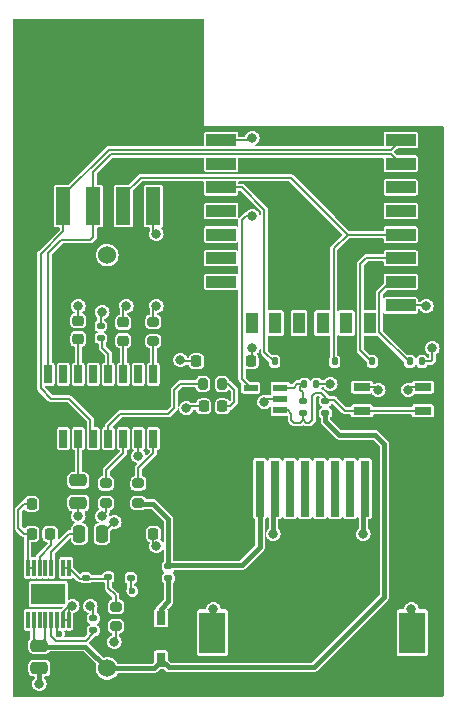
<source format=gtl>
%TF.GenerationSoftware,KiCad,Pcbnew,6.0.0-d3dd2cf0fa~116~ubuntu20.04.1*%
%TF.CreationDate,2022-01-26T23:02:35+01:00*%
%TF.ProjectId,han_to_wifi_board,68616e5f-746f-45f7-9769-66695f626f61,rev?*%
%TF.SameCoordinates,Original*%
%TF.FileFunction,Copper,L1,Top*%
%TF.FilePolarity,Positive*%
%FSLAX46Y46*%
G04 Gerber Fmt 4.6, Leading zero omitted, Abs format (unit mm)*
G04 Created by KiCad (PCBNEW 6.0.0-d3dd2cf0fa~116~ubuntu20.04.1) date 2022-01-26 23:02:35*
%MOMM*%
%LPD*%
G01*
G04 APERTURE LIST*
G04 Aperture macros list*
%AMRoundRect*
0 Rectangle with rounded corners*
0 $1 Rounding radius*
0 $2 $3 $4 $5 $6 $7 $8 $9 X,Y pos of 4 corners*
0 Add a 4 corners polygon primitive as box body*
4,1,4,$2,$3,$4,$5,$6,$7,$8,$9,$2,$3,0*
0 Add four circle primitives for the rounded corners*
1,1,$1+$1,$2,$3*
1,1,$1+$1,$4,$5*
1,1,$1+$1,$6,$7*
1,1,$1+$1,$8,$9*
0 Add four rect primitives between the rounded corners*
20,1,$1+$1,$2,$3,$4,$5,0*
20,1,$1+$1,$4,$5,$6,$7,0*
20,1,$1+$1,$6,$7,$8,$9,0*
20,1,$1+$1,$8,$9,$2,$3,0*%
G04 Aperture macros list end*
%TA.AperFunction,SMDPad,CuDef*%
%ADD10RoundRect,0.140000X-0.170000X0.140000X-0.170000X-0.140000X0.170000X-0.140000X0.170000X0.140000X0*%
%TD*%
%TA.AperFunction,SMDPad,CuDef*%
%ADD11RoundRect,0.225000X0.225000X0.250000X-0.225000X0.250000X-0.225000X-0.250000X0.225000X-0.250000X0*%
%TD*%
%TA.AperFunction,SMDPad,CuDef*%
%ADD12RoundRect,0.250000X0.250000X0.475000X-0.250000X0.475000X-0.250000X-0.475000X0.250000X-0.475000X0*%
%TD*%
%TA.AperFunction,SMDPad,CuDef*%
%ADD13RoundRect,0.250000X0.475000X-0.250000X0.475000X0.250000X-0.475000X0.250000X-0.475000X-0.250000X0*%
%TD*%
%TA.AperFunction,SMDPad,CuDef*%
%ADD14RoundRect,0.250000X-0.475000X0.250000X-0.475000X-0.250000X0.475000X-0.250000X0.475000X0.250000X0*%
%TD*%
%TA.AperFunction,SMDPad,CuDef*%
%ADD15RoundRect,0.147500X0.172500X-0.147500X0.172500X0.147500X-0.172500X0.147500X-0.172500X-0.147500X0*%
%TD*%
%TA.AperFunction,SMDPad,CuDef*%
%ADD16RoundRect,0.218750X-0.218750X-0.256250X0.218750X-0.256250X0.218750X0.256250X-0.218750X0.256250X0*%
%TD*%
%TA.AperFunction,SMDPad,CuDef*%
%ADD17RoundRect,0.135000X-0.185000X0.135000X-0.185000X-0.135000X0.185000X-0.135000X0.185000X0.135000X0*%
%TD*%
%TA.AperFunction,SMDPad,CuDef*%
%ADD18RoundRect,0.135000X0.135000X0.185000X-0.135000X0.185000X-0.135000X-0.185000X0.135000X-0.185000X0*%
%TD*%
%TA.AperFunction,SMDPad,CuDef*%
%ADD19RoundRect,0.135000X0.185000X-0.135000X0.185000X0.135000X-0.185000X0.135000X-0.185000X-0.135000X0*%
%TD*%
%TA.AperFunction,SMDPad,CuDef*%
%ADD20RoundRect,0.135000X-0.135000X-0.185000X0.135000X-0.185000X0.135000X0.185000X-0.135000X0.185000X0*%
%TD*%
%TA.AperFunction,SMDPad,CuDef*%
%ADD21RoundRect,0.200000X0.200000X0.275000X-0.200000X0.275000X-0.200000X-0.275000X0.200000X-0.275000X0*%
%TD*%
%TA.AperFunction,SMDPad,CuDef*%
%ADD22RoundRect,0.200000X0.275000X-0.200000X0.275000X0.200000X-0.275000X0.200000X-0.275000X-0.200000X0*%
%TD*%
%TA.AperFunction,SMDPad,CuDef*%
%ADD23RoundRect,0.200000X-0.275000X0.200000X-0.275000X-0.200000X0.275000X-0.200000X0.275000X0.200000X0*%
%TD*%
%TA.AperFunction,SMDPad,CuDef*%
%ADD24R,1.270000X3.180000*%
%TD*%
%TA.AperFunction,ComponentPad*%
%ADD25C,1.524000*%
%TD*%
%TA.AperFunction,SMDPad,CuDef*%
%ADD26R,1.200000X0.600000*%
%TD*%
%TA.AperFunction,SMDPad,CuDef*%
%ADD27R,1.450000X0.700000*%
%TD*%
%TA.AperFunction,SMDPad,CuDef*%
%ADD28R,2.500000X1.000000*%
%TD*%
%TA.AperFunction,SMDPad,CuDef*%
%ADD29R,1.000000X1.800000*%
%TD*%
%TA.AperFunction,SMDPad,CuDef*%
%ADD30R,0.650000X1.550000*%
%TD*%
%TA.AperFunction,SMDPad,CuDef*%
%ADD31RoundRect,0.225000X-0.225000X-0.250000X0.225000X-0.250000X0.225000X0.250000X-0.225000X0.250000X0*%
%TD*%
%TA.AperFunction,SMDPad,CuDef*%
%ADD32RoundRect,0.225000X-0.250000X0.225000X-0.250000X-0.225000X0.250000X-0.225000X0.250000X0.225000X0*%
%TD*%
%TA.AperFunction,SMDPad,CuDef*%
%ADD33RoundRect,0.225000X0.250000X-0.225000X0.250000X0.225000X-0.250000X0.225000X-0.250000X-0.225000X0*%
%TD*%
%TA.AperFunction,SMDPad,CuDef*%
%ADD34R,0.300000X1.400000*%
%TD*%
%TA.AperFunction,SMDPad,CuDef*%
%ADD35R,2.947000X1.753000*%
%TD*%
%TA.AperFunction,SMDPad,CuDef*%
%ADD36R,0.800000X1.150000*%
%TD*%
%TA.AperFunction,SMDPad,CuDef*%
%ADD37R,2.240000X3.510000*%
%TD*%
%TA.AperFunction,SMDPad,CuDef*%
%ADD38R,0.760000X4.750000*%
%TD*%
%TA.AperFunction,ViaPad*%
%ADD39C,0.600000*%
%TD*%
%TA.AperFunction,ViaPad*%
%ADD40C,0.800000*%
%TD*%
%TA.AperFunction,Conductor*%
%ADD41C,0.400000*%
%TD*%
%TA.AperFunction,Conductor*%
%ADD42C,0.200000*%
%TD*%
G04 APERTURE END LIST*
D10*
%TO.P,C9,1*%
%TO.N,+3V3*%
X119380000Y-139855000D03*
%TO.P,C9,2*%
%TO.N,Net-(C9-Pad2)*%
X119380000Y-140815000D03*
%TD*%
D11*
%TO.P,C8,1*%
%TO.N,Net-(C8-Pad1)*%
X114440000Y-137160000D03*
%TO.P,C8,2*%
%TO.N,Net-(C8-Pad2)*%
X112890000Y-137160000D03*
%TD*%
D12*
%TO.P,C5,1*%
%TO.N,GND*%
X118827500Y-137160000D03*
%TO.P,C5,2*%
%TO.N,Net-(C5-Pad2)*%
X116927500Y-137160000D03*
%TD*%
D13*
%TO.P,C4,1*%
%TO.N,GND*%
X113538000Y-148524000D03*
%TO.P,C4,2*%
%TO.N,/24V*%
X113538000Y-146624000D03*
%TD*%
D14*
%TO.P,C11,1*%
%TO.N,Net-(C11-Pad1)*%
X116840000Y-132632500D03*
%TO.P,C11,2*%
%TO.N,GND*%
X116840000Y-134532500D03*
%TD*%
D15*
%TO.P,D2,1,K*%
%TO.N,Net-(D2-Pad1)*%
X124460000Y-140882500D03*
%TO.P,D2,2,A*%
%TO.N,HAN1*%
X124460000Y-139912500D03*
%TD*%
D16*
%TO.P,D3,1,K*%
%TO.N,GND*%
X127445000Y-126365000D03*
%TO.P,D3,2,A*%
%TO.N,Net-(D3-Pad2)*%
X129020000Y-126365000D03*
%TD*%
D17*
%TO.P,R16,1*%
%TO.N,+3V3*%
X121285000Y-139862500D03*
%TO.P,R16,2*%
%TO.N,Net-(R16-Pad2)*%
X121285000Y-140882500D03*
%TD*%
%TO.P,R14,1*%
%TO.N,+3V3*%
X117475000Y-139862500D03*
%TO.P,R14,2*%
%TO.N,Net-(C9-Pad2)*%
X117475000Y-140882500D03*
%TD*%
D18*
%TO.P,R13,1*%
%TO.N,GND*%
X136997500Y-124460000D03*
%TO.P,R13,2*%
%TO.N,Net-(IC1-Pad3)*%
X135977500Y-124460000D03*
%TD*%
D17*
%TO.P,R10,1*%
%TO.N,Net-(IC1-Pad3)*%
X135852500Y-125892500D03*
%TO.P,R10,2*%
%TO.N,Net-(IC1-Pad1)*%
X135852500Y-126912500D03*
%TD*%
D19*
%TO.P,R7,1*%
%TO.N,Net-(R7-Pad1)*%
X118745000Y-120562500D03*
%TO.P,R7,2*%
%TO.N,GND*%
X118745000Y-119542500D03*
%TD*%
%TO.P,R6,1*%
%TO.N,Net-(R6-Pad1)*%
X118110000Y-145327500D03*
%TO.P,R6,2*%
%TO.N,GND*%
X118110000Y-144307500D03*
%TD*%
D18*
%TO.P,R4,1*%
%TO.N,+3V3*%
X142750000Y-122555000D03*
%TO.P,R4,2*%
%TO.N,Net-(R4-Pad2)*%
X141730000Y-122555000D03*
%TD*%
D20*
%TO.P,R1,1*%
%TO.N,Net-(R1-Pad1)*%
X133475000Y-122555000D03*
%TO.P,R1,2*%
%TO.N,+3V3*%
X134495000Y-122555000D03*
%TD*%
D18*
%TO.P,R2,1*%
%TO.N,GND*%
X145925000Y-122555000D03*
%TO.P,R2,2*%
%TO.N,Net-(R2-Pad2)*%
X144905000Y-122555000D03*
%TD*%
%TO.P,R3,1*%
%TO.N,+3V3*%
X139575000Y-122555000D03*
%TO.P,R3,2*%
%TO.N,/GPIO0*%
X138555000Y-122555000D03*
%TD*%
D17*
%TO.P,R8,1*%
%TO.N,Net-(IC1-Pad1)*%
X137757500Y-125892500D03*
%TO.P,R8,2*%
%TO.N,/24V*%
X137757500Y-126912500D03*
%TD*%
D21*
%TO.P,R5,1*%
%TO.N,Net-(D3-Pad2)*%
X129020000Y-124460000D03*
%TO.P,R5,2*%
%TO.N,/~{HAN}*%
X127370000Y-124460000D03*
%TD*%
D22*
%TO.P,R9,1*%
%TO.N,Net-(R9-Pad1)*%
X123190000Y-120840000D03*
%TO.P,R9,2*%
%TO.N,GND*%
X123190000Y-119190000D03*
%TD*%
D23*
%TO.P,R11,1*%
%TO.N,Net-(R11-Pad1)*%
X121920000Y-132882500D03*
%TO.P,R11,2*%
%TO.N,HAN1*%
X121920000Y-134532500D03*
%TD*%
%TO.P,R12,1*%
%TO.N,Net-(R12-Pad1)*%
X119185000Y-132882500D03*
%TO.P,R12,2*%
%TO.N,GND*%
X119185000Y-134532500D03*
%TD*%
%TO.P,R15,1*%
%TO.N,Net-(C9-Pad2)*%
X120015000Y-143320000D03*
%TO.P,R15,2*%
%TO.N,GND*%
X120015000Y-144970000D03*
%TD*%
D24*
%TO.P,J2,4,Pin_4*%
%TO.N,GND*%
X123190000Y-109423000D03*
%TO.P,J2,3,Pin_3*%
%TO.N,/GPIO0*%
X120650000Y-109423000D03*
%TO.P,J2,2,Pin_2*%
%TO.N,/ESP_Rx*%
X118110000Y-109423000D03*
%TO.P,J2,1,Pin_1*%
%TO.N,/ESP_Tx*%
X115570000Y-109423000D03*
%TD*%
D25*
%TO.P,C3,1*%
%TO.N,/24V*%
X119280000Y-148550000D03*
%TO.P,C3,2*%
%TO.N,GND*%
X119280000Y-113550000D03*
%TD*%
D26*
%TO.P,IC1,5,VDD*%
%TO.N,+3V3*%
X131427500Y-126680000D03*
%TO.P,IC1,4,~{RST}*%
%TO.N,/~{RST}*%
X131427500Y-124780000D03*
%TO.P,IC1,3,LTH*%
%TO.N,Net-(IC1-Pad3)*%
X133927500Y-124780000D03*
%TO.P,IC1,2,GND*%
%TO.N,GND*%
X133927500Y-125730000D03*
%TO.P,IC1,1,HTH*%
%TO.N,Net-(IC1-Pad1)*%
X133927500Y-126680000D03*
%TD*%
D27*
%TO.P,SW1,4,4*%
%TO.N,Net-(IC1-Pad1)*%
X146012500Y-126730000D03*
%TO.P,SW1,2,2*%
X140852500Y-126730000D03*
%TO.P,SW1,1,1*%
%TO.N,GND*%
X140852500Y-124730000D03*
%TO.P,SW1,3,3*%
X146012500Y-124730000D03*
%TD*%
D28*
%TO.P,U1,22,GPIO1/TXD*%
%TO.N,/ESP_Tx*%
X144125000Y-103815000D03*
%TO.P,U1,21,GPIO3/RXD*%
%TO.N,/ESP_Rx*%
X144125000Y-105815000D03*
%TO.P,U1,20,GPIO5*%
%TO.N,unconnected-(U1-Pad20)*%
X144125000Y-107815000D03*
%TO.P,U1,19,GPIO4*%
%TO.N,unconnected-(U1-Pad19)*%
X144125000Y-109815000D03*
%TO.P,U1,18,GPIO0*%
%TO.N,/GPIO0*%
X144125000Y-111815000D03*
%TO.P,U1,17,GPIO2*%
%TO.N,Net-(R4-Pad2)*%
X144125000Y-113815000D03*
%TO.P,U1,16,GPIO15*%
%TO.N,Net-(R2-Pad2)*%
X144125000Y-115815000D03*
%TO.P,U1,15,GND*%
%TO.N,GND*%
X144125000Y-117815000D03*
D29*
%TO.P,U1,14,SCLK*%
%TO.N,unconnected-(U1-Pad14)*%
X141525000Y-119315000D03*
%TO.P,U1,13,MOSI*%
%TO.N,unconnected-(U1-Pad13)*%
X139525000Y-119315000D03*
%TO.P,U1,12,GPIO10*%
%TO.N,unconnected-(U1-Pad12)*%
X137525000Y-119315000D03*
%TO.P,U1,11,GPIO9*%
%TO.N,unconnected-(U1-Pad11)*%
X135525000Y-119315000D03*
%TO.P,U1,10,MISO*%
%TO.N,unconnected-(U1-Pad10)*%
X133525000Y-119315000D03*
%TO.P,U1,9,CS0*%
%TO.N,unconnected-(U1-Pad9)*%
X131525000Y-119315000D03*
D28*
%TO.P,U1,8,VCC*%
%TO.N,+3V3*%
X128925000Y-117815000D03*
%TO.P,U1,7,GPIO13*%
%TO.N,unconnected-(U1-Pad7)*%
X128925000Y-115815000D03*
%TO.P,U1,6,GPIO12*%
%TO.N,unconnected-(U1-Pad6)*%
X128925000Y-113815000D03*
%TO.P,U1,5,GPIO14*%
%TO.N,unconnected-(U1-Pad5)*%
X128925000Y-111815000D03*
%TO.P,U1,4,GPIO16*%
%TO.N,unconnected-(U1-Pad4)*%
X128925000Y-109815000D03*
%TO.P,U1,3,EN*%
%TO.N,Net-(R1-Pad1)*%
X128925000Y-107815000D03*
%TO.P,U1,2,ADC*%
%TO.N,unconnected-(U1-Pad2)*%
X128925000Y-105815000D03*
%TO.P,U1,1,~{RST}*%
%TO.N,/~{RST}*%
X128925000Y-103815000D03*
%TD*%
D30*
%TO.P,U3,16,BUS1*%
%TO.N,Net-(R11-Pad1)*%
X123190000Y-129090000D03*
%TO.P,U3,15,GND*%
%TO.N,GND*%
X121920000Y-129090000D03*
%TO.P,U3,14,RIS*%
%TO.N,Net-(R12-Pad1)*%
X120650000Y-129090000D03*
%TO.P,U3,13,RXI*%
%TO.N,/~{HAN}*%
X119380000Y-129090000D03*
%TO.P,U3,12,RX*%
%TO.N,/ESP_Tx*%
X118110000Y-129090000D03*
%TO.P,U3,11,VDD*%
%TO.N,Net-(C11-Pad1)*%
X116840000Y-129090000D03*
%TO.P,U3,10,VS*%
%TO.N,unconnected-(U3-Pad10)*%
X115570000Y-129090000D03*
%TO.P,U3,9,VIO*%
%TO.N,+3V3*%
X114300000Y-129090000D03*
%TO.P,U3,8,TX*%
%TO.N,/ESP_Rx*%
X114300000Y-123640000D03*
%TO.P,U3,7,TXI*%
%TO.N,unconnected-(U3-Pad7)*%
X115570000Y-123640000D03*
%TO.P,U3,6,SC*%
%TO.N,Net-(C7-Pad2)*%
X116840000Y-123640000D03*
%TO.P,U3,5,PFb*%
%TO.N,/P_fail*%
X118110000Y-123640000D03*
%TO.P,U3,4,RIDD*%
%TO.N,Net-(R7-Pad1)*%
X119380000Y-123640000D03*
%TO.P,U3,3,STC*%
%TO.N,Net-(C6-Pad1)*%
X120650000Y-123640000D03*
%TO.P,U3,2,VB*%
%TO.N,unconnected-(U3-Pad2)*%
X121920000Y-123640000D03*
%TO.P,U3,1,BUS2*%
%TO.N,Net-(R9-Pad1)*%
X123190000Y-123640000D03*
%TD*%
D31*
%TO.P,C10,1*%
%TO.N,+3V3*%
X121640000Y-137160000D03*
%TO.P,C10,2*%
%TO.N,GND*%
X123190000Y-137160000D03*
%TD*%
D32*
%TO.P,C7,2*%
%TO.N,Net-(C7-Pad2)*%
X116840000Y-120650000D03*
%TO.P,C7,1*%
%TO.N,GND*%
X116840000Y-119100000D03*
%TD*%
D33*
%TO.P,C6,2*%
%TO.N,GND*%
X120650000Y-119240000D03*
%TO.P,C6,1*%
%TO.N,Net-(C6-Pad1)*%
X120650000Y-120790000D03*
%TD*%
D31*
%TO.P,C2,2*%
%TO.N,GND*%
X131445000Y-122555000D03*
%TO.P,C2,1*%
%TO.N,+3V3*%
X129895000Y-122555000D03*
%TD*%
D11*
%TO.P,C1,2*%
%TO.N,GND*%
X126822500Y-122555000D03*
%TO.P,C1,1*%
%TO.N,+3V3*%
X128372500Y-122555000D03*
%TD*%
D16*
%TO.P,L1,1*%
%TO.N,Net-(C8-Pad2)*%
X112877500Y-134620000D03*
%TO.P,L1,2*%
%TO.N,+3V3*%
X114452500Y-134620000D03*
%TD*%
D34*
%TO.P,U2,1,NC*%
%TO.N,unconnected-(U2-Pad1)*%
X112550000Y-144440000D03*
%TO.P,U2,2,VIN*%
%TO.N,/24V*%
X113050000Y-144440000D03*
%TO.P,U2,3,NC*%
%TO.N,unconnected-(U2-Pad3)*%
X113550000Y-144440000D03*
%TO.P,U2,4,EN/UV*%
%TO.N,/24V*%
X114050000Y-144440000D03*
%TO.P,U2,5,RT*%
%TO.N,Net-(R6-Pad1)*%
X114550000Y-144440000D03*
%TO.P,U2,6,PG*%
%TO.N,Net-(R16-Pad2)*%
X115050000Y-144440000D03*
%TO.P,U2,7,SYNC*%
%TO.N,GND*%
X115550000Y-144440000D03*
%TO.P,U2,8,GND*%
X116050000Y-144440000D03*
%TO.P,U2,9,FB*%
%TO.N,Net-(C9-Pad2)*%
X116050000Y-140040000D03*
%TO.P,U2,10,FB*%
X115550000Y-140040000D03*
%TO.P,U2,11,BIAS*%
%TO.N,+3V3*%
X115050000Y-140040000D03*
%TO.P,U2,12,INTVcc*%
%TO.N,Net-(C5-Pad2)*%
X114550000Y-140040000D03*
%TO.P,U2,13,NC*%
%TO.N,unconnected-(U2-Pad13)*%
X114050000Y-140040000D03*
%TO.P,U2,14,BST*%
%TO.N,Net-(C8-Pad1)*%
X113550000Y-140040000D03*
%TO.P,U2,15,SW*%
%TO.N,Net-(C8-Pad2)*%
X113050000Y-140040000D03*
%TO.P,U2,16,SW*%
X112550000Y-140040000D03*
D35*
%TO.P,U2,17,GND*%
%TO.N,GND*%
X114300000Y-142240000D03*
%TD*%
D36*
%TO.P,D4,1*%
%TO.N,/24V*%
X123825000Y-147800000D03*
%TO.P,D4,2*%
%TO.N,Net-(D2-Pad1)*%
X123825000Y-144300000D03*
%TD*%
D37*
%TO.P,J1,MP2,MP2*%
%TO.N,GND*%
X145112000Y-145513000D03*
%TO.P,J1,MP1,MP1*%
X128192000Y-145513000D03*
D38*
%TO.P,J1,8,8*%
X141097000Y-133333000D03*
%TO.P,J1,7,7*%
%TO.N,/RS232_Rx*%
X139827000Y-133333000D03*
%TO.P,J1,6,6*%
%TO.N,/RS232_Tx*%
X138557000Y-133333000D03*
%TO.P,J1,5,5*%
%TO.N,unconnected-(J1-Pad5)*%
X137287000Y-133333000D03*
%TO.P,J1,4,4*%
%TO.N,unconnected-(J1-Pad4)*%
X136017000Y-133333000D03*
%TO.P,J1,3,3*%
%TO.N,unconnected-(J1-Pad3)*%
X134747000Y-133333000D03*
%TO.P,J1,2,2*%
%TO.N,GND*%
X133477000Y-133333000D03*
%TO.P,J1,1,1*%
%TO.N,HAN1*%
X132207000Y-133333000D03*
%TD*%
D39*
%TO.N,Net-(R16-Pad2)*%
X115189000Y-145592800D03*
D40*
%TO.N,GND*%
X116332000Y-143256000D03*
D39*
%TO.N,Net-(R16-Pad2)*%
X121412000Y-141986000D03*
%TO.N,GND*%
X114300000Y-142748000D03*
X114300000Y-141732000D03*
X115316000Y-142748000D03*
X113284000Y-142748000D03*
X115316000Y-141732000D03*
D40*
X133350000Y-137160000D03*
X123444000Y-111760000D03*
X132588000Y-125984000D03*
X138176000Y-124460000D03*
X131572000Y-121412000D03*
X125476000Y-122428000D03*
X123444000Y-117856000D03*
X120904000Y-117856000D03*
X118872000Y-118364000D03*
X116840000Y-117856000D03*
X125984000Y-126492000D03*
X121920000Y-130556000D03*
X116840000Y-135636000D03*
X118872000Y-135636000D03*
X123444000Y-138176000D03*
X119888000Y-136144000D03*
X119888000Y-146304000D03*
X117856000Y-143256000D03*
D39*
X113284000Y-141732000D03*
D40*
X113538000Y-149860000D03*
X128270000Y-143510000D03*
X145034000Y-143510000D03*
X140970000Y-137160000D03*
X144780000Y-124968000D03*
X142240000Y-124968000D03*
X146812000Y-121412000D03*
X146304000Y-117856000D03*
%TO.N,/~{RST}*%
X131572000Y-103632000D03*
X131572000Y-110236000D03*
%TD*%
D41*
%TO.N,GND*%
X140970000Y-137160000D02*
X140970000Y-133460000D01*
X140970000Y-133460000D02*
X141097000Y-133333000D01*
X133350000Y-137160000D02*
X133350000Y-133460000D01*
X133350000Y-133460000D02*
X133477000Y-133333000D01*
%TO.N,HAN1*%
X132207000Y-138303000D02*
X132207000Y-133333000D01*
%TO.N,/24V*%
X124488000Y-148463000D02*
X136779000Y-148463000D01*
X123825000Y-147800000D02*
X124488000Y-148463000D01*
X136779000Y-148463000D02*
X142748000Y-142494000D01*
X142748000Y-142494000D02*
X142748000Y-129540000D01*
D42*
%TO.N,/ESP_Tx*%
X118110000Y-129090000D02*
X118110000Y-128640000D01*
X114554000Y-125730000D02*
X113639600Y-124815600D01*
X113639600Y-113436400D02*
X115570000Y-111506000D01*
X118110000Y-128640000D02*
X117856000Y-128386000D01*
X117856000Y-128386000D02*
X117856000Y-127508000D01*
X117856000Y-127508000D02*
X116078000Y-125730000D01*
X116078000Y-125730000D02*
X114554000Y-125730000D01*
X113639600Y-124815600D02*
X113639600Y-113436400D01*
X115570000Y-111506000D02*
X115570000Y-109423000D01*
D41*
%TO.N,/24V*%
X119280000Y-148550000D02*
X117421831Y-146691831D01*
X117421831Y-146691831D02*
X113693331Y-146691831D01*
X113693331Y-146691831D02*
X113538000Y-146536500D01*
D42*
%TO.N,Net-(R6-Pad1)*%
X114940673Y-146192311D02*
X117459689Y-146192311D01*
X114550000Y-144440000D02*
X114550000Y-145801638D01*
X114550000Y-145801638D02*
X114940673Y-146192311D01*
X117459689Y-146192311D02*
X118110000Y-145542000D01*
X118110000Y-145542000D02*
X118110000Y-145415000D01*
%TO.N,Net-(R16-Pad2)*%
X115050000Y-144440000D02*
X115050000Y-145453800D01*
X115050000Y-145453800D02*
X115189000Y-145592800D01*
X121285000Y-140970000D02*
X121285000Y-141859000D01*
X121285000Y-141859000D02*
X121412000Y-141986000D01*
D41*
%TO.N,GND*%
X128192000Y-146021000D02*
X128192000Y-143588000D01*
X128192000Y-143588000D02*
X128270000Y-143510000D01*
X145112000Y-146021000D02*
X145112000Y-143588000D01*
X145112000Y-143588000D02*
X145034000Y-143510000D01*
%TO.N,HAN1*%
X130685000Y-139825000D02*
X132207000Y-138303000D01*
D42*
%TO.N,GND*%
X116050000Y-144440000D02*
X116050000Y-143538000D01*
X116050000Y-143538000D02*
X116332000Y-143256000D01*
X115550000Y-144440000D02*
X115550000Y-143784000D01*
X115550000Y-143784000D02*
X116078000Y-143256000D01*
X116078000Y-143256000D02*
X116332000Y-143256000D01*
D41*
X113538000Y-149860000D02*
X113538000Y-148611500D01*
D42*
%TO.N,/24V*%
X114050000Y-144440000D02*
X114050000Y-146024500D01*
X114050000Y-146024500D02*
X113538000Y-146536500D01*
X113050000Y-144440000D02*
X113050000Y-146048500D01*
X113050000Y-146048500D02*
X113538000Y-146536500D01*
%TO.N,/ESP_Rx*%
X114300000Y-123640000D02*
X114300000Y-113341006D01*
X115373006Y-112268000D02*
X117856000Y-112268000D01*
X114300000Y-113341006D02*
X115373006Y-112268000D01*
X117856000Y-112268000D02*
X118110000Y-112014000D01*
X118110000Y-112014000D02*
X118110000Y-109423000D01*
%TO.N,Net-(C5-Pad2)*%
X114550000Y-140040000D02*
X114550000Y-138655984D01*
X114550000Y-138655984D02*
X116045984Y-137160000D01*
X116045984Y-137160000D02*
X116840000Y-137160000D01*
%TO.N,GND*%
X133927500Y-125730000D02*
X132842000Y-125730000D01*
X132842000Y-125730000D02*
X132588000Y-125984000D01*
X127357500Y-126365000D02*
X126111000Y-126365000D01*
X126111000Y-126365000D02*
X125984000Y-126492000D01*
X121920000Y-129090000D02*
X121920000Y-130556000D01*
X123190000Y-137160000D02*
X123190000Y-137922000D01*
X123190000Y-137922000D02*
X123444000Y-138176000D01*
X118915000Y-137160000D02*
X118915000Y-137117000D01*
X118915000Y-137117000D02*
X119888000Y-136144000D01*
X119185000Y-134620000D02*
X119185000Y-135323000D01*
X119185000Y-135323000D02*
X118872000Y-135636000D01*
X116840000Y-134620000D02*
X116840000Y-135636000D01*
X118110000Y-144220000D02*
X118110000Y-143510000D01*
X118110000Y-143510000D02*
X117856000Y-143256000D01*
X115550000Y-144440000D02*
X115656000Y-144440000D01*
X115656000Y-144440000D02*
X116050000Y-144440000D01*
X120015000Y-145057500D02*
X120015000Y-146177000D01*
X120015000Y-146177000D02*
X119888000Y-146304000D01*
X144125000Y-117815000D02*
X146263000Y-117815000D01*
X146263000Y-117815000D02*
X146304000Y-117856000D01*
X146012500Y-122555000D02*
X146685000Y-122555000D01*
X146685000Y-122555000D02*
X146812000Y-122428000D01*
X146812000Y-122428000D02*
X146812000Y-121412000D01*
X146012500Y-124730000D02*
X145018000Y-124730000D01*
X145018000Y-124730000D02*
X144780000Y-124968000D01*
X140852500Y-124730000D02*
X142002000Y-124730000D01*
X142002000Y-124730000D02*
X142240000Y-124968000D01*
X137085000Y-124460000D02*
X138176000Y-124460000D01*
X131445000Y-122555000D02*
X131572000Y-122428000D01*
X131572000Y-122428000D02*
X131572000Y-121412000D01*
X126822500Y-122555000D02*
X125603000Y-122555000D01*
X125603000Y-122555000D02*
X125476000Y-122428000D01*
X116840000Y-119100000D02*
X116840000Y-117856000D01*
X118745000Y-119455000D02*
X118745000Y-118491000D01*
X118745000Y-118491000D02*
X118872000Y-118364000D01*
X120650000Y-119240000D02*
X120650000Y-118110000D01*
X120650000Y-118110000D02*
X120904000Y-117856000D01*
X123190000Y-119102500D02*
X123190000Y-118110000D01*
X123190000Y-118110000D02*
X123444000Y-117856000D01*
X123190000Y-109423000D02*
X123190000Y-111506000D01*
X123190000Y-111506000D02*
X123444000Y-111760000D01*
%TO.N,Net-(C8-Pad2)*%
X111760000Y-135128000D02*
X111760000Y-136652000D01*
X111760000Y-136652000D02*
X112268000Y-137160000D01*
X112877500Y-134620000D02*
X112268000Y-134620000D01*
X112268000Y-134620000D02*
X111760000Y-135128000D01*
X112268000Y-137160000D02*
X112802500Y-137160000D01*
X112802500Y-137160000D02*
X112550000Y-137412500D01*
X112550000Y-137412500D02*
X112550000Y-140040000D01*
X113050000Y-140040000D02*
X112550000Y-140040000D01*
%TO.N,Net-(C8-Pad1)*%
X114527500Y-137160000D02*
X114527500Y-138113478D01*
X113550000Y-139090978D02*
X113550000Y-140040000D01*
X114527500Y-138113478D02*
X113550000Y-139090978D01*
%TO.N,Net-(C9-Pad2)*%
X115550000Y-140040000D02*
X116050000Y-140040000D01*
X117475000Y-140970000D02*
X116980000Y-140970000D01*
X116980000Y-140970000D02*
X116050000Y-140040000D01*
X117475000Y-140970000D02*
X119312500Y-140970000D01*
X119312500Y-140970000D02*
X119380000Y-140902500D01*
X120015000Y-142367000D02*
X119380000Y-141732000D01*
X120015000Y-143232500D02*
X120015000Y-142367000D01*
X119380000Y-141732000D02*
X119380000Y-140902500D01*
%TO.N,/~{RST}*%
X128925000Y-103815000D02*
X131389000Y-103815000D01*
X131389000Y-103815000D02*
X131572000Y-103632000D01*
X131427500Y-124780000D02*
X130695480Y-124047980D01*
X130695480Y-124047980D02*
X130695480Y-110604520D01*
X131064000Y-110236000D02*
X131572000Y-110236000D01*
X130695480Y-110604520D02*
X131064000Y-110236000D01*
%TO.N,Net-(R2-Pad2)*%
X143265000Y-115815000D02*
X142324511Y-116755489D01*
X144125000Y-115815000D02*
X143265000Y-115815000D01*
X142324511Y-116755489D02*
X142324511Y-120062011D01*
X142324511Y-120062011D02*
X144817500Y-122555000D01*
%TO.N,Net-(R4-Pad2)*%
X141224000Y-113792000D02*
X140716000Y-114300000D01*
X143375000Y-113815000D02*
X143352000Y-113792000D01*
X144125000Y-113815000D02*
X143375000Y-113815000D01*
X140716000Y-114300000D02*
X140716000Y-121628500D01*
X143352000Y-113792000D02*
X141224000Y-113792000D01*
X140716000Y-121628500D02*
X141642500Y-122555000D01*
%TO.N,/GPIO0*%
X120650000Y-109423000D02*
X120650000Y-108468000D01*
X120650000Y-108468000D02*
X122102511Y-107015489D01*
X122102511Y-107015489D02*
X134845489Y-107015489D01*
X134845489Y-107015489D02*
X139645000Y-111815000D01*
%TO.N,/ESP_Rx*%
X118110000Y-106493006D02*
X119588975Y-105014031D01*
X118110000Y-109423000D02*
X118110000Y-106493006D01*
X119588975Y-105014031D02*
X143324031Y-105014031D01*
X143324031Y-105014031D02*
X144125000Y-105815000D01*
%TO.N,/ESP_Tx*%
X115570000Y-109423000D02*
X115570000Y-108468000D01*
X115570000Y-108468000D02*
X119423489Y-104614511D01*
X119423489Y-104614511D02*
X143325489Y-104614511D01*
X143325489Y-104614511D02*
X144125000Y-103815000D01*
%TO.N,/GPIO0*%
X138467500Y-122555000D02*
X138467500Y-112992500D01*
X138467500Y-112992500D02*
X139645000Y-111815000D01*
X139645000Y-111815000D02*
X144125000Y-111815000D01*
%TO.N,Net-(R1-Pad1)*%
X132588000Y-121755500D02*
X132588000Y-109728000D01*
X133387500Y-122555000D02*
X132588000Y-121755500D01*
X132588000Y-109728000D02*
X130675000Y-107815000D01*
X130675000Y-107815000D02*
X128925000Y-107815000D01*
%TO.N,Net-(R7-Pad1)*%
X118872000Y-121412000D02*
X119380000Y-121920000D01*
X118745000Y-120650000D02*
X118872000Y-120777000D01*
X118872000Y-120777000D02*
X118872000Y-121412000D01*
X119380000Y-121920000D02*
X119380000Y-123640000D01*
%TO.N,Net-(R9-Pad1)*%
X123190000Y-120927500D02*
X123190000Y-123640000D01*
%TO.N,Net-(C6-Pad1)*%
X120650000Y-120790000D02*
X120650000Y-123640000D01*
%TO.N,Net-(C7-Pad2)*%
X116840000Y-120650000D02*
X116840000Y-123640000D01*
%TO.N,Net-(R11-Pad1)*%
X123190000Y-130302000D02*
X121920000Y-131572000D01*
X123190000Y-129090000D02*
X123190000Y-130302000D01*
X121920000Y-131572000D02*
X121920000Y-132795000D01*
%TO.N,Net-(R12-Pad1)*%
X119185000Y-132795000D02*
X119185000Y-131767000D01*
X119185000Y-131767000D02*
X120650000Y-130302000D01*
X120650000Y-130302000D02*
X120650000Y-129090000D01*
%TO.N,Net-(C11-Pad1)*%
X116840000Y-132545000D02*
X116840000Y-129090000D01*
%TO.N,/~{HAN}*%
X120396000Y-127000000D02*
X124460000Y-127000000D01*
X124460000Y-127000000D02*
X124968000Y-126492000D01*
X124968000Y-124968000D02*
X125476000Y-124460000D01*
X119380000Y-129090000D02*
X119380000Y-128016000D01*
X124968000Y-126492000D02*
X124968000Y-124968000D01*
X119380000Y-128016000D02*
X120396000Y-127000000D01*
X125476000Y-124460000D02*
X127282500Y-124460000D01*
%TO.N,Net-(D3-Pad2)*%
X129667000Y-126365000D02*
X130048000Y-125984000D01*
X130048000Y-124968000D02*
X129540000Y-124460000D01*
X129107500Y-126365000D02*
X129667000Y-126365000D01*
X130048000Y-125984000D02*
X130048000Y-124968000D01*
X129540000Y-124460000D02*
X129107500Y-124460000D01*
%TO.N,Net-(IC1-Pad1)*%
X135128000Y-127762000D02*
X135636000Y-127762000D01*
X134874000Y-127000000D02*
X134874000Y-127508000D01*
X134874000Y-127508000D02*
X135128000Y-127762000D01*
X133927500Y-126680000D02*
X134554000Y-126680000D01*
X134554000Y-126680000D02*
X134874000Y-127000000D01*
X135636000Y-127762000D02*
X135852500Y-127545500D01*
X135852500Y-127545500D02*
X135852500Y-127000000D01*
%TO.N,Net-(IC1-Pad3)*%
X135062000Y-124780000D02*
X135382000Y-124460000D01*
X133927500Y-124780000D02*
X135062000Y-124780000D01*
X135382000Y-124460000D02*
X135890000Y-124460000D01*
X135852500Y-125805000D02*
X135852500Y-125184500D01*
X135852500Y-125184500D02*
X135636000Y-124968000D01*
X135636000Y-124968000D02*
X135636000Y-124714000D01*
X135636000Y-124714000D02*
X135890000Y-124460000D01*
%TO.N,Net-(IC1-Pad1)*%
X135852500Y-127000000D02*
X135852500Y-127470500D01*
X136144000Y-127762000D02*
X136398000Y-127762000D01*
X135852500Y-127470500D02*
X136144000Y-127762000D01*
X137414000Y-125222000D02*
X137757500Y-125565500D01*
X136398000Y-127762000D02*
X136652000Y-127508000D01*
X136652000Y-127508000D02*
X136652000Y-125476000D01*
X136652000Y-125476000D02*
X136906000Y-125222000D01*
X136906000Y-125222000D02*
X137414000Y-125222000D01*
X137757500Y-125565500D02*
X137757500Y-125805000D01*
X137757500Y-125805000D02*
X138505000Y-125805000D01*
X138505000Y-125805000D02*
X139430000Y-126730000D01*
X139430000Y-126730000D02*
X140852500Y-126730000D01*
X146012500Y-126730000D02*
X140852500Y-126730000D01*
D41*
%TO.N,/24V*%
X141986000Y-128778000D02*
X138938000Y-128778000D01*
X142748000Y-129540000D02*
X141986000Y-128778000D01*
X138938000Y-128778000D02*
X137757500Y-127597500D01*
X137757500Y-127597500D02*
X137757500Y-127000000D01*
X123825000Y-147800000D02*
X123825000Y-147955000D01*
X123825000Y-147955000D02*
X123230000Y-148550000D01*
X123230000Y-148550000D02*
X119280000Y-148550000D01*
%TO.N,Net-(D2-Pad1)*%
X124460000Y-142875000D02*
X123825000Y-143510000D01*
X124460000Y-140970000D02*
X124460000Y-142875000D01*
X123825000Y-143510000D02*
X123825000Y-144300000D01*
%TO.N,HAN1*%
X123190000Y-134620000D02*
X124460000Y-135890000D01*
X121920000Y-134620000D02*
X123190000Y-134620000D01*
X124460000Y-135890000D02*
X124460000Y-139825000D01*
X124460000Y-139825000D02*
X130685000Y-139825000D01*
%TD*%
%TA.AperFunction,Conductor*%
%TO.N,+3V3*%
G36*
X127489255Y-93563745D02*
G01*
X127508000Y-93609000D01*
X127508000Y-102616000D01*
X147691000Y-102616000D01*
X147736255Y-102634745D01*
X147755000Y-102680000D01*
X147755000Y-150866000D01*
X147736255Y-150911255D01*
X147691000Y-150930000D01*
X111389000Y-150930000D01*
X111343745Y-150911255D01*
X111325000Y-150866000D01*
X111325000Y-148827834D01*
X112612500Y-148827834D01*
X112615481Y-148859369D01*
X112616772Y-148863047D01*
X112616773Y-148863049D01*
X112658781Y-148982671D01*
X112660366Y-148987184D01*
X112740850Y-149096150D01*
X112744699Y-149098993D01*
X112845969Y-149173793D01*
X112845971Y-149173794D01*
X112849816Y-149176634D01*
X112854328Y-149178219D01*
X112854329Y-149178219D01*
X112973951Y-149220227D01*
X112973953Y-149220228D01*
X112977631Y-149221519D01*
X113009166Y-149224500D01*
X113073500Y-149224500D01*
X113118755Y-149243245D01*
X113137500Y-149288500D01*
X113137500Y-149378838D01*
X113118755Y-149424093D01*
X113113569Y-149428641D01*
X113113045Y-149429165D01*
X113109718Y-149431718D01*
X113013464Y-149557159D01*
X112952956Y-149703238D01*
X112932318Y-149860000D01*
X112952956Y-150016762D01*
X113013464Y-150162841D01*
X113109718Y-150288282D01*
X113235159Y-150384536D01*
X113381238Y-150445044D01*
X113385394Y-150445591D01*
X113385397Y-150445592D01*
X113533838Y-150465134D01*
X113538000Y-150465682D01*
X113542162Y-150465134D01*
X113690603Y-150445592D01*
X113690606Y-150445591D01*
X113694762Y-150445044D01*
X113840841Y-150384536D01*
X113966282Y-150288282D01*
X114062536Y-150162841D01*
X114123044Y-150016762D01*
X114143682Y-149860000D01*
X114123044Y-149703238D01*
X114062536Y-149557159D01*
X113966282Y-149431718D01*
X113962955Y-149429165D01*
X113959988Y-149426198D01*
X113960989Y-149425197D01*
X113939047Y-149387188D01*
X113938500Y-149378838D01*
X113938500Y-149288500D01*
X113957245Y-149243245D01*
X114002500Y-149224500D01*
X114066834Y-149224500D01*
X114098369Y-149221519D01*
X114102047Y-149220228D01*
X114102049Y-149220227D01*
X114221671Y-149178219D01*
X114221672Y-149178219D01*
X114226184Y-149176634D01*
X114230029Y-149173794D01*
X114230031Y-149173793D01*
X114331301Y-149098993D01*
X114335150Y-149096150D01*
X114415634Y-148987184D01*
X114417219Y-148982671D01*
X114459227Y-148863049D01*
X114459228Y-148863047D01*
X114460519Y-148859369D01*
X114463500Y-148827834D01*
X114463500Y-148220166D01*
X114460519Y-148188631D01*
X114446778Y-148149500D01*
X114417219Y-148065329D01*
X114417219Y-148065328D01*
X114415634Y-148060816D01*
X114403033Y-148043755D01*
X114337993Y-147955699D01*
X114335150Y-147951850D01*
X114331301Y-147949007D01*
X114230031Y-147874207D01*
X114230029Y-147874206D01*
X114226184Y-147871366D01*
X114212365Y-147866513D01*
X114102049Y-147827773D01*
X114102047Y-147827772D01*
X114098369Y-147826481D01*
X114066834Y-147823500D01*
X113009166Y-147823500D01*
X112977631Y-147826481D01*
X112973953Y-147827772D01*
X112973951Y-147827773D01*
X112863635Y-147866513D01*
X112849816Y-147871366D01*
X112845971Y-147874206D01*
X112845969Y-147874207D01*
X112744699Y-147949007D01*
X112740850Y-147951850D01*
X112738007Y-147955699D01*
X112672968Y-148043755D01*
X112660366Y-148060816D01*
X112658781Y-148065328D01*
X112658781Y-148065329D01*
X112629223Y-148149500D01*
X112615481Y-148188631D01*
X112612500Y-148220166D01*
X112612500Y-148827834D01*
X111325000Y-148827834D01*
X111325000Y-145159748D01*
X112199500Y-145159748D01*
X112211133Y-145218231D01*
X112255448Y-145284552D01*
X112321769Y-145328867D01*
X112350500Y-145334582D01*
X112377164Y-145339886D01*
X112377166Y-145339886D01*
X112380252Y-145340500D01*
X112685500Y-145340500D01*
X112730755Y-145359245D01*
X112749500Y-145404500D01*
X112749500Y-145993510D01*
X112749059Y-145999520D01*
X112747575Y-146003842D01*
X112747797Y-146009748D01*
X112748124Y-146018467D01*
X112735649Y-146058891D01*
X112660366Y-146160816D01*
X112615481Y-146288631D01*
X112612500Y-146320166D01*
X112612500Y-146927834D01*
X112615481Y-146959369D01*
X112616772Y-146963047D01*
X112616773Y-146963049D01*
X112658781Y-147082671D01*
X112660366Y-147087184D01*
X112663206Y-147091029D01*
X112663207Y-147091031D01*
X112704376Y-147146769D01*
X112740850Y-147196150D01*
X112744699Y-147198993D01*
X112845969Y-147273793D01*
X112845971Y-147273794D01*
X112849816Y-147276634D01*
X112854328Y-147278219D01*
X112854329Y-147278219D01*
X112973951Y-147320227D01*
X112973953Y-147320228D01*
X112977631Y-147321519D01*
X113009166Y-147324500D01*
X114066834Y-147324500D01*
X114098369Y-147321519D01*
X114102047Y-147320228D01*
X114102049Y-147320227D01*
X114221671Y-147278219D01*
X114221672Y-147278219D01*
X114226184Y-147276634D01*
X114230029Y-147273794D01*
X114230031Y-147273793D01*
X114331301Y-147198993D01*
X114335150Y-147196150D01*
X114367055Y-147152954D01*
X114392646Y-147118307D01*
X114434611Y-147093042D01*
X114444126Y-147092331D01*
X117229428Y-147092331D01*
X117274683Y-147111076D01*
X118349461Y-148185854D01*
X118368206Y-148231109D01*
X118365210Y-148250460D01*
X118333978Y-148348917D01*
X118312937Y-148536496D01*
X118328732Y-148724590D01*
X118329593Y-148727592D01*
X118359704Y-148832601D01*
X118380760Y-148906034D01*
X118467040Y-149073917D01*
X118468983Y-149076369D01*
X118468984Y-149076370D01*
X118486915Y-149098993D01*
X118584285Y-149221844D01*
X118586668Y-149223872D01*
X118725652Y-149342157D01*
X118725657Y-149342161D01*
X118728030Y-149344180D01*
X118730755Y-149345703D01*
X118730758Y-149345705D01*
X118890064Y-149434738D01*
X118892800Y-149436267D01*
X118895778Y-149437235D01*
X118895779Y-149437235D01*
X119069346Y-149493630D01*
X119069349Y-149493631D01*
X119072317Y-149494595D01*
X119075420Y-149494965D01*
X119256638Y-149516575D01*
X119256643Y-149516575D01*
X119259745Y-149516945D01*
X119262865Y-149516705D01*
X119262868Y-149516705D01*
X119444818Y-149502705D01*
X119444822Y-149502704D01*
X119447945Y-149502464D01*
X119450961Y-149501622D01*
X119450966Y-149501621D01*
X119626734Y-149452545D01*
X119626738Y-149452543D01*
X119629748Y-149451703D01*
X119632535Y-149450295D01*
X119632538Y-149450294D01*
X119795436Y-149368009D01*
X119795437Y-149368008D01*
X119798229Y-149366598D01*
X119946970Y-149250388D01*
X120070307Y-149107501D01*
X120141097Y-148982888D01*
X120179749Y-148952798D01*
X120196745Y-148950500D01*
X123293433Y-148950500D01*
X123298224Y-148948943D01*
X123298226Y-148948943D01*
X123318992Y-148942195D01*
X123328758Y-148939850D01*
X123355304Y-148935646D01*
X123359793Y-148933359D01*
X123359795Y-148933358D01*
X123369521Y-148928402D01*
X123379250Y-148923445D01*
X123388523Y-148919603D01*
X123398914Y-148916227D01*
X123409302Y-148912852D01*
X123409304Y-148912851D01*
X123414090Y-148911296D01*
X123418164Y-148908336D01*
X123418166Y-148908335D01*
X123435835Y-148895498D01*
X123444398Y-148890251D01*
X123463852Y-148880339D01*
X123463858Y-148880335D01*
X123468342Y-148878050D01*
X123490905Y-148855487D01*
X123490909Y-148855484D01*
X123752148Y-148594245D01*
X123797403Y-148575500D01*
X124007597Y-148575500D01*
X124052852Y-148594245D01*
X124227091Y-148768484D01*
X124227095Y-148768487D01*
X124249658Y-148791050D01*
X124254143Y-148793335D01*
X124273608Y-148803253D01*
X124282171Y-148808501D01*
X124303911Y-148824296D01*
X124308700Y-148825852D01*
X124308702Y-148825853D01*
X124319419Y-148829335D01*
X124329475Y-148832602D01*
X124338748Y-148836444D01*
X124348478Y-148841401D01*
X124358205Y-148846358D01*
X124358207Y-148846359D01*
X124362696Y-148848646D01*
X124389242Y-148852850D01*
X124399007Y-148855195D01*
X124399919Y-148855491D01*
X124419774Y-148861943D01*
X124419776Y-148861943D01*
X124424567Y-148863500D01*
X136842433Y-148863500D01*
X136847224Y-148861943D01*
X136847226Y-148861943D01*
X136867081Y-148855491D01*
X136867993Y-148855195D01*
X136877758Y-148852850D01*
X136904304Y-148848646D01*
X136908793Y-148846359D01*
X136908795Y-148846358D01*
X136918521Y-148841402D01*
X136928250Y-148836445D01*
X136937523Y-148832603D01*
X136947914Y-148829227D01*
X136958302Y-148825852D01*
X136958304Y-148825851D01*
X136963090Y-148824296D01*
X136967164Y-148821336D01*
X136967166Y-148821335D01*
X136984835Y-148808498D01*
X136993398Y-148803251D01*
X137012852Y-148793339D01*
X137012858Y-148793335D01*
X137017342Y-148791050D01*
X137039905Y-148768487D01*
X137039909Y-148768484D01*
X138520645Y-147287748D01*
X143791500Y-147287748D01*
X143803133Y-147346231D01*
X143847448Y-147412552D01*
X143913769Y-147456867D01*
X143946087Y-147463295D01*
X143969164Y-147467886D01*
X143969166Y-147467886D01*
X143972252Y-147468500D01*
X146251748Y-147468500D01*
X146254834Y-147467886D01*
X146254836Y-147467886D01*
X146277913Y-147463295D01*
X146310231Y-147456867D01*
X146376552Y-147412552D01*
X146420867Y-147346231D01*
X146432500Y-147287748D01*
X146432500Y-143738252D01*
X146420867Y-143679769D01*
X146376552Y-143613448D01*
X146310231Y-143569133D01*
X146275216Y-143562168D01*
X146254836Y-143558114D01*
X146254834Y-143558114D01*
X146251748Y-143557500D01*
X145702062Y-143557500D01*
X145656807Y-143538755D01*
X145638610Y-143501854D01*
X145619592Y-143357397D01*
X145619591Y-143357394D01*
X145619044Y-143353238D01*
X145577043Y-143251838D01*
X145560142Y-143211036D01*
X145560142Y-143211035D01*
X145558536Y-143207159D01*
X145469404Y-143091000D01*
X145464835Y-143085045D01*
X145462282Y-143081718D01*
X145438105Y-143063166D01*
X145340168Y-142988017D01*
X145340169Y-142988017D01*
X145336841Y-142985464D01*
X145223299Y-142938433D01*
X145194637Y-142926561D01*
X145194636Y-142926561D01*
X145190762Y-142924956D01*
X145186606Y-142924409D01*
X145186603Y-142924408D01*
X145038162Y-142904866D01*
X145034000Y-142904318D01*
X145029838Y-142904866D01*
X144881397Y-142924408D01*
X144881394Y-142924409D01*
X144877238Y-142924956D01*
X144873364Y-142926561D01*
X144873363Y-142926561D01*
X144844702Y-142938433D01*
X144731159Y-142985464D01*
X144727831Y-142988017D01*
X144727832Y-142988017D01*
X144629896Y-143063166D01*
X144605718Y-143081718D01*
X144603165Y-143085045D01*
X144598596Y-143091000D01*
X144509464Y-143207159D01*
X144507858Y-143211035D01*
X144507858Y-143211036D01*
X144490957Y-143251838D01*
X144448956Y-143353238D01*
X144448409Y-143357394D01*
X144448408Y-143357397D01*
X144429390Y-143501854D01*
X144404899Y-143544275D01*
X144365938Y-143557500D01*
X143972252Y-143557500D01*
X143969166Y-143558114D01*
X143969164Y-143558114D01*
X143948784Y-143562168D01*
X143913769Y-143569133D01*
X143847448Y-143613448D01*
X143803133Y-143679769D01*
X143791500Y-143738252D01*
X143791500Y-147287748D01*
X138520645Y-147287748D01*
X143053484Y-142754909D01*
X143053487Y-142754905D01*
X143076050Y-142732342D01*
X143088253Y-142708392D01*
X143093501Y-142699829D01*
X143106334Y-142682166D01*
X143106334Y-142682165D01*
X143109296Y-142678089D01*
X143117602Y-142652525D01*
X143121445Y-142643249D01*
X143131358Y-142623795D01*
X143131359Y-142623793D01*
X143133646Y-142619304D01*
X143137850Y-142592758D01*
X143140195Y-142582992D01*
X143146943Y-142562226D01*
X143146943Y-142562224D01*
X143148500Y-142557433D01*
X143148500Y-129476567D01*
X143140195Y-129451007D01*
X143137850Y-129441241D01*
X143134434Y-129419674D01*
X143133646Y-129414696D01*
X143121444Y-129390748D01*
X143117601Y-129381472D01*
X143110853Y-129360702D01*
X143110852Y-129360700D01*
X143109296Y-129355911D01*
X143093501Y-129334171D01*
X143088253Y-129325608D01*
X143078335Y-129306143D01*
X143076050Y-129301658D01*
X143053487Y-129279095D01*
X143053484Y-129279091D01*
X142246909Y-128472516D01*
X142246905Y-128472513D01*
X142224342Y-128449950D01*
X142219858Y-128447665D01*
X142219852Y-128447661D01*
X142200398Y-128437749D01*
X142191835Y-128432502D01*
X142174166Y-128419665D01*
X142174164Y-128419664D01*
X142170090Y-128416704D01*
X142165304Y-128415149D01*
X142165302Y-128415148D01*
X142152547Y-128411004D01*
X142144523Y-128408397D01*
X142135250Y-128404555D01*
X142125521Y-128399598D01*
X142115795Y-128394642D01*
X142115793Y-128394641D01*
X142111304Y-128392354D01*
X142084758Y-128388150D01*
X142074992Y-128385805D01*
X142054226Y-128379057D01*
X142054224Y-128379057D01*
X142049433Y-128377500D01*
X139130402Y-128377500D01*
X139085147Y-128358755D01*
X138176745Y-127450352D01*
X138158000Y-127405097D01*
X138158000Y-127332979D01*
X138176745Y-127287724D01*
X138221565Y-127242904D01*
X138271568Y-127135673D01*
X138278000Y-127086816D01*
X138278000Y-126738184D01*
X138271568Y-126689327D01*
X138221565Y-126582096D01*
X138137904Y-126498435D01*
X138056561Y-126460504D01*
X138023469Y-126424389D01*
X138025605Y-126375452D01*
X138056561Y-126344496D01*
X138137904Y-126306565D01*
X138221565Y-126222904D01*
X138236381Y-126191133D01*
X138259081Y-126142452D01*
X138295196Y-126109360D01*
X138317085Y-126105500D01*
X138354019Y-126105500D01*
X138399274Y-126124245D01*
X139178630Y-126903601D01*
X139182568Y-126908163D01*
X139184575Y-126912269D01*
X139188906Y-126916286D01*
X139188907Y-126916288D01*
X139221320Y-126946355D01*
X139223050Y-126948021D01*
X139237277Y-126962248D01*
X139239709Y-126963917D01*
X139241971Y-126965796D01*
X139241905Y-126965876D01*
X139245232Y-126968537D01*
X139266646Y-126988401D01*
X139280953Y-126994109D01*
X139293439Y-127000776D01*
X139301275Y-127006152D01*
X139301277Y-127006153D01*
X139306146Y-127009493D01*
X139311890Y-127010856D01*
X139311892Y-127010857D01*
X139325067Y-127013983D01*
X139334569Y-127016238D01*
X139343497Y-127019062D01*
X139370622Y-127029883D01*
X139375230Y-127030335D01*
X139375361Y-127030348D01*
X139375368Y-127030348D01*
X139376915Y-127030500D01*
X139387179Y-127030500D01*
X139401956Y-127032229D01*
X139415066Y-127035340D01*
X139420923Y-127034543D01*
X139420924Y-127034543D01*
X139446331Y-127031085D01*
X139454961Y-127030500D01*
X139863000Y-127030500D01*
X139908255Y-127049245D01*
X139926580Y-127093485D01*
X139926692Y-127093474D01*
X139926729Y-127093845D01*
X139927000Y-127094500D01*
X139927000Y-127099748D01*
X139938633Y-127158231D01*
X139982948Y-127224552D01*
X140049269Y-127268867D01*
X140081587Y-127275295D01*
X140104664Y-127279886D01*
X140104666Y-127279886D01*
X140107752Y-127280500D01*
X141597248Y-127280500D01*
X141600334Y-127279886D01*
X141600336Y-127279886D01*
X141623413Y-127275295D01*
X141655731Y-127268867D01*
X141722052Y-127224552D01*
X141766367Y-127158231D01*
X141778000Y-127099748D01*
X141778000Y-127094500D01*
X141778271Y-127093845D01*
X141778308Y-127093474D01*
X141778420Y-127093485D01*
X141796745Y-127049245D01*
X141842000Y-127030500D01*
X145023000Y-127030500D01*
X145068255Y-127049245D01*
X145086580Y-127093485D01*
X145086692Y-127093474D01*
X145086729Y-127093845D01*
X145087000Y-127094500D01*
X145087000Y-127099748D01*
X145098633Y-127158231D01*
X145142948Y-127224552D01*
X145209269Y-127268867D01*
X145241587Y-127275295D01*
X145264664Y-127279886D01*
X145264666Y-127279886D01*
X145267752Y-127280500D01*
X146757248Y-127280500D01*
X146760334Y-127279886D01*
X146760336Y-127279886D01*
X146783413Y-127275295D01*
X146815731Y-127268867D01*
X146882052Y-127224552D01*
X146926367Y-127158231D01*
X146938000Y-127099748D01*
X146938000Y-126360252D01*
X146935902Y-126349702D01*
X146927597Y-126307954D01*
X146926367Y-126301769D01*
X146882052Y-126235448D01*
X146815731Y-126191133D01*
X146783413Y-126184705D01*
X146760336Y-126180114D01*
X146760334Y-126180114D01*
X146757248Y-126179500D01*
X145267752Y-126179500D01*
X145264666Y-126180114D01*
X145264664Y-126180114D01*
X145241587Y-126184705D01*
X145209269Y-126191133D01*
X145142948Y-126235448D01*
X145098633Y-126301769D01*
X145097403Y-126307954D01*
X145089099Y-126349702D01*
X145087000Y-126360252D01*
X145087000Y-126365500D01*
X145086729Y-126366155D01*
X145086692Y-126366526D01*
X145086580Y-126366515D01*
X145068255Y-126410755D01*
X145023000Y-126429500D01*
X141842000Y-126429500D01*
X141796745Y-126410755D01*
X141778420Y-126366515D01*
X141778308Y-126366526D01*
X141778271Y-126366155D01*
X141778000Y-126365500D01*
X141778000Y-126360252D01*
X141775902Y-126349702D01*
X141767597Y-126307954D01*
X141766367Y-126301769D01*
X141722052Y-126235448D01*
X141655731Y-126191133D01*
X141623413Y-126184705D01*
X141600336Y-126180114D01*
X141600334Y-126180114D01*
X141597248Y-126179500D01*
X140107752Y-126179500D01*
X140104666Y-126180114D01*
X140104664Y-126180114D01*
X140081587Y-126184705D01*
X140049269Y-126191133D01*
X139982948Y-126235448D01*
X139938633Y-126301769D01*
X139937403Y-126307954D01*
X139929099Y-126349702D01*
X139927000Y-126360252D01*
X139927000Y-126365500D01*
X139926729Y-126366155D01*
X139926692Y-126366526D01*
X139926580Y-126366515D01*
X139908255Y-126410755D01*
X139863000Y-126429500D01*
X139580982Y-126429500D01*
X139535727Y-126410755D01*
X138756370Y-125631399D01*
X138752432Y-125626837D01*
X138750425Y-125622731D01*
X138746094Y-125618714D01*
X138746093Y-125618712D01*
X138713680Y-125588645D01*
X138711950Y-125586979D01*
X138697723Y-125572752D01*
X138695291Y-125571083D01*
X138693029Y-125569204D01*
X138693095Y-125569124D01*
X138689768Y-125566463D01*
X138680793Y-125558138D01*
X138668354Y-125546599D01*
X138662868Y-125544410D01*
X138662866Y-125544409D01*
X138654044Y-125540889D01*
X138641558Y-125534222D01*
X138633727Y-125528850D01*
X138633724Y-125528848D01*
X138628854Y-125525508D01*
X138600439Y-125518765D01*
X138591501Y-125515938D01*
X138568574Y-125506791D01*
X138564378Y-125505117D01*
X138559883Y-125504676D01*
X138559882Y-125504676D01*
X138559639Y-125504652D01*
X138559632Y-125504652D01*
X138558085Y-125504500D01*
X138547821Y-125504500D01*
X138533043Y-125502770D01*
X138525689Y-125501025D01*
X138525685Y-125501025D01*
X138519934Y-125499660D01*
X138514077Y-125500457D01*
X138514076Y-125500457D01*
X138488669Y-125503915D01*
X138480039Y-125504500D01*
X138190479Y-125504500D01*
X138145224Y-125485755D01*
X138137904Y-125478435D01*
X138132833Y-125476070D01*
X138132831Y-125476069D01*
X138046588Y-125435853D01*
X138014834Y-125403113D01*
X138013322Y-125399593D01*
X138013321Y-125399591D01*
X138011536Y-125395437D01*
X138007522Y-125390551D01*
X138000263Y-125383292D01*
X137991037Y-125371620D01*
X137987067Y-125365180D01*
X137983968Y-125360152D01*
X137958850Y-125341052D01*
X137952334Y-125335363D01*
X137716719Y-125099748D01*
X139927000Y-125099748D01*
X139927614Y-125102834D01*
X139927614Y-125102836D01*
X139930702Y-125118358D01*
X139938633Y-125158231D01*
X139982948Y-125224552D01*
X140049269Y-125268867D01*
X140075919Y-125274168D01*
X140104664Y-125279886D01*
X140104666Y-125279886D01*
X140107752Y-125280500D01*
X141597248Y-125280500D01*
X141600334Y-125279886D01*
X141600336Y-125279886D01*
X141629081Y-125274168D01*
X141655731Y-125268867D01*
X141656503Y-125268351D01*
X141702748Y-125268353D01*
X141729028Y-125288519D01*
X141811718Y-125396282D01*
X141815045Y-125398835D01*
X141820620Y-125403113D01*
X141937159Y-125492536D01*
X141941035Y-125494142D01*
X141941036Y-125494142D01*
X142062010Y-125544251D01*
X142083238Y-125553044D01*
X142087394Y-125553591D01*
X142087397Y-125553592D01*
X142235838Y-125573134D01*
X142240000Y-125573682D01*
X142244162Y-125573134D01*
X142392603Y-125553592D01*
X142392606Y-125553591D01*
X142396762Y-125553044D01*
X142417990Y-125544251D01*
X142538964Y-125494142D01*
X142538965Y-125494142D01*
X142542841Y-125492536D01*
X142659380Y-125403113D01*
X142664955Y-125398835D01*
X142668282Y-125396282D01*
X142671612Y-125391943D01*
X142735277Y-125308972D01*
X142764536Y-125270841D01*
X142785881Y-125219311D01*
X142823439Y-125128637D01*
X142823439Y-125128636D01*
X142825044Y-125124762D01*
X142825806Y-125118981D01*
X142845134Y-124972162D01*
X142845682Y-124968000D01*
X144174318Y-124968000D01*
X144174866Y-124972162D01*
X144194195Y-125118981D01*
X144194956Y-125124762D01*
X144196561Y-125128636D01*
X144196561Y-125128637D01*
X144234120Y-125219311D01*
X144255464Y-125270841D01*
X144284723Y-125308972D01*
X144348389Y-125391943D01*
X144351718Y-125396282D01*
X144355045Y-125398835D01*
X144360620Y-125403113D01*
X144477159Y-125492536D01*
X144481035Y-125494142D01*
X144481036Y-125494142D01*
X144602010Y-125544251D01*
X144623238Y-125553044D01*
X144627394Y-125553591D01*
X144627397Y-125553592D01*
X144775838Y-125573134D01*
X144780000Y-125573682D01*
X144784162Y-125573134D01*
X144932603Y-125553592D01*
X144932606Y-125553591D01*
X144936762Y-125553044D01*
X144957990Y-125544251D01*
X145078964Y-125494142D01*
X145078965Y-125494142D01*
X145082841Y-125492536D01*
X145199380Y-125403113D01*
X145204955Y-125398835D01*
X145208282Y-125396282D01*
X145277911Y-125305539D01*
X145320332Y-125281048D01*
X145328686Y-125280500D01*
X146757248Y-125280500D01*
X146760334Y-125279886D01*
X146760336Y-125279886D01*
X146789081Y-125274168D01*
X146815731Y-125268867D01*
X146882052Y-125224552D01*
X146926367Y-125158231D01*
X146934298Y-125118358D01*
X146937386Y-125102836D01*
X146937386Y-125102834D01*
X146938000Y-125099748D01*
X146938000Y-124360252D01*
X146926367Y-124301769D01*
X146882052Y-124235448D01*
X146815731Y-124191133D01*
X146774301Y-124182892D01*
X146760336Y-124180114D01*
X146760334Y-124180114D01*
X146757248Y-124179500D01*
X145267752Y-124179500D01*
X145264666Y-124180114D01*
X145264664Y-124180114D01*
X145250699Y-124182892D01*
X145209269Y-124191133D01*
X145142948Y-124235448D01*
X145098633Y-124301769D01*
X145087000Y-124360252D01*
X145085643Y-124359982D01*
X145064635Y-124399297D01*
X145017763Y-124413523D01*
X144999537Y-124408958D01*
X144936762Y-124382956D01*
X144932606Y-124382409D01*
X144932603Y-124382408D01*
X144784162Y-124362866D01*
X144780000Y-124362318D01*
X144775838Y-124362866D01*
X144627397Y-124382408D01*
X144627394Y-124382409D01*
X144623238Y-124382956D01*
X144619364Y-124384561D01*
X144619363Y-124384561D01*
X144562888Y-124407954D01*
X144477159Y-124443464D01*
X144351718Y-124539718D01*
X144255464Y-124665159D01*
X144253858Y-124669035D01*
X144253858Y-124669036D01*
X144196561Y-124807363D01*
X144194956Y-124811238D01*
X144194409Y-124815394D01*
X144194408Y-124815397D01*
X144177674Y-124942508D01*
X144174318Y-124968000D01*
X142845682Y-124968000D01*
X142842326Y-124942508D01*
X142825592Y-124815397D01*
X142825591Y-124815394D01*
X142825044Y-124811238D01*
X142823439Y-124807363D01*
X142766142Y-124669036D01*
X142766142Y-124669035D01*
X142764536Y-124665159D01*
X142668282Y-124539718D01*
X142542841Y-124443464D01*
X142457113Y-124407954D01*
X142400637Y-124384561D01*
X142400636Y-124384561D01*
X142396762Y-124382956D01*
X142392606Y-124382409D01*
X142392603Y-124382408D01*
X142244162Y-124362866D01*
X142240000Y-124362318D01*
X142235838Y-124362866D01*
X142087397Y-124382408D01*
X142087394Y-124382409D01*
X142083238Y-124382956D01*
X142079364Y-124384561D01*
X142079363Y-124384561D01*
X141982633Y-124424628D01*
X141958141Y-124429500D01*
X141842000Y-124429500D01*
X141796745Y-124410755D01*
X141778420Y-124366515D01*
X141778308Y-124366526D01*
X141778271Y-124366155D01*
X141778000Y-124365500D01*
X141778000Y-124360252D01*
X141766367Y-124301769D01*
X141722052Y-124235448D01*
X141655731Y-124191133D01*
X141614301Y-124182892D01*
X141600336Y-124180114D01*
X141600334Y-124180114D01*
X141597248Y-124179500D01*
X140107752Y-124179500D01*
X140104666Y-124180114D01*
X140104664Y-124180114D01*
X140090699Y-124182892D01*
X140049269Y-124191133D01*
X139982948Y-124235448D01*
X139938633Y-124301769D01*
X139927000Y-124360252D01*
X139927000Y-125099748D01*
X137716719Y-125099748D01*
X137665370Y-125048399D01*
X137661432Y-125043837D01*
X137659425Y-125039731D01*
X137655094Y-125035714D01*
X137655093Y-125035712D01*
X137622680Y-125005645D01*
X137620950Y-125003979D01*
X137606723Y-124989752D01*
X137604291Y-124988083D01*
X137602029Y-124986204D01*
X137602095Y-124986124D01*
X137598768Y-124983463D01*
X137591119Y-124976368D01*
X137577354Y-124963599D01*
X137571868Y-124961410D01*
X137571866Y-124961409D01*
X137563044Y-124957889D01*
X137550558Y-124951222D01*
X137542727Y-124945850D01*
X137542724Y-124945848D01*
X137537854Y-124942508D01*
X137509439Y-124935765D01*
X137500501Y-124932938D01*
X137477574Y-124923791D01*
X137473378Y-124922117D01*
X137468878Y-124921676D01*
X137468875Y-124921675D01*
X137467789Y-124921568D01*
X137467246Y-124921278D01*
X137464492Y-124920608D01*
X137464664Y-124919900D01*
X137424579Y-124898496D01*
X137410341Y-124851628D01*
X137416032Y-124830826D01*
X137431595Y-124797452D01*
X137467709Y-124764359D01*
X137489598Y-124760500D01*
X137618106Y-124760500D01*
X137663361Y-124779245D01*
X137668879Y-124785537D01*
X137747718Y-124888282D01*
X137751045Y-124890835D01*
X137805567Y-124932671D01*
X137873159Y-124984536D01*
X137877035Y-124986142D01*
X137877036Y-124986142D01*
X138010206Y-125041303D01*
X138019238Y-125045044D01*
X138023394Y-125045591D01*
X138023397Y-125045592D01*
X138148845Y-125062107D01*
X138162503Y-125063905D01*
X138171838Y-125065134D01*
X138176000Y-125065682D01*
X138180162Y-125065134D01*
X138189498Y-125063905D01*
X138203155Y-125062107D01*
X138328603Y-125045592D01*
X138328606Y-125045591D01*
X138332762Y-125045044D01*
X138341794Y-125041303D01*
X138474964Y-124986142D01*
X138474965Y-124986142D01*
X138478841Y-124984536D01*
X138546433Y-124932671D01*
X138600955Y-124890835D01*
X138604282Y-124888282D01*
X138646635Y-124833087D01*
X138670421Y-124802088D01*
X138700536Y-124762841D01*
X138761044Y-124616762D01*
X138781682Y-124460000D01*
X138773326Y-124396527D01*
X138761592Y-124307397D01*
X138761591Y-124307394D01*
X138761044Y-124303238D01*
X138756030Y-124291133D01*
X138702142Y-124161036D01*
X138702142Y-124161035D01*
X138700536Y-124157159D01*
X138604282Y-124031718D01*
X138478841Y-123935464D01*
X138385979Y-123896999D01*
X138336637Y-123876561D01*
X138336636Y-123876561D01*
X138332762Y-123874956D01*
X138328606Y-123874409D01*
X138328603Y-123874408D01*
X138180162Y-123854866D01*
X138176000Y-123854318D01*
X138171838Y-123854866D01*
X138023397Y-123874408D01*
X138023394Y-123874409D01*
X138019238Y-123874956D01*
X138015364Y-123876561D01*
X138015363Y-123876561D01*
X137966022Y-123896999D01*
X137873159Y-123935464D01*
X137747718Y-124031718D01*
X137683670Y-124115188D01*
X137668881Y-124134461D01*
X137626460Y-124158952D01*
X137618106Y-124159500D01*
X137489598Y-124159500D01*
X137444343Y-124140755D01*
X137431594Y-124122548D01*
X137414553Y-124086004D01*
X137411565Y-124079596D01*
X137327904Y-123995935D01*
X137220673Y-123945932D01*
X137171816Y-123939500D01*
X136823184Y-123939500D01*
X136774327Y-123945932D01*
X136667096Y-123995935D01*
X136583435Y-124079596D01*
X136546196Y-124159455D01*
X136545504Y-124160939D01*
X136509389Y-124194031D01*
X136460452Y-124191895D01*
X136429496Y-124160939D01*
X136428804Y-124159455D01*
X136391565Y-124079596D01*
X136307904Y-123995935D01*
X136200673Y-123945932D01*
X136151816Y-123939500D01*
X135803184Y-123939500D01*
X135754327Y-123945932D01*
X135647096Y-123995935D01*
X135563435Y-124079596D01*
X135560447Y-124086004D01*
X135543406Y-124122548D01*
X135507291Y-124155640D01*
X135485402Y-124159500D01*
X135436990Y-124159500D01*
X135430980Y-124159059D01*
X135426658Y-124157575D01*
X135376572Y-124159455D01*
X135374171Y-124159500D01*
X135354052Y-124159500D01*
X135351158Y-124160039D01*
X135348219Y-124160310D01*
X135348210Y-124160207D01*
X135343976Y-124160678D01*
X135320696Y-124161552D01*
X135320694Y-124161552D01*
X135314791Y-124161774D01*
X135303499Y-124166626D01*
X135300635Y-124167856D01*
X135287089Y-124171971D01*
X135271947Y-124174791D01*
X135247079Y-124190120D01*
X135238783Y-124194430D01*
X135211937Y-124205964D01*
X135207051Y-124209978D01*
X135199792Y-124217237D01*
X135188121Y-124226463D01*
X135176652Y-124233532D01*
X135173078Y-124238232D01*
X135173077Y-124238233D01*
X135157552Y-124258650D01*
X135151863Y-124265166D01*
X134956274Y-124460755D01*
X134911019Y-124479500D01*
X134784352Y-124479500D01*
X134739097Y-124460755D01*
X134721582Y-124427986D01*
X134717597Y-124407954D01*
X134716367Y-124401769D01*
X134672052Y-124335448D01*
X134605731Y-124291133D01*
X134573413Y-124284705D01*
X134550336Y-124280114D01*
X134550334Y-124280114D01*
X134547248Y-124279500D01*
X133307752Y-124279500D01*
X133304666Y-124280114D01*
X133304664Y-124280114D01*
X133281587Y-124284705D01*
X133249269Y-124291133D01*
X133182948Y-124335448D01*
X133138633Y-124401769D01*
X133137403Y-124407954D01*
X133129832Y-124446017D01*
X133127000Y-124460252D01*
X133127000Y-125099748D01*
X133127614Y-125102834D01*
X133127614Y-125102836D01*
X133130702Y-125118358D01*
X133138633Y-125158231D01*
X133151123Y-125176923D01*
X133179534Y-125219443D01*
X133189090Y-125267485D01*
X133179534Y-125290557D01*
X133165127Y-125312119D01*
X133138633Y-125351769D01*
X133134684Y-125371620D01*
X133133418Y-125377986D01*
X133106204Y-125418714D01*
X133070648Y-125429500D01*
X132896990Y-125429500D01*
X132890980Y-125429059D01*
X132886658Y-125427575D01*
X132836572Y-125429455D01*
X132834171Y-125429500D01*
X132831232Y-125429500D01*
X132806740Y-125424628D01*
X132748637Y-125400561D01*
X132744762Y-125398956D01*
X132740606Y-125398409D01*
X132740603Y-125398408D01*
X132592162Y-125378866D01*
X132588000Y-125378318D01*
X132583838Y-125378866D01*
X132435397Y-125398408D01*
X132435394Y-125398409D01*
X132431238Y-125398956D01*
X132427364Y-125400561D01*
X132427363Y-125400561D01*
X132306781Y-125450508D01*
X132285159Y-125459464D01*
X132236723Y-125496630D01*
X132163185Y-125553058D01*
X132159718Y-125555718D01*
X132157165Y-125559045D01*
X132134452Y-125588645D01*
X132063464Y-125681159D01*
X132061858Y-125685035D01*
X132061858Y-125685036D01*
X132048993Y-125716096D01*
X132002956Y-125827238D01*
X132002409Y-125831394D01*
X132002408Y-125831397D01*
X131991232Y-125916288D01*
X131982318Y-125984000D01*
X131982866Y-125988162D01*
X132001940Y-126133043D01*
X132002956Y-126140762D01*
X132004561Y-126144636D01*
X132004561Y-126144637D01*
X132044293Y-126240557D01*
X132063464Y-126286841D01*
X132097627Y-126331363D01*
X132141595Y-126388663D01*
X132159718Y-126412282D01*
X132163045Y-126414835D01*
X132205972Y-126447774D01*
X132285159Y-126508536D01*
X132289035Y-126510142D01*
X132289036Y-126510142D01*
X132400517Y-126556319D01*
X132431238Y-126569044D01*
X132435394Y-126569591D01*
X132435397Y-126569592D01*
X132583838Y-126589134D01*
X132588000Y-126589682D01*
X132592162Y-126589134D01*
X132740603Y-126569592D01*
X132740606Y-126569591D01*
X132744762Y-126569044D01*
X132775483Y-126556319D01*
X132886964Y-126510142D01*
X132886965Y-126510142D01*
X132890841Y-126508536D01*
X132970028Y-126447774D01*
X133012955Y-126414835D01*
X133016282Y-126412282D01*
X133018117Y-126409891D01*
X133063000Y-126391300D01*
X133108255Y-126410045D01*
X133127000Y-126455300D01*
X133127000Y-126999748D01*
X133127614Y-127002834D01*
X133127614Y-127002836D01*
X133130280Y-127016237D01*
X133138633Y-127058231D01*
X133182948Y-127124552D01*
X133249269Y-127168867D01*
X133281499Y-127175278D01*
X133304664Y-127179886D01*
X133304666Y-127179886D01*
X133307752Y-127180500D01*
X134509500Y-127180500D01*
X134554755Y-127199245D01*
X134573500Y-127244500D01*
X134573500Y-127453010D01*
X134573059Y-127459020D01*
X134571575Y-127463342D01*
X134572477Y-127487370D01*
X134573455Y-127513427D01*
X134573500Y-127515828D01*
X134573500Y-127535948D01*
X134574039Y-127538842D01*
X134574310Y-127541781D01*
X134574207Y-127541790D01*
X134574678Y-127546024D01*
X134575244Y-127561085D01*
X134575774Y-127575208D01*
X134578105Y-127580634D01*
X134578106Y-127580638D01*
X134581855Y-127589364D01*
X134585970Y-127602907D01*
X134588791Y-127618053D01*
X134604120Y-127642921D01*
X134608430Y-127651217D01*
X134619964Y-127678063D01*
X134623978Y-127682949D01*
X134631237Y-127690208D01*
X134640463Y-127701879D01*
X134647532Y-127713348D01*
X134652232Y-127716922D01*
X134652233Y-127716923D01*
X134672650Y-127732448D01*
X134679166Y-127738137D01*
X134876633Y-127935605D01*
X134880569Y-127940165D01*
X134882575Y-127944269D01*
X134886906Y-127948286D01*
X134886907Y-127948288D01*
X134919307Y-127978343D01*
X134921037Y-127980009D01*
X134935276Y-127994248D01*
X134937706Y-127995914D01*
X134939976Y-127997801D01*
X134939909Y-127997881D01*
X134943239Y-128000543D01*
X134964646Y-128020401D01*
X134970136Y-128022591D01*
X134970139Y-128022593D01*
X134978957Y-128026111D01*
X134991442Y-128032777D01*
X135004146Y-128041492D01*
X135032561Y-128048235D01*
X135041499Y-128051062D01*
X135064426Y-128060209D01*
X135068622Y-128061883D01*
X135073117Y-128062324D01*
X135073118Y-128062324D01*
X135073361Y-128062348D01*
X135073368Y-128062348D01*
X135074915Y-128062500D01*
X135085179Y-128062500D01*
X135099957Y-128064230D01*
X135107311Y-128065975D01*
X135107315Y-128065975D01*
X135113066Y-128067340D01*
X135118923Y-128066543D01*
X135118924Y-128066543D01*
X135144331Y-128063085D01*
X135152961Y-128062500D01*
X135581010Y-128062500D01*
X135587020Y-128062941D01*
X135591342Y-128064425D01*
X135641427Y-128062545D01*
X135643828Y-128062500D01*
X135663948Y-128062500D01*
X135666842Y-128061961D01*
X135669781Y-128061690D01*
X135669790Y-128061793D01*
X135674024Y-128061322D01*
X135697305Y-128060448D01*
X135697307Y-128060448D01*
X135703208Y-128060226D01*
X135708634Y-128057895D01*
X135708638Y-128057894D01*
X135717364Y-128054145D01*
X135730907Y-128050030D01*
X135732577Y-128049719D01*
X135746053Y-128047209D01*
X135770921Y-128031880D01*
X135779217Y-128027570D01*
X135806063Y-128016036D01*
X135810949Y-128012022D01*
X135818208Y-128004763D01*
X135829880Y-127995537D01*
X135835350Y-127992165D01*
X135841348Y-127988468D01*
X135844923Y-127983766D01*
X135849302Y-127979796D01*
X135851425Y-127982137D01*
X135884282Y-127962977D01*
X135931651Y-127975449D01*
X135938166Y-127981138D01*
X135951276Y-127994248D01*
X135953706Y-127995914D01*
X135955976Y-127997801D01*
X135955909Y-127997881D01*
X135959239Y-128000543D01*
X135980646Y-128020401D01*
X135986136Y-128022591D01*
X135986139Y-128022593D01*
X135994957Y-128026111D01*
X136007442Y-128032777D01*
X136020146Y-128041492D01*
X136048561Y-128048235D01*
X136057499Y-128051062D01*
X136080426Y-128060209D01*
X136084622Y-128061883D01*
X136089117Y-128062324D01*
X136089118Y-128062324D01*
X136089361Y-128062348D01*
X136089368Y-128062348D01*
X136090915Y-128062500D01*
X136101179Y-128062500D01*
X136115957Y-128064230D01*
X136123311Y-128065975D01*
X136123315Y-128065975D01*
X136129066Y-128067340D01*
X136134923Y-128066543D01*
X136134924Y-128066543D01*
X136160331Y-128063085D01*
X136168961Y-128062500D01*
X136343010Y-128062500D01*
X136349020Y-128062941D01*
X136353342Y-128064425D01*
X136403427Y-128062545D01*
X136405828Y-128062500D01*
X136425948Y-128062500D01*
X136428842Y-128061961D01*
X136431781Y-128061690D01*
X136431790Y-128061793D01*
X136436024Y-128061322D01*
X136459305Y-128060448D01*
X136459307Y-128060448D01*
X136465208Y-128060226D01*
X136470634Y-128057895D01*
X136470638Y-128057894D01*
X136479364Y-128054145D01*
X136492907Y-128050030D01*
X136494577Y-128049719D01*
X136508053Y-128047209D01*
X136532921Y-128031880D01*
X136541217Y-128027570D01*
X136568063Y-128016036D01*
X136572949Y-128012022D01*
X136580208Y-128004763D01*
X136591880Y-127995537D01*
X136597350Y-127992165D01*
X136603348Y-127988468D01*
X136609781Y-127980009D01*
X136622448Y-127963350D01*
X136628137Y-127956834D01*
X136825605Y-127759367D01*
X136830165Y-127755431D01*
X136834269Y-127753425D01*
X136868343Y-127716693D01*
X136870009Y-127714963D01*
X136884248Y-127700724D01*
X136885914Y-127698294D01*
X136887801Y-127696024D01*
X136887881Y-127696091D01*
X136890546Y-127692757D01*
X136910401Y-127671354D01*
X136912591Y-127665864D01*
X136912593Y-127665861D01*
X136916111Y-127657043D01*
X136922777Y-127644558D01*
X136928150Y-127636725D01*
X136931492Y-127631854D01*
X136938235Y-127603439D01*
X136941062Y-127594501D01*
X136950209Y-127571574D01*
X136951883Y-127567378D01*
X136952500Y-127561085D01*
X136952500Y-127550821D01*
X136954230Y-127536043D01*
X136955975Y-127528689D01*
X136955975Y-127528685D01*
X136957340Y-127522934D01*
X136956210Y-127514626D01*
X136953085Y-127491669D01*
X136952500Y-127483039D01*
X136952500Y-125626981D01*
X136971246Y-125581726D01*
X137011728Y-125541245D01*
X137056982Y-125522500D01*
X137211438Y-125522500D01*
X137256693Y-125541245D01*
X137275438Y-125586500D01*
X137269442Y-125613547D01*
X137246740Y-125662234D01*
X137243432Y-125669327D01*
X137237000Y-125718184D01*
X137237000Y-126066816D01*
X137243432Y-126115673D01*
X137293435Y-126222904D01*
X137377096Y-126306565D01*
X137458439Y-126344496D01*
X137491531Y-126380611D01*
X137489395Y-126429548D01*
X137458439Y-126460504D01*
X137377096Y-126498435D01*
X137293435Y-126582096D01*
X137243432Y-126689327D01*
X137237000Y-126738184D01*
X137237000Y-127086816D01*
X137243432Y-127135673D01*
X137293435Y-127242904D01*
X137338255Y-127287724D01*
X137357000Y-127332979D01*
X137357000Y-127660933D01*
X137358557Y-127665724D01*
X137358557Y-127665726D01*
X137365305Y-127686492D01*
X137367650Y-127696258D01*
X137371854Y-127722804D01*
X137374141Y-127727293D01*
X137374142Y-127727295D01*
X137384054Y-127746747D01*
X137387897Y-127756023D01*
X137388983Y-127759367D01*
X137394033Y-127774907D01*
X137396204Y-127781590D01*
X137399164Y-127785664D01*
X137399165Y-127785666D01*
X137412002Y-127803335D01*
X137417249Y-127811898D01*
X137427161Y-127831352D01*
X137427165Y-127831358D01*
X137429450Y-127835842D01*
X137452013Y-127858405D01*
X137452016Y-127858409D01*
X138609950Y-129016342D01*
X138699658Y-129106050D01*
X138713875Y-129113294D01*
X138723605Y-129118252D01*
X138732167Y-129123499D01*
X138753910Y-129139296D01*
X138758699Y-129140852D01*
X138758701Y-129140853D01*
X138769538Y-129144374D01*
X138779477Y-129147603D01*
X138788750Y-129151445D01*
X138798479Y-129156402D01*
X138808205Y-129161358D01*
X138808207Y-129161359D01*
X138812696Y-129163646D01*
X138839242Y-129167850D01*
X138849008Y-129170195D01*
X138869774Y-129176943D01*
X138869776Y-129176943D01*
X138874567Y-129178500D01*
X141793597Y-129178500D01*
X141838852Y-129197245D01*
X142328755Y-129687148D01*
X142347500Y-129732403D01*
X142347500Y-142301597D01*
X142328755Y-142346852D01*
X136631852Y-148043755D01*
X136586597Y-148062500D01*
X124680403Y-148062500D01*
X124635148Y-148043755D01*
X124444245Y-147852852D01*
X124425500Y-147807597D01*
X124425500Y-147287748D01*
X126871500Y-147287748D01*
X126883133Y-147346231D01*
X126927448Y-147412552D01*
X126993769Y-147456867D01*
X127026087Y-147463295D01*
X127049164Y-147467886D01*
X127049166Y-147467886D01*
X127052252Y-147468500D01*
X129331748Y-147468500D01*
X129334834Y-147467886D01*
X129334836Y-147467886D01*
X129357913Y-147463295D01*
X129390231Y-147456867D01*
X129456552Y-147412552D01*
X129500867Y-147346231D01*
X129512500Y-147287748D01*
X129512500Y-143738252D01*
X129500867Y-143679769D01*
X129456552Y-143613448D01*
X129390231Y-143569133D01*
X129355216Y-143562168D01*
X129334836Y-143558114D01*
X129334834Y-143558114D01*
X129331748Y-143557500D01*
X128938062Y-143557500D01*
X128892807Y-143538755D01*
X128874610Y-143501854D01*
X128855592Y-143357397D01*
X128855591Y-143357394D01*
X128855044Y-143353238D01*
X128813043Y-143251838D01*
X128796142Y-143211036D01*
X128796142Y-143211035D01*
X128794536Y-143207159D01*
X128705404Y-143091000D01*
X128700835Y-143085045D01*
X128698282Y-143081718D01*
X128674105Y-143063166D01*
X128576168Y-142988017D01*
X128576169Y-142988017D01*
X128572841Y-142985464D01*
X128459299Y-142938433D01*
X128430637Y-142926561D01*
X128430636Y-142926561D01*
X128426762Y-142924956D01*
X128422606Y-142924409D01*
X128422603Y-142924408D01*
X128274162Y-142904866D01*
X128270000Y-142904318D01*
X128265838Y-142904866D01*
X128117397Y-142924408D01*
X128117394Y-142924409D01*
X128113238Y-142924956D01*
X128109364Y-142926561D01*
X128109363Y-142926561D01*
X128080702Y-142938433D01*
X127967159Y-142985464D01*
X127963831Y-142988017D01*
X127963832Y-142988017D01*
X127865896Y-143063166D01*
X127841718Y-143081718D01*
X127839165Y-143085045D01*
X127834596Y-143091000D01*
X127745464Y-143207159D01*
X127743858Y-143211035D01*
X127743858Y-143211036D01*
X127726957Y-143251838D01*
X127684956Y-143353238D01*
X127684409Y-143357394D01*
X127684408Y-143357397D01*
X127665390Y-143501854D01*
X127640899Y-143544275D01*
X127601938Y-143557500D01*
X127052252Y-143557500D01*
X127049166Y-143558114D01*
X127049164Y-143558114D01*
X127028784Y-143562168D01*
X126993769Y-143569133D01*
X126927448Y-143613448D01*
X126883133Y-143679769D01*
X126871500Y-143738252D01*
X126871500Y-147287748D01*
X124425500Y-147287748D01*
X124425500Y-147205252D01*
X124423690Y-147196150D01*
X124415097Y-147152954D01*
X124413867Y-147146769D01*
X124369552Y-147080448D01*
X124303231Y-147036133D01*
X124270913Y-147029705D01*
X124247836Y-147025114D01*
X124247834Y-147025114D01*
X124244748Y-147024500D01*
X123405252Y-147024500D01*
X123402166Y-147025114D01*
X123402164Y-147025114D01*
X123379087Y-147029705D01*
X123346769Y-147036133D01*
X123280448Y-147080448D01*
X123236133Y-147146769D01*
X123234903Y-147152954D01*
X123226311Y-147196150D01*
X123224500Y-147205252D01*
X123224500Y-147962597D01*
X123205755Y-148007852D01*
X123082852Y-148130755D01*
X123037597Y-148149500D01*
X120195651Y-148149500D01*
X120150396Y-148130755D01*
X120139142Y-148115546D01*
X120112442Y-148065329D01*
X120085566Y-148014783D01*
X119966266Y-147868508D01*
X119820827Y-147748191D01*
X119654788Y-147658414D01*
X119474474Y-147602597D01*
X119286752Y-147582867D01*
X119283642Y-147583150D01*
X119283641Y-147583150D01*
X119241878Y-147586951D01*
X119098773Y-147599974D01*
X119095774Y-147600857D01*
X119095772Y-147600857D01*
X119055414Y-147612735D01*
X118978847Y-147635271D01*
X118930142Y-147630066D01*
X118915523Y-147619130D01*
X117731937Y-146435544D01*
X117713192Y-146390289D01*
X117731937Y-146345034D01*
X117772971Y-146304000D01*
X119282318Y-146304000D01*
X119282866Y-146308162D01*
X119293680Y-146390300D01*
X119302956Y-146460762D01*
X119363464Y-146606841D01*
X119459718Y-146732282D01*
X119585159Y-146828536D01*
X119731238Y-146889044D01*
X119735394Y-146889591D01*
X119735397Y-146889592D01*
X119883838Y-146909134D01*
X119888000Y-146909682D01*
X119892162Y-146909134D01*
X120040603Y-146889592D01*
X120040606Y-146889591D01*
X120044762Y-146889044D01*
X120190841Y-146828536D01*
X120316282Y-146732282D01*
X120412536Y-146606841D01*
X120473044Y-146460762D01*
X120482321Y-146390300D01*
X120493134Y-146308162D01*
X120493682Y-146304000D01*
X120474832Y-146160816D01*
X120473592Y-146151397D01*
X120473591Y-146151394D01*
X120473044Y-146147238D01*
X120412536Y-146001159D01*
X120328725Y-145891934D01*
X120315500Y-145852973D01*
X120315500Y-145626114D01*
X120334245Y-145580859D01*
X120369489Y-145562902D01*
X120410329Y-145556434D01*
X120410330Y-145556434D01*
X120415304Y-145555646D01*
X120419792Y-145553359D01*
X120419793Y-145553359D01*
X120470050Y-145527752D01*
X120528342Y-145498050D01*
X120618050Y-145408342D01*
X120675646Y-145295304D01*
X120690500Y-145201519D01*
X120690499Y-144738482D01*
X120688195Y-144723930D01*
X120676434Y-144649671D01*
X120676434Y-144649670D01*
X120675646Y-144644696D01*
X120672186Y-144637904D01*
X120620338Y-144536149D01*
X120618050Y-144531658D01*
X120528342Y-144441950D01*
X120415304Y-144384354D01*
X120321519Y-144369500D01*
X120319000Y-144369500D01*
X120015001Y-144369501D01*
X119708482Y-144369501D01*
X119705995Y-144369895D01*
X119705993Y-144369895D01*
X119619671Y-144383566D01*
X119619670Y-144383566D01*
X119614696Y-144384354D01*
X119610208Y-144386641D01*
X119610207Y-144386641D01*
X119559950Y-144412248D01*
X119501658Y-144441950D01*
X119411950Y-144531658D01*
X119354354Y-144644696D01*
X119339500Y-144738481D01*
X119339501Y-145201518D01*
X119354354Y-145295304D01*
X119356641Y-145299792D01*
X119356641Y-145299793D01*
X119369670Y-145325364D01*
X119411950Y-145408342D01*
X119501658Y-145498050D01*
X119614696Y-145555646D01*
X119627390Y-145557657D01*
X119660512Y-145562903D01*
X119702277Y-145588497D01*
X119714500Y-145626115D01*
X119714500Y-145683126D01*
X119695755Y-145728381D01*
X119674993Y-145742254D01*
X119585159Y-145779464D01*
X119459718Y-145875718D01*
X119457165Y-145879045D01*
X119437437Y-145904755D01*
X119363464Y-146001159D01*
X119302956Y-146147238D01*
X119302409Y-146151394D01*
X119302408Y-146151397D01*
X119301168Y-146160816D01*
X119282318Y-146304000D01*
X117772971Y-146304000D01*
X118260226Y-145816745D01*
X118305481Y-145798000D01*
X118334316Y-145798000D01*
X118383173Y-145791568D01*
X118490404Y-145741565D01*
X118574065Y-145657904D01*
X118624068Y-145550673D01*
X118630500Y-145501816D01*
X118630500Y-145153184D01*
X118624068Y-145104327D01*
X118574065Y-144997096D01*
X118490404Y-144913435D01*
X118409061Y-144875504D01*
X118375969Y-144839389D01*
X118378105Y-144790452D01*
X118409061Y-144759496D01*
X118490404Y-144721565D01*
X118574065Y-144637904D01*
X118624068Y-144530673D01*
X118630500Y-144481816D01*
X118630500Y-144133184D01*
X118624068Y-144084327D01*
X118574065Y-143977096D01*
X118490404Y-143893435D01*
X118447452Y-143873406D01*
X118414360Y-143837291D01*
X118410500Y-143815402D01*
X118410500Y-143564990D01*
X118410941Y-143558980D01*
X118412425Y-143554658D01*
X118410545Y-143504572D01*
X118410500Y-143502171D01*
X118410500Y-143499232D01*
X118415372Y-143474740D01*
X118439439Y-143416637D01*
X118441044Y-143412762D01*
X118445331Y-143380205D01*
X118461134Y-143260162D01*
X118461682Y-143256000D01*
X118446323Y-143139336D01*
X118441592Y-143103397D01*
X118441591Y-143103394D01*
X118441044Y-143099238D01*
X118433419Y-143080829D01*
X118382142Y-142957036D01*
X118382142Y-142957035D01*
X118380536Y-142953159D01*
X118284282Y-142827718D01*
X118158841Y-142731464D01*
X118129958Y-142719500D01*
X118016637Y-142672561D01*
X118016636Y-142672561D01*
X118012762Y-142670956D01*
X118008606Y-142670409D01*
X118008603Y-142670408D01*
X117860162Y-142650866D01*
X117856000Y-142650318D01*
X117851838Y-142650866D01*
X117703397Y-142670408D01*
X117703394Y-142670409D01*
X117699238Y-142670956D01*
X117695364Y-142672561D01*
X117695363Y-142672561D01*
X117582043Y-142719500D01*
X117553159Y-142731464D01*
X117427718Y-142827718D01*
X117331464Y-142953159D01*
X117329858Y-142957035D01*
X117329858Y-142957036D01*
X117278581Y-143080829D01*
X117270956Y-143099238D01*
X117270409Y-143103394D01*
X117270408Y-143103397D01*
X117265677Y-143139336D01*
X117250318Y-143256000D01*
X117250866Y-143260162D01*
X117266670Y-143380205D01*
X117270956Y-143412762D01*
X117272561Y-143416636D01*
X117272561Y-143416637D01*
X117325431Y-143544275D01*
X117331464Y-143558841D01*
X117427718Y-143684282D01*
X117553159Y-143780536D01*
X117669259Y-143828626D01*
X117703895Y-143863262D01*
X117703895Y-143912246D01*
X117690022Y-143933009D01*
X117645935Y-143977096D01*
X117595932Y-144084327D01*
X117589500Y-144133184D01*
X117589500Y-144481816D01*
X117595932Y-144530673D01*
X117645935Y-144637904D01*
X117729596Y-144721565D01*
X117810939Y-144759496D01*
X117844031Y-144795611D01*
X117841895Y-144844548D01*
X117810939Y-144875504D01*
X117729596Y-144913435D01*
X117645935Y-144997096D01*
X117595932Y-145104327D01*
X117589500Y-145153184D01*
X117589500Y-145501816D01*
X117595932Y-145550673D01*
X117598000Y-145555108D01*
X117598001Y-145555111D01*
X117602568Y-145564904D01*
X117604706Y-145613841D01*
X117589820Y-145637208D01*
X117353963Y-145873066D01*
X117308708Y-145891811D01*
X115702447Y-145891811D01*
X115657192Y-145873066D01*
X115638447Y-145827811D01*
X115644851Y-145799906D01*
X115645775Y-145798000D01*
X115670710Y-145746533D01*
X115694496Y-145605154D01*
X115694647Y-145592800D01*
X115690652Y-145564904D01*
X115674969Y-145455390D01*
X115674968Y-145455387D01*
X115674323Y-145450882D01*
X115672439Y-145446738D01*
X115672438Y-145446735D01*
X115665116Y-145430632D01*
X115663450Y-145381677D01*
X115696888Y-145345882D01*
X115716920Y-145340500D01*
X115719748Y-145340500D01*
X115778231Y-145328867D01*
X115778536Y-145328663D01*
X115821464Y-145328663D01*
X115821769Y-145328867D01*
X115850500Y-145334582D01*
X115877164Y-145339886D01*
X115877166Y-145339886D01*
X115880252Y-145340500D01*
X116219748Y-145340500D01*
X116222834Y-145339886D01*
X116222836Y-145339886D01*
X116249500Y-145334582D01*
X116278231Y-145328867D01*
X116344552Y-145284552D01*
X116388867Y-145218231D01*
X116400500Y-145159748D01*
X116400500Y-143908790D01*
X116419245Y-143863535D01*
X116456146Y-143845338D01*
X116484603Y-143841592D01*
X116484606Y-143841591D01*
X116488762Y-143841044D01*
X116634841Y-143780536D01*
X116760282Y-143684282D01*
X116856536Y-143558841D01*
X116862570Y-143544275D01*
X116915439Y-143416637D01*
X116915439Y-143416636D01*
X116917044Y-143412762D01*
X116921331Y-143380205D01*
X116937134Y-143260162D01*
X116937682Y-143256000D01*
X116922323Y-143139336D01*
X116917592Y-143103397D01*
X116917591Y-143103394D01*
X116917044Y-143099238D01*
X116909419Y-143080829D01*
X116858142Y-142957036D01*
X116858142Y-142957035D01*
X116856536Y-142953159D01*
X116760282Y-142827718D01*
X116634841Y-142731464D01*
X116605958Y-142719500D01*
X116492637Y-142672561D01*
X116492636Y-142672561D01*
X116488762Y-142670956D01*
X116484606Y-142670409D01*
X116484603Y-142670408D01*
X116336162Y-142650866D01*
X116332000Y-142650318D01*
X116327838Y-142650866D01*
X116179397Y-142670408D01*
X116179394Y-142670409D01*
X116175238Y-142670956D01*
X116171364Y-142672561D01*
X116171363Y-142672561D01*
X116062492Y-142717657D01*
X116013508Y-142717657D01*
X115978872Y-142683021D01*
X115974000Y-142658529D01*
X115974000Y-141343752D01*
X115972026Y-141333825D01*
X115964133Y-141294149D01*
X115962367Y-141285269D01*
X115918052Y-141218948D01*
X115851731Y-141174633D01*
X115819413Y-141168205D01*
X115796336Y-141163614D01*
X115796334Y-141163614D01*
X115793248Y-141163000D01*
X112806752Y-141163000D01*
X112803666Y-141163614D01*
X112803664Y-141163614D01*
X112780587Y-141168205D01*
X112748269Y-141174633D01*
X112681948Y-141218948D01*
X112637633Y-141285269D01*
X112635867Y-141294149D01*
X112627975Y-141333825D01*
X112626000Y-141343752D01*
X112626000Y-143136248D01*
X112637633Y-143194731D01*
X112681948Y-143261052D01*
X112748269Y-143305367D01*
X112780587Y-143311795D01*
X112803664Y-143316386D01*
X112803666Y-143316386D01*
X112806752Y-143317000D01*
X115437519Y-143317000D01*
X115482774Y-143335745D01*
X115501519Y-143381000D01*
X115482774Y-143426255D01*
X115380594Y-143528435D01*
X115347825Y-143545950D01*
X115321769Y-143551133D01*
X115321464Y-143551337D01*
X115278536Y-143551337D01*
X115278231Y-143551133D01*
X115243754Y-143544275D01*
X115222836Y-143540114D01*
X115222834Y-143540114D01*
X115219748Y-143539500D01*
X114880252Y-143539500D01*
X114877166Y-143540114D01*
X114877164Y-143540114D01*
X114856246Y-143544275D01*
X114821769Y-143551133D01*
X114821464Y-143551337D01*
X114778536Y-143551337D01*
X114778231Y-143551133D01*
X114743754Y-143544275D01*
X114722836Y-143540114D01*
X114722834Y-143540114D01*
X114719748Y-143539500D01*
X114380252Y-143539500D01*
X114377166Y-143540114D01*
X114377164Y-143540114D01*
X114356246Y-143544275D01*
X114321769Y-143551133D01*
X114321464Y-143551337D01*
X114278536Y-143551337D01*
X114278231Y-143551133D01*
X114243754Y-143544275D01*
X114222836Y-143540114D01*
X114222834Y-143540114D01*
X114219748Y-143539500D01*
X113880252Y-143539500D01*
X113877166Y-143540114D01*
X113877164Y-143540114D01*
X113856246Y-143544275D01*
X113821769Y-143551133D01*
X113821464Y-143551337D01*
X113778536Y-143551337D01*
X113778231Y-143551133D01*
X113743754Y-143544275D01*
X113722836Y-143540114D01*
X113722834Y-143540114D01*
X113719748Y-143539500D01*
X113380252Y-143539500D01*
X113377166Y-143540114D01*
X113377164Y-143540114D01*
X113356246Y-143544275D01*
X113321769Y-143551133D01*
X113321464Y-143551337D01*
X113278536Y-143551337D01*
X113278231Y-143551133D01*
X113243754Y-143544275D01*
X113222836Y-143540114D01*
X113222834Y-143540114D01*
X113219748Y-143539500D01*
X112880252Y-143539500D01*
X112877166Y-143540114D01*
X112877164Y-143540114D01*
X112856246Y-143544275D01*
X112821769Y-143551133D01*
X112821464Y-143551337D01*
X112778536Y-143551337D01*
X112778231Y-143551133D01*
X112743754Y-143544275D01*
X112722836Y-143540114D01*
X112722834Y-143540114D01*
X112719748Y-143539500D01*
X112380252Y-143539500D01*
X112377166Y-143540114D01*
X112377164Y-143540114D01*
X112356246Y-143544275D01*
X112321769Y-143551133D01*
X112255448Y-143595448D01*
X112211133Y-143661769D01*
X112199500Y-143720252D01*
X112199500Y-145159748D01*
X111325000Y-145159748D01*
X111325000Y-135113066D01*
X111454660Y-135113066D01*
X111455457Y-135118923D01*
X111455457Y-135118924D01*
X111458915Y-135144331D01*
X111459500Y-135152961D01*
X111459500Y-136597010D01*
X111459059Y-136603020D01*
X111457575Y-136607342D01*
X111457797Y-136613248D01*
X111459455Y-136657427D01*
X111459500Y-136659828D01*
X111459500Y-136679948D01*
X111460039Y-136682842D01*
X111460310Y-136685781D01*
X111460207Y-136685790D01*
X111460678Y-136690024D01*
X111460830Y-136694053D01*
X111461774Y-136719208D01*
X111464105Y-136724634D01*
X111464106Y-136724638D01*
X111467855Y-136733364D01*
X111471970Y-136746907D01*
X111474791Y-136762053D01*
X111490120Y-136786921D01*
X111494430Y-136795217D01*
X111505964Y-136822063D01*
X111509978Y-136826949D01*
X111517237Y-136834208D01*
X111526463Y-136845879D01*
X111533532Y-136857348D01*
X111538232Y-136860922D01*
X111538233Y-136860923D01*
X111558650Y-136876448D01*
X111565166Y-136882137D01*
X112016630Y-137333601D01*
X112020568Y-137338163D01*
X112022575Y-137342269D01*
X112026906Y-137346286D01*
X112026907Y-137346288D01*
X112059320Y-137376355D01*
X112061050Y-137378021D01*
X112075276Y-137392247D01*
X112077710Y-137393917D01*
X112079976Y-137395799D01*
X112079909Y-137395880D01*
X112083235Y-137398539D01*
X112104646Y-137418401D01*
X112110136Y-137420591D01*
X112110137Y-137420592D01*
X112118956Y-137424111D01*
X112131442Y-137430778D01*
X112139273Y-137436150D01*
X112139276Y-137436152D01*
X112144146Y-137439492D01*
X112171478Y-137445978D01*
X112172561Y-137446235D01*
X112181499Y-137449062D01*
X112208622Y-137459883D01*
X112207624Y-137462385D01*
X112240196Y-137486240D01*
X112249500Y-137519472D01*
X112249500Y-139184935D01*
X112238714Y-139220492D01*
X112211133Y-139261769D01*
X112199500Y-139320252D01*
X112199500Y-140759748D01*
X112211133Y-140818231D01*
X112255448Y-140884552D01*
X112321769Y-140928867D01*
X112354087Y-140935295D01*
X112377164Y-140939886D01*
X112377166Y-140939886D01*
X112380252Y-140940500D01*
X112719748Y-140940500D01*
X112722834Y-140939886D01*
X112722836Y-140939886D01*
X112745913Y-140935295D01*
X112778231Y-140928867D01*
X112778536Y-140928663D01*
X112821464Y-140928663D01*
X112821769Y-140928867D01*
X112854087Y-140935295D01*
X112877164Y-140939886D01*
X112877166Y-140939886D01*
X112880252Y-140940500D01*
X113219748Y-140940500D01*
X113222834Y-140939886D01*
X113222836Y-140939886D01*
X113245913Y-140935295D01*
X113278231Y-140928867D01*
X113278536Y-140928663D01*
X113321464Y-140928663D01*
X113321769Y-140928867D01*
X113354087Y-140935295D01*
X113377164Y-140939886D01*
X113377166Y-140939886D01*
X113380252Y-140940500D01*
X113719748Y-140940500D01*
X113722834Y-140939886D01*
X113722836Y-140939886D01*
X113745913Y-140935295D01*
X113778231Y-140928867D01*
X113778536Y-140928663D01*
X113821464Y-140928663D01*
X113821769Y-140928867D01*
X113854087Y-140935295D01*
X113877164Y-140939886D01*
X113877166Y-140939886D01*
X113880252Y-140940500D01*
X114219748Y-140940500D01*
X114222834Y-140939886D01*
X114222836Y-140939886D01*
X114245913Y-140935295D01*
X114278231Y-140928867D01*
X114278536Y-140928663D01*
X114321464Y-140928663D01*
X114321769Y-140928867D01*
X114354087Y-140935295D01*
X114377164Y-140939886D01*
X114377166Y-140939886D01*
X114380252Y-140940500D01*
X114719748Y-140940500D01*
X114722834Y-140939886D01*
X114722836Y-140939886D01*
X114745913Y-140935295D01*
X114778231Y-140928867D01*
X114844552Y-140884552D01*
X114888867Y-140818231D01*
X114900500Y-140759748D01*
X115199500Y-140759748D01*
X115211133Y-140818231D01*
X115255448Y-140884552D01*
X115321769Y-140928867D01*
X115354087Y-140935295D01*
X115377164Y-140939886D01*
X115377166Y-140939886D01*
X115380252Y-140940500D01*
X115719748Y-140940500D01*
X115722834Y-140939886D01*
X115722836Y-140939886D01*
X115745913Y-140935295D01*
X115778231Y-140928867D01*
X115778536Y-140928663D01*
X115821464Y-140928663D01*
X115821769Y-140928867D01*
X115854087Y-140935295D01*
X115877164Y-140939886D01*
X115877166Y-140939886D01*
X115880252Y-140940500D01*
X116219748Y-140940500D01*
X116222834Y-140939886D01*
X116222836Y-140939886D01*
X116245913Y-140935295D01*
X116278231Y-140928867D01*
X116344552Y-140884552D01*
X116351306Y-140874444D01*
X116392034Y-140847231D01*
X116440077Y-140856787D01*
X116449775Y-140864746D01*
X116728630Y-141143601D01*
X116732568Y-141148163D01*
X116734575Y-141152269D01*
X116738906Y-141156286D01*
X116738907Y-141156288D01*
X116771320Y-141186355D01*
X116773050Y-141188021D01*
X116787277Y-141202248D01*
X116789709Y-141203917D01*
X116791971Y-141205796D01*
X116791905Y-141205876D01*
X116795232Y-141208537D01*
X116804207Y-141216862D01*
X116816646Y-141228401D01*
X116830953Y-141234109D01*
X116843439Y-141240776D01*
X116851275Y-141246152D01*
X116851277Y-141246153D01*
X116856146Y-141249493D01*
X116861890Y-141250856D01*
X116861892Y-141250857D01*
X116869310Y-141252617D01*
X116884569Y-141256238D01*
X116893497Y-141259062D01*
X116920622Y-141269883D01*
X116925230Y-141270335D01*
X116925361Y-141270348D01*
X116925368Y-141270348D01*
X116926915Y-141270500D01*
X116937179Y-141270500D01*
X116951956Y-141272229D01*
X116965066Y-141275340D01*
X116970923Y-141274543D01*
X116970924Y-141274543D01*
X116996331Y-141271085D01*
X117004961Y-141270500D01*
X117042021Y-141270500D01*
X117087276Y-141289245D01*
X117094596Y-141296565D01*
X117201827Y-141346568D01*
X117250684Y-141353000D01*
X117699316Y-141353000D01*
X117748173Y-141346568D01*
X117855404Y-141296565D01*
X117862724Y-141289245D01*
X117907979Y-141270500D01*
X119015500Y-141270500D01*
X119060755Y-141289245D01*
X119079500Y-141334500D01*
X119079500Y-141677010D01*
X119079059Y-141683020D01*
X119077575Y-141687342D01*
X119077797Y-141693248D01*
X119079455Y-141737427D01*
X119079500Y-141739828D01*
X119079500Y-141759948D01*
X119080039Y-141762842D01*
X119080310Y-141765781D01*
X119080207Y-141765790D01*
X119080678Y-141770024D01*
X119081774Y-141799208D01*
X119084105Y-141804634D01*
X119084106Y-141804638D01*
X119087855Y-141813364D01*
X119091970Y-141826907D01*
X119094791Y-141842053D01*
X119110120Y-141866921D01*
X119114430Y-141875217D01*
X119125964Y-141902063D01*
X119129978Y-141906949D01*
X119137237Y-141914208D01*
X119146463Y-141925879D01*
X119153532Y-141937348D01*
X119158232Y-141940922D01*
X119158233Y-141940923D01*
X119178650Y-141956448D01*
X119185166Y-141962137D01*
X119695755Y-142472726D01*
X119714500Y-142517981D01*
X119714500Y-142663886D01*
X119695755Y-142709141D01*
X119660511Y-142727098D01*
X119619671Y-142733566D01*
X119619670Y-142733566D01*
X119614696Y-142734354D01*
X119610208Y-142736641D01*
X119610207Y-142736641D01*
X119574355Y-142754909D01*
X119501658Y-142791950D01*
X119411950Y-142881658D01*
X119354354Y-142994696D01*
X119349673Y-143024249D01*
X119340976Y-143079165D01*
X119339500Y-143088481D01*
X119339501Y-143551518D01*
X119339895Y-143554005D01*
X119339895Y-143554007D01*
X119346384Y-143594982D01*
X119354354Y-143645304D01*
X119411950Y-143758342D01*
X119501658Y-143848050D01*
X119614696Y-143905646D01*
X119708481Y-143920500D01*
X120015000Y-143920500D01*
X120321518Y-143920499D01*
X120324005Y-143920105D01*
X120324007Y-143920105D01*
X120410329Y-143906434D01*
X120410330Y-143906434D01*
X120415304Y-143905646D01*
X120419792Y-143903359D01*
X120419793Y-143903359D01*
X120498487Y-143863262D01*
X120528342Y-143848050D01*
X120618050Y-143758342D01*
X120675646Y-143645304D01*
X120689340Y-143558841D01*
X120690106Y-143554007D01*
X120690106Y-143554006D01*
X120690500Y-143551519D01*
X120690499Y-143088482D01*
X120689024Y-143079165D01*
X120676434Y-142999671D01*
X120676434Y-142999670D01*
X120675646Y-142994696D01*
X120660002Y-142963992D01*
X120640929Y-142926561D01*
X120618050Y-142881658D01*
X120528342Y-142791950D01*
X120415304Y-142734354D01*
X120402601Y-142732342D01*
X120369488Y-142727097D01*
X120327723Y-142701503D01*
X120315500Y-142663885D01*
X120315500Y-142421996D01*
X120315941Y-142415983D01*
X120317426Y-142411658D01*
X120315545Y-142361557D01*
X120315500Y-142359157D01*
X120315500Y-142339052D01*
X120314960Y-142336151D01*
X120314689Y-142333219D01*
X120314792Y-142333209D01*
X120314322Y-142328977D01*
X120313448Y-142305695D01*
X120313448Y-142305693D01*
X120313226Y-142299792D01*
X120310895Y-142294366D01*
X120310894Y-142294362D01*
X120307145Y-142285636D01*
X120303030Y-142272093D01*
X120301291Y-142262757D01*
X120300209Y-142256947D01*
X120284883Y-142232083D01*
X120280562Y-142223764D01*
X120270820Y-142201090D01*
X120269036Y-142196938D01*
X120265023Y-142192051D01*
X120257761Y-142184789D01*
X120248535Y-142173116D01*
X120244569Y-142166682D01*
X120244568Y-142166680D01*
X120241468Y-142161652D01*
X120216353Y-142142554D01*
X120209837Y-142136865D01*
X119970885Y-141897913D01*
X119699245Y-141626274D01*
X119680500Y-141581019D01*
X119680500Y-141310620D01*
X119699245Y-141265365D01*
X119717452Y-141252617D01*
X119743240Y-141240591D01*
X119748316Y-141238224D01*
X119833224Y-141153316D01*
X119876434Y-141060653D01*
X119878223Y-141056816D01*
X120764500Y-141056816D01*
X120770932Y-141105673D01*
X120820935Y-141212904D01*
X120904596Y-141296565D01*
X120934737Y-141310620D01*
X120947548Y-141316594D01*
X120980640Y-141352709D01*
X120984500Y-141374598D01*
X120984500Y-141704498D01*
X120978433Y-141731698D01*
X120928447Y-141838163D01*
X120927058Y-141847084D01*
X120909145Y-141962137D01*
X120906391Y-141979823D01*
X120924980Y-142121979D01*
X120982720Y-142253203D01*
X120985654Y-142256694D01*
X120985655Y-142256695D01*
X120998635Y-142272136D01*
X121074970Y-142362948D01*
X121194313Y-142442390D01*
X121218864Y-142450060D01*
X121326802Y-142483782D01*
X121326806Y-142483783D01*
X121331157Y-142485142D01*
X121335716Y-142485226D01*
X121335719Y-142485226D01*
X121398083Y-142486369D01*
X121474499Y-142487770D01*
X121575172Y-142460323D01*
X121608416Y-142451260D01*
X121608417Y-142451260D01*
X121612817Y-142450060D01*
X121734991Y-142375045D01*
X121831200Y-142268754D01*
X121834106Y-142262757D01*
X121891723Y-142143835D01*
X121891724Y-142143833D01*
X121893710Y-142139733D01*
X121917496Y-141998354D01*
X121917647Y-141986000D01*
X121906127Y-141905557D01*
X121897969Y-141848590D01*
X121897968Y-141848587D01*
X121897323Y-141844082D01*
X121895439Y-141839938D01*
X121895438Y-141839935D01*
X121839871Y-141717722D01*
X121839871Y-141717721D01*
X121837984Y-141713572D01*
X121830166Y-141704498D01*
X121747376Y-141608417D01*
X121744400Y-141604963D01*
X121740575Y-141602484D01*
X121740573Y-141602482D01*
X121627921Y-141529465D01*
X121627922Y-141529465D01*
X121624095Y-141526985D01*
X121622046Y-141526372D01*
X121589436Y-141491032D01*
X121585500Y-141468934D01*
X121585500Y-141374598D01*
X121604245Y-141329343D01*
X121622452Y-141316594D01*
X121635263Y-141310620D01*
X121665404Y-141296565D01*
X121749065Y-141212904D01*
X121799068Y-141105673D01*
X121805500Y-141056816D01*
X121805500Y-140708184D01*
X121799068Y-140659327D01*
X121749065Y-140552096D01*
X121665404Y-140468435D01*
X121558173Y-140418432D01*
X121509316Y-140412000D01*
X121060684Y-140412000D01*
X121011827Y-140418432D01*
X120904596Y-140468435D01*
X120820935Y-140552096D01*
X120770932Y-140659327D01*
X120764500Y-140708184D01*
X120764500Y-141056816D01*
X119878223Y-141056816D01*
X119881903Y-141048925D01*
X119881904Y-141048922D01*
X119883972Y-141044487D01*
X119890500Y-140994901D01*
X119890499Y-140635100D01*
X119883972Y-140585513D01*
X119833224Y-140476684D01*
X119748316Y-140391776D01*
X119680880Y-140360330D01*
X119643925Y-140343097D01*
X119643922Y-140343096D01*
X119639487Y-140341028D01*
X119589901Y-140334500D01*
X119587801Y-140334500D01*
X119379550Y-140334501D01*
X119170100Y-140334501D01*
X119120513Y-140341028D01*
X119011684Y-140391776D01*
X118926776Y-140476684D01*
X118901858Y-140530121D01*
X118878098Y-140581074D01*
X118876028Y-140585513D01*
X118872297Y-140613855D01*
X118847806Y-140656274D01*
X118808845Y-140669500D01*
X118034585Y-140669500D01*
X117989330Y-140650755D01*
X117976581Y-140632548D01*
X117941431Y-140557169D01*
X117941430Y-140557167D01*
X117939065Y-140552096D01*
X117855404Y-140468435D01*
X117748173Y-140418432D01*
X117699316Y-140412000D01*
X117250684Y-140412000D01*
X117201827Y-140418432D01*
X117094596Y-140468435D01*
X117044256Y-140518775D01*
X116999001Y-140537520D01*
X116953748Y-140518776D01*
X116419245Y-139984274D01*
X116400500Y-139939019D01*
X116400500Y-139320252D01*
X116388867Y-139261769D01*
X116344552Y-139195448D01*
X116278231Y-139151133D01*
X116245913Y-139144705D01*
X116222836Y-139140114D01*
X116222834Y-139140114D01*
X116219748Y-139139500D01*
X115880252Y-139139500D01*
X115877166Y-139140114D01*
X115877164Y-139140114D01*
X115854087Y-139144705D01*
X115821769Y-139151133D01*
X115821464Y-139151337D01*
X115778536Y-139151337D01*
X115778231Y-139151133D01*
X115745913Y-139144705D01*
X115722836Y-139140114D01*
X115722834Y-139140114D01*
X115719748Y-139139500D01*
X115380252Y-139139500D01*
X115377166Y-139140114D01*
X115377164Y-139140114D01*
X115354087Y-139144705D01*
X115321769Y-139151133D01*
X115255448Y-139195448D01*
X115211133Y-139261769D01*
X115199500Y-139320252D01*
X115199500Y-140759748D01*
X114900500Y-140759748D01*
X114900500Y-139320252D01*
X114888867Y-139261769D01*
X114861286Y-139220492D01*
X114850500Y-139184935D01*
X114850500Y-138806965D01*
X114869245Y-138761710D01*
X116117745Y-137513210D01*
X116163000Y-137494465D01*
X116208255Y-137513210D01*
X116227000Y-137558465D01*
X116227000Y-137688834D01*
X116229981Y-137720369D01*
X116231272Y-137724047D01*
X116231273Y-137724049D01*
X116265693Y-137822064D01*
X116274866Y-137848184D01*
X116277706Y-137852029D01*
X116277707Y-137852031D01*
X116337341Y-137932768D01*
X116355350Y-137957150D01*
X116359199Y-137959993D01*
X116460469Y-138034793D01*
X116460471Y-138034794D01*
X116464316Y-138037634D01*
X116468828Y-138039219D01*
X116468829Y-138039219D01*
X116588451Y-138081227D01*
X116588453Y-138081228D01*
X116592131Y-138082519D01*
X116623666Y-138085500D01*
X117231334Y-138085500D01*
X117262869Y-138082519D01*
X117266547Y-138081228D01*
X117266549Y-138081227D01*
X117386171Y-138039219D01*
X117386172Y-138039219D01*
X117390684Y-138037634D01*
X117394529Y-138034794D01*
X117394531Y-138034793D01*
X117495801Y-137959993D01*
X117499650Y-137957150D01*
X117517659Y-137932768D01*
X117577293Y-137852031D01*
X117577294Y-137852029D01*
X117580134Y-137848184D01*
X117589307Y-137822064D01*
X117623727Y-137724049D01*
X117623728Y-137724047D01*
X117625019Y-137720369D01*
X117628000Y-137688834D01*
X118127000Y-137688834D01*
X118129981Y-137720369D01*
X118131272Y-137724047D01*
X118131273Y-137724049D01*
X118165693Y-137822064D01*
X118174866Y-137848184D01*
X118177706Y-137852029D01*
X118177707Y-137852031D01*
X118237341Y-137932768D01*
X118255350Y-137957150D01*
X118259199Y-137959993D01*
X118360469Y-138034793D01*
X118360471Y-138034794D01*
X118364316Y-138037634D01*
X118368828Y-138039219D01*
X118368829Y-138039219D01*
X118488451Y-138081227D01*
X118488453Y-138081228D01*
X118492131Y-138082519D01*
X118523666Y-138085500D01*
X119131334Y-138085500D01*
X119162869Y-138082519D01*
X119166547Y-138081228D01*
X119166549Y-138081227D01*
X119286171Y-138039219D01*
X119286172Y-138039219D01*
X119290684Y-138037634D01*
X119294529Y-138034794D01*
X119294531Y-138034793D01*
X119395801Y-137959993D01*
X119399650Y-137957150D01*
X119417659Y-137932768D01*
X119477293Y-137852031D01*
X119477294Y-137852029D01*
X119480134Y-137848184D01*
X119489307Y-137822064D01*
X119523727Y-137724049D01*
X119523728Y-137724047D01*
X119525019Y-137720369D01*
X119528000Y-137688834D01*
X119528000Y-136955481D01*
X119546745Y-136910226D01*
X119705995Y-136750976D01*
X119751250Y-136732231D01*
X119759598Y-136732778D01*
X119888000Y-136749682D01*
X119892162Y-136749134D01*
X120040603Y-136729592D01*
X120040606Y-136729591D01*
X120044762Y-136729044D01*
X120051633Y-136726198D01*
X120186964Y-136670142D01*
X120186965Y-136670142D01*
X120190841Y-136668536D01*
X120316282Y-136572282D01*
X120326333Y-136559184D01*
X120409983Y-136450168D01*
X120412536Y-136446841D01*
X120473044Y-136300762D01*
X120481424Y-136237114D01*
X120493134Y-136148162D01*
X120493682Y-136144000D01*
X120482749Y-136060955D01*
X120473592Y-135991397D01*
X120473591Y-135991394D01*
X120473044Y-135987238D01*
X120440430Y-135908500D01*
X120414142Y-135845036D01*
X120414142Y-135845035D01*
X120412536Y-135841159D01*
X120339712Y-135746253D01*
X120318835Y-135719045D01*
X120316282Y-135715718D01*
X120190841Y-135619464D01*
X120044762Y-135558956D01*
X120040606Y-135558409D01*
X120040603Y-135558408D01*
X119892162Y-135538866D01*
X119888000Y-135538318D01*
X119883838Y-135538866D01*
X119735397Y-135558408D01*
X119735394Y-135558409D01*
X119731238Y-135558956D01*
X119585159Y-135619464D01*
X119581834Y-135622015D01*
X119581831Y-135622017D01*
X119573511Y-135628402D01*
X119526197Y-135641081D01*
X119483775Y-135616590D01*
X119471097Y-135585984D01*
X119457540Y-135483007D01*
X119462287Y-135450070D01*
X119464493Y-135446854D01*
X119471238Y-135418431D01*
X119474062Y-135409503D01*
X119484883Y-135382378D01*
X119485500Y-135376085D01*
X119485500Y-135365821D01*
X119487229Y-135351044D01*
X119487300Y-135350746D01*
X119490340Y-135337934D01*
X119489238Y-135329832D01*
X119486085Y-135306669D01*
X119485500Y-135298039D01*
X119485500Y-135188614D01*
X119504245Y-135143359D01*
X119539489Y-135125402D01*
X119580329Y-135118934D01*
X119580330Y-135118934D01*
X119585304Y-135118146D01*
X119589792Y-135115859D01*
X119589793Y-135115859D01*
X119673676Y-135073118D01*
X119698342Y-135060550D01*
X119788050Y-134970842D01*
X119845646Y-134857804D01*
X119860500Y-134764019D01*
X119860499Y-134300982D01*
X119860499Y-134300981D01*
X121244500Y-134300981D01*
X121244501Y-134764018D01*
X121259354Y-134857804D01*
X121261641Y-134862292D01*
X121261641Y-134862293D01*
X121272067Y-134882755D01*
X121316950Y-134970842D01*
X121406658Y-135060550D01*
X121519696Y-135118146D01*
X121613481Y-135133000D01*
X121920000Y-135133000D01*
X122226518Y-135132999D01*
X122229005Y-135132605D01*
X122229007Y-135132605D01*
X122315329Y-135118934D01*
X122315330Y-135118934D01*
X122320304Y-135118146D01*
X122324792Y-135115859D01*
X122324793Y-135115859D01*
X122408676Y-135073118D01*
X122433342Y-135060550D01*
X122454647Y-135039245D01*
X122499902Y-135020500D01*
X122997597Y-135020500D01*
X123042852Y-135039245D01*
X124040755Y-136037147D01*
X124059500Y-136082402D01*
X124059500Y-137803167D01*
X124040755Y-137848422D01*
X123995500Y-137867167D01*
X123950245Y-137848422D01*
X123944725Y-137842128D01*
X123934534Y-137828846D01*
X123885646Y-137765134D01*
X123874835Y-137751045D01*
X123872282Y-137747718D01*
X123805372Y-137696376D01*
X123780881Y-137653955D01*
X123787308Y-137616548D01*
X123824719Y-137543126D01*
X123840500Y-137443488D01*
X123840500Y-136876512D01*
X123824719Y-136776874D01*
X123763528Y-136656780D01*
X123668220Y-136561472D01*
X123548126Y-136500281D01*
X123448488Y-136484500D01*
X122931512Y-136484500D01*
X122831874Y-136500281D01*
X122711780Y-136561472D01*
X122616472Y-136656780D01*
X122555281Y-136776874D01*
X122539500Y-136876512D01*
X122539500Y-137443488D01*
X122555281Y-137543126D01*
X122616472Y-137663220D01*
X122711780Y-137758528D01*
X122831874Y-137819719D01*
X122836850Y-137820507D01*
X122841641Y-137822064D01*
X122840887Y-137824385D01*
X122875524Y-137845607D01*
X122887706Y-137880830D01*
X122889455Y-137927428D01*
X122889500Y-137929828D01*
X122889500Y-137932768D01*
X122884628Y-137957260D01*
X122858956Y-138019238D01*
X122858409Y-138023394D01*
X122858408Y-138023397D01*
X122850251Y-138085358D01*
X122838318Y-138176000D01*
X122858956Y-138332762D01*
X122860561Y-138336636D01*
X122860561Y-138336637D01*
X122887536Y-138401759D01*
X122919464Y-138478841D01*
X123015718Y-138604282D01*
X123141159Y-138700536D01*
X123287238Y-138761044D01*
X123291394Y-138761591D01*
X123291397Y-138761592D01*
X123439838Y-138781134D01*
X123444000Y-138781682D01*
X123448162Y-138781134D01*
X123596603Y-138761592D01*
X123596606Y-138761591D01*
X123600762Y-138761044D01*
X123746841Y-138700536D01*
X123872282Y-138604282D01*
X123944725Y-138509872D01*
X123987146Y-138485381D01*
X124034461Y-138498058D01*
X124058952Y-138540479D01*
X124059500Y-138548833D01*
X124059500Y-139474311D01*
X124040794Y-139519527D01*
X124004006Y-139556378D01*
X124004005Y-139556380D01*
X124000270Y-139560121D01*
X123949392Y-139664206D01*
X123939500Y-139732014D01*
X123939500Y-140092986D01*
X123939839Y-140095287D01*
X123939839Y-140095291D01*
X123945021Y-140130487D01*
X123949569Y-140161384D01*
X124000628Y-140265380D01*
X124004371Y-140269116D01*
X124004372Y-140269118D01*
X124041686Y-140306367D01*
X124082621Y-140347230D01*
X124082727Y-140347282D01*
X124107507Y-140386943D01*
X124096485Y-140434670D01*
X124083943Y-140447233D01*
X124082120Y-140448128D01*
X124078384Y-140451871D01*
X124078382Y-140451872D01*
X124004010Y-140526374D01*
X124000270Y-140530121D01*
X123997947Y-140534873D01*
X123997945Y-140534876D01*
X123975363Y-140581075D01*
X123949392Y-140634206D01*
X123939500Y-140702014D01*
X123939500Y-141062986D01*
X123949569Y-141131384D01*
X124000628Y-141235380D01*
X124004371Y-141239116D01*
X124004372Y-141239118D01*
X124040715Y-141275397D01*
X124059500Y-141320691D01*
X124059500Y-142682597D01*
X124040755Y-142727852D01*
X123519516Y-143249091D01*
X123519513Y-143249095D01*
X123496950Y-143271658D01*
X123494665Y-143276142D01*
X123494661Y-143276148D01*
X123484749Y-143295602D01*
X123479502Y-143304165D01*
X123466665Y-143321834D01*
X123463704Y-143325910D01*
X123462149Y-143330696D01*
X123462148Y-143330698D01*
X123455398Y-143351474D01*
X123451555Y-143360750D01*
X123439354Y-143384696D01*
X123438566Y-143389674D01*
X123435150Y-143411241D01*
X123432805Y-143421007D01*
X123424500Y-143446567D01*
X123424500Y-143468148D01*
X123405755Y-143513403D01*
X123372986Y-143530918D01*
X123367213Y-143532066D01*
X123346769Y-143536133D01*
X123280448Y-143580448D01*
X123236133Y-143646769D01*
X123224500Y-143705252D01*
X123224500Y-144894748D01*
X123236133Y-144953231D01*
X123280448Y-145019552D01*
X123346769Y-145063867D01*
X123379087Y-145070295D01*
X123402164Y-145074886D01*
X123402166Y-145074886D01*
X123405252Y-145075500D01*
X124244748Y-145075500D01*
X124247834Y-145074886D01*
X124247836Y-145074886D01*
X124270913Y-145070295D01*
X124303231Y-145063867D01*
X124369552Y-145019552D01*
X124413867Y-144953231D01*
X124425500Y-144894748D01*
X124425500Y-143705252D01*
X124413867Y-143646769D01*
X124391602Y-143613448D01*
X124379264Y-143594982D01*
X124369708Y-143546939D01*
X124387223Y-143514170D01*
X124765484Y-143135909D01*
X124765487Y-143135905D01*
X124788050Y-143113342D01*
X124800253Y-143089392D01*
X124805501Y-143080829D01*
X124818334Y-143063166D01*
X124818334Y-143063165D01*
X124821296Y-143059089D01*
X124829602Y-143033525D01*
X124833445Y-143024249D01*
X124843358Y-143004795D01*
X124843359Y-143004793D01*
X124845646Y-143000304D01*
X124849850Y-142973758D01*
X124852195Y-142963992D01*
X124858943Y-142943226D01*
X124858943Y-142943224D01*
X124860500Y-142938433D01*
X124860500Y-141320689D01*
X124879206Y-141275473D01*
X124880135Y-141274543D01*
X124903780Y-141250857D01*
X124915994Y-141238622D01*
X124915995Y-141238620D01*
X124919730Y-141234879D01*
X124970608Y-141130794D01*
X124980500Y-141062986D01*
X124980500Y-140702014D01*
X124970431Y-140633616D01*
X124919372Y-140529620D01*
X124915629Y-140525884D01*
X124915628Y-140525882D01*
X124871425Y-140481757D01*
X124837379Y-140447770D01*
X124837273Y-140447718D01*
X124812493Y-140408057D01*
X124823515Y-140360330D01*
X124836057Y-140347767D01*
X124837880Y-140346872D01*
X124841616Y-140343129D01*
X124841618Y-140343128D01*
X124915990Y-140268626D01*
X124915991Y-140268624D01*
X124919730Y-140264879D01*
X124922054Y-140260124D01*
X124925125Y-140255819D01*
X124926574Y-140256852D01*
X124958155Y-140228966D01*
X124978932Y-140225500D01*
X130748433Y-140225500D01*
X130753224Y-140223943D01*
X130753226Y-140223943D01*
X130773992Y-140217195D01*
X130783758Y-140214850D01*
X130810304Y-140210646D01*
X130814793Y-140208359D01*
X130814795Y-140208358D01*
X130824521Y-140203402D01*
X130834250Y-140198445D01*
X130843523Y-140194603D01*
X130853914Y-140191227D01*
X130864302Y-140187852D01*
X130864304Y-140187851D01*
X130869090Y-140186296D01*
X130873164Y-140183336D01*
X130873166Y-140183335D01*
X130890835Y-140170498D01*
X130899398Y-140165251D01*
X130918852Y-140155339D01*
X130918858Y-140155335D01*
X130923342Y-140153050D01*
X130945905Y-140130487D01*
X130945909Y-140130484D01*
X132512484Y-138563909D01*
X132512487Y-138563905D01*
X132535050Y-138541342D01*
X132537335Y-138536858D01*
X132537339Y-138536852D01*
X132547251Y-138517398D01*
X132552498Y-138508835D01*
X132565335Y-138491166D01*
X132565336Y-138491164D01*
X132568296Y-138487090D01*
X132569896Y-138482168D01*
X132576602Y-138461526D01*
X132580446Y-138452247D01*
X132590358Y-138432795D01*
X132590359Y-138432793D01*
X132592646Y-138428304D01*
X132596850Y-138401758D01*
X132599195Y-138391992D01*
X132605943Y-138371226D01*
X132605943Y-138371224D01*
X132607500Y-138366433D01*
X132607500Y-135960873D01*
X132626245Y-135915618D01*
X132653460Y-135901073D01*
X132653226Y-135900508D01*
X132658959Y-135898133D01*
X132659016Y-135898103D01*
X132665231Y-135896867D01*
X132731552Y-135852552D01*
X132775867Y-135786231D01*
X132779230Y-135769324D01*
X132806443Y-135728596D01*
X132854486Y-135719040D01*
X132895214Y-135746253D01*
X132904770Y-135769324D01*
X132908133Y-135786231D01*
X132911636Y-135791473D01*
X132938714Y-135831998D01*
X132949500Y-135867555D01*
X132949500Y-136678838D01*
X132930755Y-136724093D01*
X132925569Y-136728641D01*
X132925045Y-136729165D01*
X132921718Y-136731718D01*
X132825464Y-136857159D01*
X132823858Y-136861035D01*
X132823858Y-136861036D01*
X132796757Y-136926463D01*
X132764956Y-137003238D01*
X132744318Y-137160000D01*
X132764956Y-137316762D01*
X132766561Y-137320636D01*
X132766561Y-137320637D01*
X132819757Y-137449062D01*
X132825464Y-137462841D01*
X132921718Y-137588282D01*
X133047159Y-137684536D01*
X133051035Y-137686142D01*
X133051036Y-137686142D01*
X133189363Y-137743439D01*
X133193238Y-137745044D01*
X133197394Y-137745591D01*
X133197397Y-137745592D01*
X133345838Y-137765134D01*
X133350000Y-137765682D01*
X133354162Y-137765134D01*
X133502603Y-137745592D01*
X133502606Y-137745591D01*
X133506762Y-137745044D01*
X133510637Y-137743439D01*
X133648964Y-137686142D01*
X133648965Y-137686142D01*
X133652841Y-137684536D01*
X133778282Y-137588282D01*
X133874536Y-137462841D01*
X133880244Y-137449062D01*
X133933439Y-137320637D01*
X133933439Y-137320636D01*
X133935044Y-137316762D01*
X133955682Y-137160000D01*
X133935044Y-137003238D01*
X133903243Y-136926463D01*
X133876142Y-136861036D01*
X133876142Y-136861035D01*
X133874536Y-136857159D01*
X133778282Y-136731718D01*
X133774955Y-136729165D01*
X133771988Y-136726198D01*
X133772989Y-136725197D01*
X133751047Y-136687188D01*
X133750500Y-136678838D01*
X133750500Y-135972500D01*
X133769245Y-135927245D01*
X133814500Y-135908500D01*
X133876748Y-135908500D01*
X133879834Y-135907886D01*
X133879836Y-135907886D01*
X133911165Y-135901654D01*
X133935231Y-135896867D01*
X134001552Y-135852552D01*
X134045867Y-135786231D01*
X134049230Y-135769324D01*
X134076443Y-135728596D01*
X134124486Y-135719040D01*
X134165214Y-135746253D01*
X134174770Y-135769324D01*
X134178133Y-135786231D01*
X134222448Y-135852552D01*
X134288769Y-135896867D01*
X134312835Y-135901654D01*
X134344164Y-135907886D01*
X134344166Y-135907886D01*
X134347252Y-135908500D01*
X135146748Y-135908500D01*
X135149834Y-135907886D01*
X135149836Y-135907886D01*
X135181165Y-135901654D01*
X135205231Y-135896867D01*
X135271552Y-135852552D01*
X135315867Y-135786231D01*
X135319230Y-135769324D01*
X135346443Y-135728596D01*
X135394486Y-135719040D01*
X135435214Y-135746253D01*
X135444770Y-135769324D01*
X135448133Y-135786231D01*
X135492448Y-135852552D01*
X135558769Y-135896867D01*
X135582835Y-135901654D01*
X135614164Y-135907886D01*
X135614166Y-135907886D01*
X135617252Y-135908500D01*
X136416748Y-135908500D01*
X136419834Y-135907886D01*
X136419836Y-135907886D01*
X136451165Y-135901654D01*
X136475231Y-135896867D01*
X136541552Y-135852552D01*
X136585867Y-135786231D01*
X136589230Y-135769324D01*
X136616443Y-135728596D01*
X136664486Y-135719040D01*
X136705214Y-135746253D01*
X136714770Y-135769324D01*
X136718133Y-135786231D01*
X136762448Y-135852552D01*
X136828769Y-135896867D01*
X136852835Y-135901654D01*
X136884164Y-135907886D01*
X136884166Y-135907886D01*
X136887252Y-135908500D01*
X137686748Y-135908500D01*
X137689834Y-135907886D01*
X137689836Y-135907886D01*
X137721165Y-135901654D01*
X137745231Y-135896867D01*
X137811552Y-135852552D01*
X137855867Y-135786231D01*
X137859230Y-135769324D01*
X137886443Y-135728596D01*
X137934486Y-135719040D01*
X137975214Y-135746253D01*
X137984770Y-135769324D01*
X137988133Y-135786231D01*
X138032448Y-135852552D01*
X138098769Y-135896867D01*
X138122835Y-135901654D01*
X138154164Y-135907886D01*
X138154166Y-135907886D01*
X138157252Y-135908500D01*
X138956748Y-135908500D01*
X138959834Y-135907886D01*
X138959836Y-135907886D01*
X138991165Y-135901654D01*
X139015231Y-135896867D01*
X139081552Y-135852552D01*
X139125867Y-135786231D01*
X139129230Y-135769324D01*
X139156443Y-135728596D01*
X139204486Y-135719040D01*
X139245214Y-135746253D01*
X139254770Y-135769324D01*
X139258133Y-135786231D01*
X139302448Y-135852552D01*
X139368769Y-135896867D01*
X139392835Y-135901654D01*
X139424164Y-135907886D01*
X139424166Y-135907886D01*
X139427252Y-135908500D01*
X140226748Y-135908500D01*
X140229834Y-135907886D01*
X140229836Y-135907886D01*
X140261165Y-135901654D01*
X140285231Y-135896867D01*
X140351552Y-135852552D01*
X140395867Y-135786231D01*
X140399230Y-135769324D01*
X140426443Y-135728596D01*
X140474486Y-135719040D01*
X140515214Y-135746253D01*
X140524770Y-135769324D01*
X140528133Y-135786231D01*
X140531636Y-135791473D01*
X140558714Y-135831998D01*
X140569500Y-135867555D01*
X140569500Y-136678838D01*
X140550755Y-136724093D01*
X140545569Y-136728641D01*
X140545045Y-136729165D01*
X140541718Y-136731718D01*
X140445464Y-136857159D01*
X140443858Y-136861035D01*
X140443858Y-136861036D01*
X140416757Y-136926463D01*
X140384956Y-137003238D01*
X140364318Y-137160000D01*
X140384956Y-137316762D01*
X140386561Y-137320636D01*
X140386561Y-137320637D01*
X140439757Y-137449062D01*
X140445464Y-137462841D01*
X140541718Y-137588282D01*
X140667159Y-137684536D01*
X140671035Y-137686142D01*
X140671036Y-137686142D01*
X140809363Y-137743439D01*
X140813238Y-137745044D01*
X140817394Y-137745591D01*
X140817397Y-137745592D01*
X140965838Y-137765134D01*
X140970000Y-137765682D01*
X140974162Y-137765134D01*
X141122603Y-137745592D01*
X141122606Y-137745591D01*
X141126762Y-137745044D01*
X141130637Y-137743439D01*
X141268964Y-137686142D01*
X141268965Y-137686142D01*
X141272841Y-137684536D01*
X141398282Y-137588282D01*
X141494536Y-137462841D01*
X141500244Y-137449062D01*
X141553439Y-137320637D01*
X141553439Y-137320636D01*
X141555044Y-137316762D01*
X141575682Y-137160000D01*
X141555044Y-137003238D01*
X141523243Y-136926463D01*
X141496142Y-136861036D01*
X141496142Y-136861035D01*
X141494536Y-136857159D01*
X141398282Y-136731718D01*
X141394955Y-136729165D01*
X141391988Y-136726198D01*
X141392989Y-136725197D01*
X141371047Y-136687188D01*
X141370500Y-136678838D01*
X141370500Y-135972500D01*
X141389245Y-135927245D01*
X141434500Y-135908500D01*
X141496748Y-135908500D01*
X141499834Y-135907886D01*
X141499836Y-135907886D01*
X141531165Y-135901654D01*
X141555231Y-135896867D01*
X141621552Y-135852552D01*
X141665867Y-135786231D01*
X141675807Y-135736260D01*
X141676886Y-135730836D01*
X141676886Y-135730834D01*
X141677500Y-135727748D01*
X141677500Y-130938252D01*
X141665867Y-130879769D01*
X141621552Y-130813448D01*
X141555231Y-130769133D01*
X141522913Y-130762705D01*
X141499836Y-130758114D01*
X141499834Y-130758114D01*
X141496748Y-130757500D01*
X140697252Y-130757500D01*
X140694166Y-130758114D01*
X140694164Y-130758114D01*
X140671087Y-130762705D01*
X140638769Y-130769133D01*
X140572448Y-130813448D01*
X140528133Y-130879769D01*
X140526903Y-130885954D01*
X140524770Y-130896676D01*
X140497557Y-130937404D01*
X140449514Y-130946960D01*
X140408786Y-130919747D01*
X140399230Y-130896676D01*
X140397097Y-130885954D01*
X140395867Y-130879769D01*
X140351552Y-130813448D01*
X140285231Y-130769133D01*
X140252913Y-130762705D01*
X140229836Y-130758114D01*
X140229834Y-130758114D01*
X140226748Y-130757500D01*
X139427252Y-130757500D01*
X139424166Y-130758114D01*
X139424164Y-130758114D01*
X139401087Y-130762705D01*
X139368769Y-130769133D01*
X139302448Y-130813448D01*
X139258133Y-130879769D01*
X139256903Y-130885954D01*
X139254770Y-130896676D01*
X139227557Y-130937404D01*
X139179514Y-130946960D01*
X139138786Y-130919747D01*
X139129230Y-130896676D01*
X139127097Y-130885954D01*
X139125867Y-130879769D01*
X139081552Y-130813448D01*
X139015231Y-130769133D01*
X138982913Y-130762705D01*
X138959836Y-130758114D01*
X138959834Y-130758114D01*
X138956748Y-130757500D01*
X138157252Y-130757500D01*
X138154166Y-130758114D01*
X138154164Y-130758114D01*
X138131087Y-130762705D01*
X138098769Y-130769133D01*
X138032448Y-130813448D01*
X137988133Y-130879769D01*
X137986903Y-130885954D01*
X137984770Y-130896676D01*
X137957557Y-130937404D01*
X137909514Y-130946960D01*
X137868786Y-130919747D01*
X137859230Y-130896676D01*
X137857097Y-130885954D01*
X137855867Y-130879769D01*
X137811552Y-130813448D01*
X137745231Y-130769133D01*
X137712913Y-130762705D01*
X137689836Y-130758114D01*
X137689834Y-130758114D01*
X137686748Y-130757500D01*
X136887252Y-130757500D01*
X136884166Y-130758114D01*
X136884164Y-130758114D01*
X136861087Y-130762705D01*
X136828769Y-130769133D01*
X136762448Y-130813448D01*
X136718133Y-130879769D01*
X136716903Y-130885954D01*
X136714770Y-130896676D01*
X136687557Y-130937404D01*
X136639514Y-130946960D01*
X136598786Y-130919747D01*
X136589230Y-130896676D01*
X136587097Y-130885954D01*
X136585867Y-130879769D01*
X136541552Y-130813448D01*
X136475231Y-130769133D01*
X136442913Y-130762705D01*
X136419836Y-130758114D01*
X136419834Y-130758114D01*
X136416748Y-130757500D01*
X135617252Y-130757500D01*
X135614166Y-130758114D01*
X135614164Y-130758114D01*
X135591087Y-130762705D01*
X135558769Y-130769133D01*
X135492448Y-130813448D01*
X135448133Y-130879769D01*
X135446903Y-130885954D01*
X135444770Y-130896676D01*
X135417557Y-130937404D01*
X135369514Y-130946960D01*
X135328786Y-130919747D01*
X135319230Y-130896676D01*
X135317097Y-130885954D01*
X135315867Y-130879769D01*
X135271552Y-130813448D01*
X135205231Y-130769133D01*
X135172913Y-130762705D01*
X135149836Y-130758114D01*
X135149834Y-130758114D01*
X135146748Y-130757500D01*
X134347252Y-130757500D01*
X134344166Y-130758114D01*
X134344164Y-130758114D01*
X134321087Y-130762705D01*
X134288769Y-130769133D01*
X134222448Y-130813448D01*
X134178133Y-130879769D01*
X134176903Y-130885954D01*
X134174770Y-130896676D01*
X134147557Y-130937404D01*
X134099514Y-130946960D01*
X134058786Y-130919747D01*
X134049230Y-130896676D01*
X134047097Y-130885954D01*
X134045867Y-130879769D01*
X134001552Y-130813448D01*
X133935231Y-130769133D01*
X133902913Y-130762705D01*
X133879836Y-130758114D01*
X133879834Y-130758114D01*
X133876748Y-130757500D01*
X133077252Y-130757500D01*
X133074166Y-130758114D01*
X133074164Y-130758114D01*
X133051087Y-130762705D01*
X133018769Y-130769133D01*
X132952448Y-130813448D01*
X132908133Y-130879769D01*
X132906903Y-130885954D01*
X132904770Y-130896676D01*
X132877557Y-130937404D01*
X132829514Y-130946960D01*
X132788786Y-130919747D01*
X132779230Y-130896676D01*
X132777097Y-130885954D01*
X132775867Y-130879769D01*
X132731552Y-130813448D01*
X132665231Y-130769133D01*
X132632913Y-130762705D01*
X132609836Y-130758114D01*
X132609834Y-130758114D01*
X132606748Y-130757500D01*
X131807252Y-130757500D01*
X131804166Y-130758114D01*
X131804164Y-130758114D01*
X131781087Y-130762705D01*
X131748769Y-130769133D01*
X131682448Y-130813448D01*
X131638133Y-130879769D01*
X131626500Y-130938252D01*
X131626500Y-135727748D01*
X131627114Y-135730834D01*
X131627114Y-135730836D01*
X131628193Y-135736260D01*
X131638133Y-135786231D01*
X131682448Y-135852552D01*
X131748769Y-135896867D01*
X131754984Y-135898103D01*
X131755010Y-135898121D01*
X131760774Y-135900508D01*
X131760299Y-135901654D01*
X131795712Y-135925313D01*
X131806500Y-135960873D01*
X131806500Y-138110597D01*
X131787755Y-138155852D01*
X130537852Y-139405755D01*
X130492597Y-139424500D01*
X124924500Y-139424500D01*
X124879245Y-139405755D01*
X124860500Y-139360500D01*
X124860500Y-135858481D01*
X124860499Y-135858475D01*
X124860499Y-135826567D01*
X124852195Y-135801009D01*
X124849851Y-135791245D01*
X124846434Y-135769669D01*
X124846433Y-135769667D01*
X124845646Y-135764696D01*
X124833444Y-135740748D01*
X124829601Y-135731471D01*
X124825562Y-135719040D01*
X124821296Y-135705910D01*
X124805499Y-135684167D01*
X124800252Y-135675605D01*
X124790336Y-135656145D01*
X124788050Y-135651658D01*
X124698342Y-135561950D01*
X123450909Y-134314516D01*
X123450905Y-134314513D01*
X123428342Y-134291950D01*
X123423858Y-134289665D01*
X123423852Y-134289661D01*
X123404398Y-134279749D01*
X123395835Y-134274502D01*
X123378166Y-134261665D01*
X123378164Y-134261664D01*
X123374090Y-134258704D01*
X123369304Y-134257149D01*
X123369302Y-134257148D01*
X123358914Y-134253773D01*
X123348523Y-134250397D01*
X123339250Y-134246555D01*
X123329521Y-134241598D01*
X123319795Y-134236642D01*
X123319793Y-134236641D01*
X123315304Y-134234354D01*
X123288758Y-134230150D01*
X123278992Y-134227805D01*
X123277023Y-134227165D01*
X123275792Y-134226765D01*
X123258226Y-134221057D01*
X123258224Y-134221057D01*
X123253433Y-134219500D01*
X122626134Y-134219500D01*
X122580879Y-134200755D01*
X122569110Y-134184556D01*
X122535573Y-134118735D01*
X122523050Y-134094158D01*
X122433342Y-134004450D01*
X122320304Y-133946854D01*
X122226519Y-133932000D01*
X122224000Y-133932000D01*
X121920001Y-133932001D01*
X121613482Y-133932001D01*
X121610995Y-133932395D01*
X121610993Y-133932395D01*
X121524671Y-133946066D01*
X121524670Y-133946066D01*
X121519696Y-133946854D01*
X121515208Y-133949141D01*
X121515207Y-133949141D01*
X121464950Y-133974748D01*
X121406658Y-134004450D01*
X121316950Y-134094158D01*
X121259354Y-134207196D01*
X121255715Y-134230174D01*
X121245367Y-134295510D01*
X121244500Y-134300981D01*
X119860499Y-134300981D01*
X119859633Y-134295510D01*
X119846434Y-134212171D01*
X119846434Y-134212170D01*
X119845646Y-134207196D01*
X119788050Y-134094158D01*
X119698342Y-134004450D01*
X119585304Y-133946854D01*
X119491519Y-133932000D01*
X119489000Y-133932000D01*
X119185001Y-133932001D01*
X118878482Y-133932001D01*
X118875995Y-133932395D01*
X118875993Y-133932395D01*
X118789671Y-133946066D01*
X118789670Y-133946066D01*
X118784696Y-133946854D01*
X118780208Y-133949141D01*
X118780207Y-133949141D01*
X118729950Y-133974748D01*
X118671658Y-134004450D01*
X118581950Y-134094158D01*
X118524354Y-134207196D01*
X118520715Y-134230174D01*
X118510367Y-134295510D01*
X118509500Y-134300981D01*
X118509501Y-134764018D01*
X118524354Y-134857804D01*
X118526641Y-134862292D01*
X118526641Y-134862293D01*
X118537067Y-134882755D01*
X118581950Y-134970842D01*
X118609910Y-134998802D01*
X118628655Y-135044057D01*
X118609910Y-135089312D01*
X118589149Y-135103184D01*
X118569159Y-135111464D01*
X118541606Y-135132606D01*
X118471085Y-135186719D01*
X118443718Y-135207718D01*
X118347464Y-135333159D01*
X118345858Y-135337035D01*
X118345858Y-135337036D01*
X118314035Y-135413863D01*
X118286956Y-135479238D01*
X118286409Y-135483394D01*
X118286408Y-135483397D01*
X118276067Y-135561950D01*
X118266318Y-135636000D01*
X118266866Y-135640162D01*
X118285282Y-135780046D01*
X118286956Y-135792762D01*
X118288561Y-135796636D01*
X118288561Y-135796637D01*
X118341861Y-135925313D01*
X118347464Y-135938841D01*
X118443718Y-136064282D01*
X118447045Y-136066835D01*
X118521304Y-136123816D01*
X118545795Y-136166237D01*
X118533118Y-136213552D01*
X118496059Y-136237104D01*
X118496013Y-136237114D01*
X118492131Y-136237481D01*
X118488453Y-136238772D01*
X118488451Y-136238773D01*
X118472653Y-136244321D01*
X118364316Y-136282366D01*
X118360471Y-136285206D01*
X118360469Y-136285207D01*
X118259199Y-136360007D01*
X118255350Y-136362850D01*
X118252507Y-136366699D01*
X118190856Y-136450168D01*
X118174866Y-136471816D01*
X118173281Y-136476328D01*
X118173281Y-136476329D01*
X118138689Y-136574835D01*
X118129981Y-136599631D01*
X118127000Y-136631166D01*
X118127000Y-137688834D01*
X117628000Y-137688834D01*
X117628000Y-136631166D01*
X117625019Y-136599631D01*
X117616312Y-136574835D01*
X117581719Y-136476329D01*
X117581719Y-136476328D01*
X117580134Y-136471816D01*
X117564145Y-136450168D01*
X117502493Y-136366699D01*
X117499650Y-136362850D01*
X117495801Y-136360007D01*
X117394531Y-136285207D01*
X117394529Y-136285206D01*
X117390684Y-136282366D01*
X117282347Y-136244321D01*
X117266549Y-136238773D01*
X117266547Y-136238772D01*
X117262869Y-136237481D01*
X117255292Y-136236765D01*
X117232840Y-136234642D01*
X117232832Y-136234642D01*
X117231334Y-136234500D01*
X117231344Y-136234398D01*
X117187435Y-136213729D01*
X117170848Y-136167639D01*
X117191710Y-136123320D01*
X117195816Y-136119887D01*
X117264955Y-136066835D01*
X117268282Y-136064282D01*
X117364536Y-135938841D01*
X117370140Y-135925313D01*
X117423439Y-135796637D01*
X117423439Y-135796636D01*
X117425044Y-135792762D01*
X117426719Y-135780046D01*
X117445134Y-135640162D01*
X117445682Y-135636000D01*
X117435933Y-135561950D01*
X117425592Y-135483397D01*
X117425591Y-135483394D01*
X117425044Y-135479238D01*
X117397965Y-135413863D01*
X117366142Y-135337036D01*
X117366142Y-135337035D01*
X117364536Y-135333159D01*
X117361983Y-135329832D01*
X117359884Y-135326196D01*
X117361401Y-135325320D01*
X117350270Y-135283771D01*
X117374763Y-135241351D01*
X117398819Y-135230166D01*
X117400369Y-135230019D01*
X117484777Y-135200377D01*
X117523671Y-135186719D01*
X117523672Y-135186719D01*
X117528184Y-135185134D01*
X117532029Y-135182294D01*
X117532031Y-135182293D01*
X117633301Y-135107493D01*
X117637150Y-135104650D01*
X117663761Y-135068622D01*
X117714793Y-134999531D01*
X117714794Y-134999529D01*
X117717634Y-134995684D01*
X117721186Y-134985570D01*
X117761227Y-134871549D01*
X117761228Y-134871547D01*
X117762519Y-134867869D01*
X117765500Y-134836334D01*
X117765500Y-134228666D01*
X117762519Y-134197131D01*
X117717634Y-134069316D01*
X117637150Y-133960350D01*
X117617811Y-133946066D01*
X117532031Y-133882707D01*
X117532029Y-133882706D01*
X117528184Y-133879866D01*
X117523671Y-133878281D01*
X117404049Y-133836273D01*
X117404047Y-133836272D01*
X117400369Y-133834981D01*
X117368834Y-133832000D01*
X116311166Y-133832000D01*
X116279631Y-133834981D01*
X116275953Y-133836272D01*
X116275951Y-133836273D01*
X116156329Y-133878281D01*
X116151816Y-133879866D01*
X116147971Y-133882706D01*
X116147969Y-133882707D01*
X116062189Y-133946066D01*
X116042850Y-133960350D01*
X115962366Y-134069316D01*
X115917481Y-134197131D01*
X115914500Y-134228666D01*
X115914500Y-134836334D01*
X115917481Y-134867869D01*
X115918772Y-134871547D01*
X115918773Y-134871549D01*
X115958814Y-134985570D01*
X115962366Y-134995684D01*
X115965206Y-134999529D01*
X115965207Y-134999531D01*
X116016239Y-135068622D01*
X116042850Y-135104650D01*
X116046699Y-135107493D01*
X116147969Y-135182293D01*
X116147971Y-135182294D01*
X116151816Y-135185134D01*
X116156328Y-135186719D01*
X116156329Y-135186719D01*
X116195223Y-135200377D01*
X116279631Y-135230019D01*
X116280724Y-135230122D01*
X116320181Y-135257624D01*
X116328791Y-135305844D01*
X116319495Y-135325837D01*
X116320116Y-135326196D01*
X116318017Y-135329832D01*
X116315464Y-135333159D01*
X116313858Y-135337035D01*
X116313858Y-135337036D01*
X116282035Y-135413863D01*
X116254956Y-135479238D01*
X116254409Y-135483394D01*
X116254408Y-135483397D01*
X116244067Y-135561950D01*
X116234318Y-135636000D01*
X116234866Y-135640162D01*
X116253282Y-135780046D01*
X116254956Y-135792762D01*
X116256561Y-135796636D01*
X116256561Y-135796637D01*
X116309861Y-135925313D01*
X116315464Y-135938841D01*
X116411718Y-136064282D01*
X116415045Y-136066835D01*
X116529403Y-136154585D01*
X116553894Y-136197006D01*
X116541217Y-136244321D01*
X116511648Y-136265744D01*
X116495737Y-136271332D01*
X116468828Y-136280781D01*
X116468825Y-136280783D01*
X116464316Y-136282366D01*
X116460471Y-136285206D01*
X116460469Y-136285207D01*
X116359199Y-136360007D01*
X116355350Y-136362850D01*
X116352507Y-136366699D01*
X116290856Y-136450168D01*
X116274866Y-136471816D01*
X116273281Y-136476328D01*
X116273281Y-136476329D01*
X116238689Y-136574835D01*
X116229981Y-136599631D01*
X116227000Y-136631166D01*
X116227000Y-136795500D01*
X116208255Y-136840755D01*
X116163000Y-136859500D01*
X116100974Y-136859500D01*
X116094964Y-136859059D01*
X116090642Y-136857575D01*
X116040557Y-136859455D01*
X116038156Y-136859500D01*
X116018036Y-136859500D01*
X116015142Y-136860039D01*
X116012203Y-136860310D01*
X116012194Y-136860207D01*
X116007960Y-136860678D01*
X115984679Y-136861552D01*
X115984677Y-136861552D01*
X115978776Y-136861774D01*
X115973350Y-136864105D01*
X115973346Y-136864106D01*
X115964620Y-136867855D01*
X115951077Y-136871970D01*
X115949407Y-136872281D01*
X115935931Y-136874791D01*
X115911063Y-136890120D01*
X115902767Y-136894430D01*
X115875921Y-136905964D01*
X115871035Y-136909978D01*
X115863776Y-136917237D01*
X115852105Y-136926463D01*
X115840636Y-136933532D01*
X115837062Y-136938232D01*
X115837061Y-136938233D01*
X115821536Y-136958650D01*
X115815847Y-136965166D01*
X115183293Y-137597720D01*
X115138038Y-137616465D01*
X115092783Y-137597720D01*
X115074038Y-137552465D01*
X115074826Y-137542454D01*
X115090106Y-137445978D01*
X115090106Y-137445973D01*
X115090500Y-137443488D01*
X115090500Y-136876512D01*
X115074719Y-136776874D01*
X115013528Y-136656780D01*
X114918220Y-136561472D01*
X114798126Y-136500281D01*
X114698488Y-136484500D01*
X114181512Y-136484500D01*
X114081874Y-136500281D01*
X113961780Y-136561472D01*
X113866472Y-136656780D01*
X113805281Y-136776874D01*
X113789500Y-136876512D01*
X113789500Y-137443488D01*
X113805281Y-137543126D01*
X113866472Y-137663220D01*
X113961780Y-137758528D01*
X114081874Y-137819719D01*
X114096680Y-137822064D01*
X114173012Y-137834154D01*
X114214777Y-137859748D01*
X114227000Y-137897366D01*
X114227000Y-137962496D01*
X114208255Y-138007751D01*
X113376399Y-138839608D01*
X113371837Y-138843546D01*
X113367731Y-138845553D01*
X113363714Y-138849884D01*
X113363712Y-138849885D01*
X113333645Y-138882298D01*
X113331979Y-138884028D01*
X113317752Y-138898255D01*
X113316083Y-138900687D01*
X113314204Y-138902949D01*
X113314124Y-138902883D01*
X113311463Y-138906210D01*
X113291599Y-138927624D01*
X113289410Y-138933110D01*
X113289409Y-138933112D01*
X113285889Y-138941934D01*
X113279222Y-138954420D01*
X113273850Y-138962251D01*
X113273848Y-138962254D01*
X113270508Y-138967124D01*
X113263765Y-138995539D01*
X113260938Y-139004477D01*
X113250117Y-139031600D01*
X113249500Y-139037893D01*
X113249500Y-139048157D01*
X113247770Y-139062935D01*
X113246025Y-139070290D01*
X113244660Y-139076044D01*
X113245147Y-139079621D01*
X113224684Y-139122911D01*
X113181693Y-139139500D01*
X112914500Y-139139500D01*
X112869245Y-139120755D01*
X112850500Y-139075500D01*
X112850500Y-137899500D01*
X112869245Y-137854245D01*
X112914500Y-137835500D01*
X113148488Y-137835500D01*
X113156987Y-137834154D01*
X113190500Y-137828846D01*
X113248126Y-137819719D01*
X113368220Y-137758528D01*
X113463528Y-137663220D01*
X113524719Y-137543126D01*
X113540500Y-137443488D01*
X113540500Y-136876512D01*
X113524719Y-136776874D01*
X113463528Y-136656780D01*
X113368220Y-136561472D01*
X113248126Y-136500281D01*
X113148488Y-136484500D01*
X112631512Y-136484500D01*
X112531874Y-136500281D01*
X112411780Y-136561472D01*
X112316472Y-136656780D01*
X112314187Y-136661265D01*
X112314184Y-136661269D01*
X112313687Y-136662244D01*
X112313130Y-136662720D01*
X112311224Y-136665343D01*
X112310594Y-136664885D01*
X112276438Y-136694053D01*
X112227605Y-136690206D01*
X112211410Y-136678439D01*
X112079245Y-136546274D01*
X112060500Y-136501019D01*
X112060500Y-135278981D01*
X112079245Y-135233726D01*
X112209807Y-135103164D01*
X112255062Y-135084419D01*
X112300317Y-135103164D01*
X112312084Y-135119359D01*
X112313054Y-135121261D01*
X112315342Y-135125751D01*
X112409249Y-135219658D01*
X112413734Y-135221943D01*
X112413735Y-135221944D01*
X112483761Y-135257624D01*
X112527580Y-135279951D01*
X112532551Y-135280738D01*
X112532553Y-135280739D01*
X112623266Y-135295106D01*
X112625754Y-135295500D01*
X113129246Y-135295500D01*
X113131734Y-135295106D01*
X113222447Y-135280739D01*
X113222449Y-135280738D01*
X113227420Y-135279951D01*
X113271239Y-135257624D01*
X113341265Y-135221944D01*
X113341266Y-135221943D01*
X113345751Y-135219658D01*
X113439658Y-135125751D01*
X113443132Y-135118934D01*
X113497665Y-135011907D01*
X113497665Y-135011906D01*
X113499951Y-135007420D01*
X113501201Y-134999531D01*
X113515106Y-134911734D01*
X113515106Y-134911733D01*
X113515500Y-134909246D01*
X113515500Y-134330754D01*
X113514078Y-134321775D01*
X113500739Y-134237553D01*
X113500738Y-134237551D01*
X113499951Y-134232580D01*
X113494080Y-134221057D01*
X113441944Y-134118735D01*
X113441943Y-134118734D01*
X113439658Y-134114249D01*
X113345751Y-134020342D01*
X113341266Y-134018057D01*
X113341265Y-134018056D01*
X113231907Y-133962335D01*
X113231906Y-133962335D01*
X113227420Y-133960049D01*
X113222449Y-133959262D01*
X113222447Y-133959261D01*
X113131734Y-133944894D01*
X113131733Y-133944894D01*
X113129246Y-133944500D01*
X112625754Y-133944500D01*
X112623267Y-133944894D01*
X112623266Y-133944894D01*
X112532553Y-133959261D01*
X112532551Y-133959262D01*
X112527580Y-133960049D01*
X112523094Y-133962335D01*
X112523093Y-133962335D01*
X112413735Y-134018056D01*
X112413734Y-134018057D01*
X112409249Y-134020342D01*
X112315342Y-134114249D01*
X112313057Y-134118734D01*
X112313056Y-134118735D01*
X112260920Y-134221057D01*
X112255049Y-134232580D01*
X112254262Y-134237551D01*
X112254261Y-134237553D01*
X112249016Y-134270669D01*
X112223422Y-134312434D01*
X112202962Y-134321693D01*
X112200791Y-134321775D01*
X112195361Y-134324108D01*
X112186642Y-134327854D01*
X112173095Y-134331970D01*
X112163756Y-134333709D01*
X112163755Y-134333709D01*
X112157947Y-134334791D01*
X112152918Y-134337891D01*
X112133087Y-134350115D01*
X112124767Y-134354437D01*
X112102088Y-134364180D01*
X112102085Y-134364182D01*
X112097937Y-134365964D01*
X112093051Y-134369978D01*
X112085792Y-134377237D01*
X112074121Y-134386463D01*
X112062652Y-134393532D01*
X112059078Y-134398232D01*
X112059077Y-134398233D01*
X112043552Y-134418650D01*
X112037863Y-134425166D01*
X111586399Y-134876630D01*
X111581837Y-134880568D01*
X111577731Y-134882575D01*
X111573714Y-134886906D01*
X111573712Y-134886907D01*
X111543645Y-134919320D01*
X111541979Y-134921050D01*
X111527752Y-134935277D01*
X111526083Y-134937709D01*
X111524204Y-134939971D01*
X111524124Y-134939905D01*
X111521463Y-134943232D01*
X111501599Y-134964646D01*
X111499410Y-134970132D01*
X111499409Y-134970134D01*
X111495889Y-134978956D01*
X111489222Y-134991442D01*
X111483850Y-134999273D01*
X111483848Y-134999276D01*
X111480508Y-135004146D01*
X111476627Y-135020500D01*
X111473765Y-135032561D01*
X111470938Y-135041499D01*
X111463337Y-135060550D01*
X111460117Y-135068622D01*
X111459500Y-135074915D01*
X111459500Y-135085179D01*
X111457770Y-135099957D01*
X111456025Y-135107311D01*
X111456025Y-135107315D01*
X111454660Y-135113066D01*
X111325000Y-135113066D01*
X111325000Y-132936334D01*
X115914500Y-132936334D01*
X115917481Y-132967869D01*
X115962366Y-133095684D01*
X115965206Y-133099529D01*
X115965207Y-133099531D01*
X115977746Y-133116507D01*
X116042850Y-133204650D01*
X116046699Y-133207493D01*
X116147969Y-133282293D01*
X116147971Y-133282294D01*
X116151816Y-133285134D01*
X116156328Y-133286719D01*
X116156329Y-133286719D01*
X116275951Y-133328727D01*
X116275953Y-133328728D01*
X116279631Y-133330019D01*
X116311166Y-133333000D01*
X117368834Y-133333000D01*
X117400369Y-133330019D01*
X117404047Y-133328728D01*
X117404049Y-133328727D01*
X117523671Y-133286719D01*
X117523672Y-133286719D01*
X117528184Y-133285134D01*
X117532029Y-133282294D01*
X117532031Y-133282293D01*
X117633301Y-133207493D01*
X117637150Y-133204650D01*
X117702254Y-133116507D01*
X117714793Y-133099531D01*
X117714794Y-133099529D01*
X117717634Y-133095684D01*
X117762519Y-132967869D01*
X117765500Y-132936334D01*
X117765500Y-132650981D01*
X118509500Y-132650981D01*
X118509501Y-133114018D01*
X118524354Y-133207804D01*
X118581950Y-133320842D01*
X118671658Y-133410550D01*
X118784696Y-133468146D01*
X118878481Y-133483000D01*
X119185000Y-133483000D01*
X119491518Y-133482999D01*
X119494005Y-133482605D01*
X119494007Y-133482605D01*
X119580329Y-133468934D01*
X119580330Y-133468934D01*
X119585304Y-133468146D01*
X119589792Y-133465859D01*
X119589793Y-133465859D01*
X119640050Y-133440252D01*
X119698342Y-133410550D01*
X119788050Y-133320842D01*
X119845646Y-133207804D01*
X119860500Y-133114019D01*
X119860499Y-132650982D01*
X119860499Y-132650981D01*
X121244500Y-132650981D01*
X121244501Y-133114018D01*
X121259354Y-133207804D01*
X121316950Y-133320842D01*
X121406658Y-133410550D01*
X121519696Y-133468146D01*
X121613481Y-133483000D01*
X121920000Y-133483000D01*
X122226518Y-133482999D01*
X122229005Y-133482605D01*
X122229007Y-133482605D01*
X122315329Y-133468934D01*
X122315330Y-133468934D01*
X122320304Y-133468146D01*
X122324792Y-133465859D01*
X122324793Y-133465859D01*
X122375050Y-133440252D01*
X122433342Y-133410550D01*
X122523050Y-133320842D01*
X122580646Y-133207804D01*
X122595500Y-133114019D01*
X122595499Y-132650982D01*
X122580646Y-132557196D01*
X122523050Y-132444158D01*
X122433342Y-132354450D01*
X122320304Y-132296854D01*
X122307610Y-132294843D01*
X122274488Y-132289597D01*
X122232723Y-132264003D01*
X122220500Y-132226385D01*
X122220500Y-131722981D01*
X122239245Y-131677726D01*
X123363605Y-130553367D01*
X123368165Y-130549431D01*
X123372269Y-130547425D01*
X123406355Y-130510680D01*
X123408008Y-130508964D01*
X123422248Y-130494724D01*
X123423914Y-130492294D01*
X123425801Y-130490024D01*
X123425881Y-130490091D01*
X123428546Y-130486757D01*
X123444064Y-130470029D01*
X123448401Y-130465354D01*
X123450591Y-130459864D01*
X123450593Y-130459861D01*
X123454111Y-130451043D01*
X123460777Y-130438558D01*
X123466150Y-130430725D01*
X123469492Y-130425854D01*
X123476235Y-130397439D01*
X123479062Y-130388501D01*
X123488209Y-130365574D01*
X123489883Y-130361378D01*
X123490500Y-130355085D01*
X123490500Y-130344821D01*
X123492230Y-130330043D01*
X123493975Y-130322689D01*
X123493975Y-130322684D01*
X123495340Y-130316934D01*
X123491085Y-130285668D01*
X123490500Y-130277039D01*
X123490500Y-130126825D01*
X123509245Y-130081570D01*
X123542014Y-130064055D01*
X123565491Y-130059385D01*
X123593231Y-130053867D01*
X123651510Y-130014926D01*
X123654311Y-130013054D01*
X123659552Y-130009552D01*
X123703867Y-129943231D01*
X123715500Y-129884748D01*
X123715500Y-128295252D01*
X123703867Y-128236769D01*
X123659552Y-128170448D01*
X123654307Y-128166943D01*
X123605082Y-128134052D01*
X123593231Y-128126133D01*
X123542013Y-128115945D01*
X123537836Y-128115114D01*
X123537834Y-128115114D01*
X123534748Y-128114500D01*
X122845252Y-128114500D01*
X122842166Y-128115114D01*
X122842164Y-128115114D01*
X122837987Y-128115945D01*
X122786769Y-128126133D01*
X122774918Y-128134052D01*
X122725694Y-128166943D01*
X122720448Y-128170448D01*
X122676133Y-128236769D01*
X122664500Y-128295252D01*
X122664500Y-129884748D01*
X122676133Y-129943231D01*
X122720448Y-130009552D01*
X122725689Y-130013054D01*
X122728490Y-130014926D01*
X122786769Y-130053867D01*
X122814509Y-130059385D01*
X122837986Y-130064055D01*
X122878714Y-130091269D01*
X122889500Y-130126825D01*
X122889500Y-130151019D01*
X122870755Y-130196274D01*
X122615745Y-130451284D01*
X122570490Y-130470029D01*
X122525235Y-130451284D01*
X122507038Y-130414384D01*
X122505592Y-130403402D01*
X122505044Y-130399238D01*
X122502404Y-130392863D01*
X122446142Y-130257036D01*
X122446142Y-130257035D01*
X122444536Y-130253159D01*
X122386503Y-130177529D01*
X122350835Y-130131045D01*
X122348282Y-130127718D01*
X122348134Y-130127604D01*
X122329912Y-130083612D01*
X122348657Y-130038357D01*
X122358355Y-130030399D01*
X122384308Y-130013057D01*
X122384311Y-130013054D01*
X122389552Y-130009552D01*
X122433867Y-129943231D01*
X122445500Y-129884748D01*
X122445500Y-128295252D01*
X122433867Y-128236769D01*
X122389552Y-128170448D01*
X122384307Y-128166943D01*
X122335082Y-128134052D01*
X122323231Y-128126133D01*
X122272013Y-128115945D01*
X122267836Y-128115114D01*
X122267834Y-128115114D01*
X122264748Y-128114500D01*
X121575252Y-128114500D01*
X121572166Y-128115114D01*
X121572164Y-128115114D01*
X121567987Y-128115945D01*
X121516769Y-128126133D01*
X121504918Y-128134052D01*
X121455694Y-128166943D01*
X121450448Y-128170448D01*
X121406133Y-128236769D01*
X121394500Y-128295252D01*
X121394500Y-129884748D01*
X121406133Y-129943231D01*
X121450448Y-130009552D01*
X121455689Y-130013054D01*
X121455692Y-130013057D01*
X121481645Y-130030399D01*
X121508858Y-130071127D01*
X121499301Y-130119169D01*
X121493251Y-130126541D01*
X121491718Y-130127718D01*
X121489165Y-130131045D01*
X121453497Y-130177529D01*
X121395464Y-130253159D01*
X121393858Y-130257035D01*
X121393858Y-130257036D01*
X121363617Y-130330044D01*
X121334956Y-130399238D01*
X121334409Y-130403394D01*
X121334408Y-130403397D01*
X121322385Y-130494723D01*
X121314318Y-130556000D01*
X121334956Y-130712762D01*
X121336561Y-130716636D01*
X121336561Y-130716637D01*
X121376662Y-130813448D01*
X121395464Y-130858841D01*
X121491718Y-130984282D01*
X121617159Y-131080536D01*
X121763238Y-131141044D01*
X121776412Y-131142778D01*
X121778384Y-131143038D01*
X121820804Y-131167530D01*
X121833481Y-131214845D01*
X121815284Y-131251745D01*
X121746399Y-131320630D01*
X121741837Y-131324568D01*
X121737731Y-131326575D01*
X121733714Y-131330906D01*
X121733712Y-131330907D01*
X121703645Y-131363320D01*
X121701979Y-131365050D01*
X121687752Y-131379277D01*
X121686083Y-131381709D01*
X121684204Y-131383971D01*
X121684124Y-131383905D01*
X121681463Y-131387232D01*
X121661599Y-131408646D01*
X121659410Y-131414132D01*
X121659409Y-131414134D01*
X121655889Y-131422956D01*
X121649222Y-131435442D01*
X121643850Y-131443273D01*
X121643848Y-131443276D01*
X121640508Y-131448146D01*
X121633765Y-131476561D01*
X121630938Y-131485499D01*
X121620117Y-131512622D01*
X121619500Y-131518915D01*
X121619500Y-131529179D01*
X121617770Y-131543957D01*
X121616025Y-131551311D01*
X121616025Y-131551315D01*
X121614660Y-131557066D01*
X121615457Y-131562923D01*
X121615457Y-131562924D01*
X121618915Y-131588331D01*
X121619500Y-131596961D01*
X121619500Y-132226386D01*
X121600755Y-132271641D01*
X121565511Y-132289598D01*
X121524671Y-132296066D01*
X121524670Y-132296066D01*
X121519696Y-132296854D01*
X121515208Y-132299141D01*
X121515207Y-132299141D01*
X121464950Y-132324748D01*
X121406658Y-132354450D01*
X121316950Y-132444158D01*
X121259354Y-132557196D01*
X121244500Y-132650981D01*
X119860499Y-132650981D01*
X119845646Y-132557196D01*
X119788050Y-132444158D01*
X119698342Y-132354450D01*
X119585304Y-132296854D01*
X119572610Y-132294843D01*
X119539488Y-132289597D01*
X119497723Y-132264003D01*
X119485500Y-132226385D01*
X119485500Y-131917981D01*
X119504245Y-131872726D01*
X120823601Y-130553370D01*
X120828163Y-130549432D01*
X120832269Y-130547425D01*
X120866355Y-130510680D01*
X120868021Y-130508950D01*
X120882248Y-130494723D01*
X120883917Y-130492291D01*
X120885796Y-130490029D01*
X120885876Y-130490095D01*
X120888537Y-130486768D01*
X120904383Y-130469686D01*
X120904384Y-130469684D01*
X120908401Y-130465354D01*
X120914111Y-130451043D01*
X120920776Y-130438561D01*
X120926152Y-130430725D01*
X120926153Y-130430723D01*
X120929493Y-130425854D01*
X120936238Y-130397431D01*
X120939062Y-130388501D01*
X120949883Y-130361378D01*
X120950500Y-130355085D01*
X120950500Y-130344821D01*
X120952229Y-130330044D01*
X120953974Y-130322689D01*
X120955340Y-130316934D01*
X120951085Y-130285668D01*
X120950500Y-130277039D01*
X120950500Y-130126825D01*
X120969245Y-130081570D01*
X121002014Y-130064055D01*
X121025491Y-130059385D01*
X121053231Y-130053867D01*
X121111510Y-130014926D01*
X121114311Y-130013054D01*
X121119552Y-130009552D01*
X121163867Y-129943231D01*
X121175500Y-129884748D01*
X121175500Y-128295252D01*
X121163867Y-128236769D01*
X121119552Y-128170448D01*
X121114307Y-128166943D01*
X121065082Y-128134052D01*
X121053231Y-128126133D01*
X121002013Y-128115945D01*
X120997836Y-128115114D01*
X120997834Y-128115114D01*
X120994748Y-128114500D01*
X120305252Y-128114500D01*
X120302166Y-128115114D01*
X120302164Y-128115114D01*
X120297987Y-128115945D01*
X120246769Y-128126133D01*
X120234918Y-128134052D01*
X120185694Y-128166943D01*
X120180448Y-128170448D01*
X120136133Y-128236769D01*
X120124500Y-128295252D01*
X120124500Y-129884748D01*
X120136133Y-129943231D01*
X120180448Y-130009552D01*
X120185689Y-130013054D01*
X120188490Y-130014926D01*
X120246769Y-130053867D01*
X120274509Y-130059385D01*
X120297986Y-130064055D01*
X120338714Y-130091269D01*
X120349500Y-130126825D01*
X120349500Y-130151019D01*
X120330755Y-130196274D01*
X119011399Y-131515630D01*
X119006837Y-131519568D01*
X119002731Y-131521575D01*
X118998714Y-131525906D01*
X118998712Y-131525907D01*
X118968645Y-131558320D01*
X118966979Y-131560050D01*
X118952752Y-131574277D01*
X118951083Y-131576709D01*
X118949204Y-131578971D01*
X118949124Y-131578905D01*
X118946463Y-131582232D01*
X118926599Y-131603646D01*
X118924410Y-131609132D01*
X118924409Y-131609134D01*
X118920889Y-131617956D01*
X118914222Y-131630442D01*
X118908850Y-131638273D01*
X118908848Y-131638276D01*
X118905508Y-131643146D01*
X118898765Y-131671561D01*
X118895938Y-131680499D01*
X118885117Y-131707622D01*
X118884500Y-131713915D01*
X118884500Y-131724179D01*
X118882770Y-131738957D01*
X118881025Y-131746311D01*
X118881025Y-131746315D01*
X118879660Y-131752066D01*
X118880457Y-131757923D01*
X118880457Y-131757924D01*
X118883915Y-131783331D01*
X118884500Y-131791961D01*
X118884500Y-132226386D01*
X118865755Y-132271641D01*
X118830511Y-132289598D01*
X118789671Y-132296066D01*
X118789670Y-132296066D01*
X118784696Y-132296854D01*
X118780208Y-132299141D01*
X118780207Y-132299141D01*
X118729950Y-132324748D01*
X118671658Y-132354450D01*
X118581950Y-132444158D01*
X118524354Y-132557196D01*
X118509500Y-132650981D01*
X117765500Y-132650981D01*
X117765500Y-132328666D01*
X117762519Y-132297131D01*
X117759874Y-132289597D01*
X117719219Y-132173829D01*
X117719219Y-132173828D01*
X117717634Y-132169316D01*
X117637150Y-132060350D01*
X117633301Y-132057507D01*
X117532031Y-131982707D01*
X117532029Y-131982706D01*
X117528184Y-131979866D01*
X117523671Y-131978281D01*
X117404049Y-131936273D01*
X117404047Y-131936272D01*
X117400369Y-131934981D01*
X117368834Y-131932000D01*
X117204500Y-131932000D01*
X117159245Y-131913255D01*
X117140500Y-131868000D01*
X117140500Y-130126825D01*
X117159245Y-130081570D01*
X117192014Y-130064055D01*
X117215491Y-130059385D01*
X117243231Y-130053867D01*
X117301510Y-130014926D01*
X117304311Y-130013054D01*
X117309552Y-130009552D01*
X117353867Y-129943231D01*
X117365500Y-129884748D01*
X117365500Y-128295252D01*
X117353867Y-128236769D01*
X117309552Y-128170448D01*
X117304307Y-128166943D01*
X117255082Y-128134052D01*
X117243231Y-128126133D01*
X117192013Y-128115945D01*
X117187836Y-128115114D01*
X117187834Y-128115114D01*
X117184748Y-128114500D01*
X116495252Y-128114500D01*
X116492166Y-128115114D01*
X116492164Y-128115114D01*
X116487987Y-128115945D01*
X116436769Y-128126133D01*
X116424918Y-128134052D01*
X116375694Y-128166943D01*
X116370448Y-128170448D01*
X116326133Y-128236769D01*
X116314500Y-128295252D01*
X116314500Y-129884748D01*
X116326133Y-129943231D01*
X116370448Y-130009552D01*
X116375689Y-130013054D01*
X116378490Y-130014926D01*
X116436769Y-130053867D01*
X116464509Y-130059385D01*
X116487986Y-130064055D01*
X116528714Y-130091269D01*
X116539500Y-130126825D01*
X116539500Y-131868000D01*
X116520755Y-131913255D01*
X116475500Y-131932000D01*
X116311166Y-131932000D01*
X116279631Y-131934981D01*
X116275953Y-131936272D01*
X116275951Y-131936273D01*
X116156329Y-131978281D01*
X116151816Y-131979866D01*
X116147971Y-131982706D01*
X116147969Y-131982707D01*
X116046699Y-132057507D01*
X116042850Y-132060350D01*
X115962366Y-132169316D01*
X115960781Y-132173828D01*
X115960781Y-132173829D01*
X115920127Y-132289597D01*
X115917481Y-132297131D01*
X115914500Y-132328666D01*
X115914500Y-132936334D01*
X111325000Y-132936334D01*
X111325000Y-129884748D01*
X115044500Y-129884748D01*
X115056133Y-129943231D01*
X115100448Y-130009552D01*
X115105689Y-130013054D01*
X115108490Y-130014926D01*
X115166769Y-130053867D01*
X115199087Y-130060295D01*
X115222164Y-130064886D01*
X115222166Y-130064886D01*
X115225252Y-130065500D01*
X115914748Y-130065500D01*
X115917834Y-130064886D01*
X115917836Y-130064886D01*
X115940913Y-130060295D01*
X115973231Y-130053867D01*
X116031510Y-130014926D01*
X116034311Y-130013054D01*
X116039552Y-130009552D01*
X116083867Y-129943231D01*
X116095500Y-129884748D01*
X116095500Y-128295252D01*
X116083867Y-128236769D01*
X116039552Y-128170448D01*
X116034307Y-128166943D01*
X115985082Y-128134052D01*
X115973231Y-128126133D01*
X115922013Y-128115945D01*
X115917836Y-128115114D01*
X115917834Y-128115114D01*
X115914748Y-128114500D01*
X115225252Y-128114500D01*
X115222166Y-128115114D01*
X115222164Y-128115114D01*
X115217987Y-128115945D01*
X115166769Y-128126133D01*
X115154918Y-128134052D01*
X115105694Y-128166943D01*
X115100448Y-128170448D01*
X115056133Y-128236769D01*
X115044500Y-128295252D01*
X115044500Y-129884748D01*
X111325000Y-129884748D01*
X111325000Y-113421466D01*
X113334260Y-113421466D01*
X113335057Y-113427323D01*
X113335057Y-113427324D01*
X113338515Y-113452731D01*
X113339100Y-113461361D01*
X113339100Y-124760610D01*
X113338659Y-124766620D01*
X113337175Y-124770942D01*
X113337964Y-124791952D01*
X113339055Y-124821027D01*
X113339100Y-124823428D01*
X113339100Y-124843548D01*
X113339639Y-124846442D01*
X113339910Y-124849381D01*
X113339807Y-124849390D01*
X113340278Y-124853624D01*
X113340698Y-124864794D01*
X113341374Y-124882808D01*
X113343705Y-124888234D01*
X113343706Y-124888238D01*
X113347455Y-124896964D01*
X113351570Y-124910507D01*
X113354391Y-124925653D01*
X113369720Y-124950521D01*
X113374030Y-124958817D01*
X113385564Y-124985663D01*
X113389578Y-124990549D01*
X113396837Y-124997808D01*
X113406063Y-125009479D01*
X113413132Y-125020948D01*
X113417832Y-125024522D01*
X113417833Y-125024523D01*
X113438250Y-125040048D01*
X113444766Y-125045737D01*
X114302630Y-125903601D01*
X114306568Y-125908163D01*
X114308575Y-125912269D01*
X114312906Y-125916286D01*
X114312907Y-125916288D01*
X114345320Y-125946355D01*
X114347050Y-125948021D01*
X114361277Y-125962248D01*
X114363709Y-125963917D01*
X114365971Y-125965796D01*
X114365905Y-125965876D01*
X114369232Y-125968537D01*
X114385902Y-125984000D01*
X114390646Y-125988401D01*
X114404953Y-125994109D01*
X114417439Y-126000776D01*
X114425275Y-126006152D01*
X114425277Y-126006153D01*
X114430146Y-126009493D01*
X114435890Y-126010856D01*
X114435892Y-126010857D01*
X114449879Y-126014176D01*
X114458569Y-126016238D01*
X114467497Y-126019062D01*
X114494622Y-126029883D01*
X114499230Y-126030335D01*
X114499361Y-126030348D01*
X114499368Y-126030348D01*
X114500915Y-126030500D01*
X114511179Y-126030500D01*
X114525956Y-126032229D01*
X114539066Y-126035340D01*
X114544923Y-126034543D01*
X114544924Y-126034543D01*
X114570331Y-126031085D01*
X114578961Y-126030500D01*
X115927019Y-126030500D01*
X115972274Y-126049245D01*
X117536755Y-127613726D01*
X117555500Y-127658981D01*
X117555500Y-128331010D01*
X117555059Y-128337020D01*
X117553575Y-128341342D01*
X117553797Y-128347248D01*
X117555455Y-128391427D01*
X117555500Y-128393828D01*
X117555500Y-128413948D01*
X117556039Y-128416842D01*
X117556310Y-128419781D01*
X117556207Y-128419790D01*
X117556678Y-128424024D01*
X117557194Y-128437749D01*
X117557774Y-128453208D01*
X117560105Y-128458634D01*
X117560106Y-128458638D01*
X117563855Y-128467364D01*
X117567970Y-128480907D01*
X117570791Y-128496053D01*
X117573891Y-128501082D01*
X117573892Y-128501085D01*
X117574980Y-128502849D01*
X117584500Y-128536433D01*
X117584500Y-129884748D01*
X117596133Y-129943231D01*
X117640448Y-130009552D01*
X117645689Y-130013054D01*
X117648490Y-130014926D01*
X117706769Y-130053867D01*
X117739087Y-130060295D01*
X117762164Y-130064886D01*
X117762166Y-130064886D01*
X117765252Y-130065500D01*
X118454748Y-130065500D01*
X118457834Y-130064886D01*
X118457836Y-130064886D01*
X118480913Y-130060295D01*
X118513231Y-130053867D01*
X118571510Y-130014926D01*
X118574311Y-130013054D01*
X118579552Y-130009552D01*
X118623867Y-129943231D01*
X118635500Y-129884748D01*
X118854500Y-129884748D01*
X118866133Y-129943231D01*
X118910448Y-130009552D01*
X118915689Y-130013054D01*
X118918490Y-130014926D01*
X118976769Y-130053867D01*
X119009087Y-130060295D01*
X119032164Y-130064886D01*
X119032166Y-130064886D01*
X119035252Y-130065500D01*
X119724748Y-130065500D01*
X119727834Y-130064886D01*
X119727836Y-130064886D01*
X119750913Y-130060295D01*
X119783231Y-130053867D01*
X119841510Y-130014926D01*
X119844311Y-130013054D01*
X119849552Y-130009552D01*
X119893867Y-129943231D01*
X119905500Y-129884748D01*
X119905500Y-128295252D01*
X119893867Y-128236769D01*
X119849552Y-128170448D01*
X119844311Y-128166946D01*
X119844308Y-128166943D01*
X119795085Y-128134052D01*
X119767872Y-128093324D01*
X119777429Y-128045282D01*
X119785387Y-128035584D01*
X120501726Y-127319245D01*
X120546981Y-127300500D01*
X124405010Y-127300500D01*
X124411020Y-127300941D01*
X124415342Y-127302425D01*
X124465427Y-127300545D01*
X124467828Y-127300500D01*
X124487948Y-127300500D01*
X124490842Y-127299961D01*
X124493781Y-127299690D01*
X124493790Y-127299793D01*
X124498024Y-127299322D01*
X124521305Y-127298448D01*
X124521307Y-127298448D01*
X124527208Y-127298226D01*
X124532634Y-127295895D01*
X124532638Y-127295894D01*
X124541364Y-127292145D01*
X124554907Y-127288030D01*
X124556577Y-127287719D01*
X124570053Y-127285209D01*
X124594921Y-127269880D01*
X124603217Y-127265570D01*
X124630063Y-127254036D01*
X124634949Y-127250022D01*
X124642208Y-127242763D01*
X124653880Y-127233537D01*
X124665348Y-127226468D01*
X124670791Y-127219311D01*
X124684448Y-127201350D01*
X124690137Y-127194834D01*
X125141601Y-126743370D01*
X125146163Y-126739432D01*
X125150269Y-126737425D01*
X125154763Y-126732581D01*
X125184355Y-126700680D01*
X125186021Y-126698950D01*
X125200247Y-126684724D01*
X125201917Y-126682290D01*
X125203799Y-126680024D01*
X125203880Y-126680091D01*
X125206539Y-126676765D01*
X125226401Y-126655354D01*
X125229031Y-126648762D01*
X125232111Y-126641044D01*
X125238778Y-126628558D01*
X125244150Y-126620727D01*
X125244152Y-126620724D01*
X125247492Y-126615854D01*
X125254235Y-126587439D01*
X125257062Y-126578502D01*
X125265912Y-126556319D01*
X125300092Y-126521231D01*
X125349071Y-126520590D01*
X125384159Y-126554770D01*
X125388808Y-126571680D01*
X125397940Y-126641044D01*
X125398956Y-126648762D01*
X125400561Y-126652636D01*
X125400561Y-126652637D01*
X125450638Y-126773532D01*
X125459464Y-126794841D01*
X125555718Y-126920282D01*
X125681159Y-127016536D01*
X125685035Y-127018142D01*
X125685036Y-127018142D01*
X125773995Y-127054990D01*
X125827238Y-127077044D01*
X125831394Y-127077591D01*
X125831397Y-127077592D01*
X125979838Y-127097134D01*
X125984000Y-127097682D01*
X125988162Y-127097134D01*
X126136603Y-127077592D01*
X126136606Y-127077591D01*
X126140762Y-127077044D01*
X126194005Y-127054990D01*
X126282964Y-127018142D01*
X126282965Y-127018142D01*
X126286841Y-127016536D01*
X126412282Y-126920282D01*
X126508536Y-126794841D01*
X126545746Y-126705008D01*
X126580382Y-126670372D01*
X126604874Y-126665500D01*
X126754121Y-126665500D01*
X126799376Y-126684245D01*
X126817333Y-126719488D01*
X126821761Y-126747442D01*
X126822549Y-126752420D01*
X126824835Y-126756906D01*
X126824835Y-126756907D01*
X126879957Y-126865088D01*
X126882842Y-126870751D01*
X126976749Y-126964658D01*
X126981234Y-126966943D01*
X126981235Y-126966944D01*
X127083526Y-127019064D01*
X127095080Y-127024951D01*
X127100051Y-127025738D01*
X127100053Y-127025739D01*
X127182217Y-127038752D01*
X127193254Y-127040500D01*
X127696746Y-127040500D01*
X127707783Y-127038752D01*
X127789947Y-127025739D01*
X127789949Y-127025738D01*
X127794920Y-127024951D01*
X127806474Y-127019064D01*
X127908765Y-126966944D01*
X127908766Y-126966943D01*
X127913251Y-126964658D01*
X128007158Y-126870751D01*
X128010044Y-126865088D01*
X128065165Y-126756907D01*
X128065165Y-126756906D01*
X128067451Y-126752420D01*
X128068240Y-126747442D01*
X128082606Y-126656734D01*
X128082606Y-126656733D01*
X128083000Y-126654246D01*
X128382000Y-126654246D01*
X128382394Y-126656733D01*
X128382394Y-126656734D01*
X128396761Y-126747442D01*
X128397549Y-126752420D01*
X128399835Y-126756906D01*
X128399835Y-126756907D01*
X128454957Y-126865088D01*
X128457842Y-126870751D01*
X128551749Y-126964658D01*
X128556234Y-126966943D01*
X128556235Y-126966944D01*
X128658526Y-127019064D01*
X128670080Y-127024951D01*
X128675051Y-127025738D01*
X128675053Y-127025739D01*
X128757217Y-127038752D01*
X128768254Y-127040500D01*
X129271746Y-127040500D01*
X129282783Y-127038752D01*
X129364947Y-127025739D01*
X129364949Y-127025738D01*
X129369920Y-127024951D01*
X129381474Y-127019064D01*
X129483765Y-126966944D01*
X129483766Y-126966943D01*
X129488251Y-126964658D01*
X129582158Y-126870751D01*
X129584444Y-126866265D01*
X129640163Y-126756911D01*
X129640164Y-126756909D01*
X129642451Y-126752420D01*
X129647882Y-126718128D01*
X129673475Y-126676362D01*
X129708693Y-126664184D01*
X129728305Y-126663448D01*
X129728307Y-126663448D01*
X129734208Y-126663226D01*
X129739634Y-126660895D01*
X129739638Y-126660894D01*
X129748364Y-126657145D01*
X129761907Y-126653030D01*
X129763577Y-126652719D01*
X129777053Y-126650209D01*
X129801921Y-126634880D01*
X129810217Y-126630570D01*
X129837063Y-126619036D01*
X129841949Y-126615022D01*
X129849208Y-126607763D01*
X129860880Y-126598537D01*
X129872348Y-126591468D01*
X129878889Y-126582867D01*
X129889060Y-126569491D01*
X129891448Y-126566350D01*
X129897137Y-126559834D01*
X130221605Y-126235367D01*
X130226165Y-126231431D01*
X130230269Y-126229425D01*
X130236319Y-126222904D01*
X130264343Y-126192693D01*
X130266009Y-126190963D01*
X130280248Y-126176724D01*
X130281914Y-126174294D01*
X130283801Y-126172024D01*
X130283881Y-126172091D01*
X130286546Y-126168757D01*
X130301654Y-126152471D01*
X130306401Y-126147354D01*
X130308591Y-126141864D01*
X130308593Y-126141861D01*
X130312111Y-126133043D01*
X130318777Y-126120558D01*
X130324150Y-126112725D01*
X130327492Y-126107854D01*
X130334235Y-126079439D01*
X130337062Y-126070501D01*
X130346209Y-126047574D01*
X130347883Y-126043378D01*
X130348500Y-126037085D01*
X130348500Y-126026821D01*
X130350230Y-126012043D01*
X130351975Y-126004689D01*
X130351975Y-126004685D01*
X130353340Y-125998934D01*
X130352205Y-125990590D01*
X130349085Y-125967669D01*
X130348500Y-125959039D01*
X130348500Y-125022990D01*
X130348941Y-125016980D01*
X130350425Y-125012658D01*
X130348545Y-124962584D01*
X130348500Y-124960184D01*
X130348500Y-124940052D01*
X130347961Y-124937159D01*
X130347690Y-124934218D01*
X130347792Y-124934209D01*
X130347321Y-124929969D01*
X130346447Y-124906697D01*
X130346447Y-124906696D01*
X130346225Y-124900791D01*
X130340146Y-124886642D01*
X130336030Y-124873095D01*
X130334291Y-124863756D01*
X130334291Y-124863755D01*
X130333209Y-124857947D01*
X130324333Y-124843548D01*
X130317885Y-124833087D01*
X130313563Y-124824767D01*
X130303820Y-124802088D01*
X130303818Y-124802085D01*
X130302036Y-124797937D01*
X130298022Y-124793051D01*
X130290763Y-124785792D01*
X130281537Y-124774120D01*
X130279578Y-124770942D01*
X130274468Y-124762652D01*
X130249350Y-124743552D01*
X130242834Y-124737863D01*
X129791370Y-124286399D01*
X129787432Y-124281837D01*
X129785425Y-124277731D01*
X129781094Y-124273714D01*
X129781093Y-124273712D01*
X129748680Y-124243645D01*
X129746950Y-124241979D01*
X129732723Y-124227752D01*
X129730291Y-124226083D01*
X129728029Y-124224204D01*
X129728095Y-124224124D01*
X129724768Y-124221463D01*
X129716607Y-124213893D01*
X129703354Y-124201599D01*
X129697868Y-124199410D01*
X129697866Y-124199409D01*
X129689044Y-124195889D01*
X129676558Y-124189222D01*
X129668727Y-124183850D01*
X129668724Y-124183848D01*
X129663854Y-124180508D01*
X129658108Y-124179145D01*
X129653867Y-124177265D01*
X129620087Y-124141793D01*
X129616584Y-124128764D01*
X129606434Y-124064671D01*
X129606434Y-124064670D01*
X129605646Y-124059696D01*
X129591391Y-124031718D01*
X129576922Y-124003322D01*
X129548050Y-123946658D01*
X129458342Y-123856950D01*
X129345304Y-123799354D01*
X129251519Y-123784500D01*
X129249000Y-123784500D01*
X129020001Y-123784501D01*
X128788482Y-123784501D01*
X128785995Y-123784895D01*
X128785993Y-123784895D01*
X128699671Y-123798566D01*
X128699670Y-123798566D01*
X128694696Y-123799354D01*
X128690208Y-123801641D01*
X128690207Y-123801641D01*
X128639950Y-123827248D01*
X128581658Y-123856950D01*
X128491950Y-123946658D01*
X128434354Y-124059696D01*
X128419500Y-124153481D01*
X128419501Y-124766518D01*
X128419895Y-124769005D01*
X128419895Y-124769007D01*
X128432705Y-124849892D01*
X128434354Y-124860304D01*
X128436641Y-124864792D01*
X128436641Y-124864793D01*
X128458973Y-124908622D01*
X128491950Y-124973342D01*
X128581658Y-125063050D01*
X128694696Y-125120646D01*
X128788481Y-125135500D01*
X129020000Y-125135500D01*
X129251518Y-125135499D01*
X129254005Y-125135105D01*
X129254007Y-125135105D01*
X129340329Y-125121434D01*
X129340330Y-125121434D01*
X129345304Y-125120646D01*
X129349792Y-125118359D01*
X129349793Y-125118359D01*
X129402926Y-125091286D01*
X129458342Y-125063050D01*
X129500737Y-125020655D01*
X129542956Y-124978437D01*
X129588211Y-124959692D01*
X129633466Y-124978437D01*
X129728755Y-125073726D01*
X129747500Y-125118981D01*
X129747500Y-125833019D01*
X129728755Y-125878274D01*
X129700350Y-125906679D01*
X129655095Y-125925424D01*
X129609840Y-125906679D01*
X129598071Y-125890480D01*
X129584445Y-125863738D01*
X129582158Y-125859249D01*
X129488251Y-125765342D01*
X129483766Y-125763057D01*
X129483765Y-125763056D01*
X129374407Y-125707335D01*
X129374406Y-125707335D01*
X129369920Y-125705049D01*
X129364949Y-125704262D01*
X129364947Y-125704261D01*
X129274234Y-125689894D01*
X129274233Y-125689894D01*
X129271746Y-125689500D01*
X128768254Y-125689500D01*
X128765767Y-125689894D01*
X128765766Y-125689894D01*
X128675053Y-125704261D01*
X128675051Y-125704262D01*
X128670080Y-125705049D01*
X128665594Y-125707335D01*
X128665593Y-125707335D01*
X128556235Y-125763056D01*
X128556234Y-125763057D01*
X128551749Y-125765342D01*
X128457842Y-125859249D01*
X128455557Y-125863734D01*
X128455556Y-125863735D01*
X128399835Y-125973093D01*
X128397549Y-125977580D01*
X128396762Y-125982551D01*
X128396761Y-125982553D01*
X128383416Y-126066816D01*
X128382000Y-126075754D01*
X128382000Y-126654246D01*
X128083000Y-126654246D01*
X128083000Y-126075754D01*
X128081584Y-126066816D01*
X128068239Y-125982553D01*
X128068238Y-125982551D01*
X128067451Y-125977580D01*
X128065165Y-125973093D01*
X128009444Y-125863735D01*
X128009443Y-125863734D01*
X128007158Y-125859249D01*
X127913251Y-125765342D01*
X127908766Y-125763057D01*
X127908765Y-125763056D01*
X127799407Y-125707335D01*
X127799406Y-125707335D01*
X127794920Y-125705049D01*
X127789949Y-125704262D01*
X127789947Y-125704261D01*
X127699234Y-125689894D01*
X127699233Y-125689894D01*
X127696746Y-125689500D01*
X127193254Y-125689500D01*
X127190767Y-125689894D01*
X127190766Y-125689894D01*
X127100053Y-125704261D01*
X127100051Y-125704262D01*
X127095080Y-125705049D01*
X127090594Y-125707335D01*
X127090593Y-125707335D01*
X126981235Y-125763056D01*
X126981234Y-125763057D01*
X126976749Y-125765342D01*
X126882842Y-125859249D01*
X126880557Y-125863734D01*
X126880556Y-125863735D01*
X126824835Y-125973093D01*
X126822549Y-125977580D01*
X126821762Y-125982551D01*
X126821761Y-125982553D01*
X126817333Y-126010512D01*
X126791739Y-126052277D01*
X126754121Y-126064500D01*
X126435027Y-126064500D01*
X126396066Y-126051275D01*
X126290168Y-125970017D01*
X126290169Y-125970017D01*
X126286841Y-125967464D01*
X126281726Y-125965345D01*
X126144637Y-125908561D01*
X126144636Y-125908561D01*
X126140762Y-125906956D01*
X126136606Y-125906409D01*
X126136603Y-125906408D01*
X125988162Y-125886866D01*
X125984000Y-125886318D01*
X125979838Y-125886866D01*
X125831397Y-125906408D01*
X125831394Y-125906409D01*
X125827238Y-125906956D01*
X125823364Y-125908561D01*
X125823363Y-125908561D01*
X125686275Y-125965345D01*
X125681159Y-125967464D01*
X125555718Y-126063718D01*
X125553165Y-126067045D01*
X125543655Y-126079439D01*
X125459464Y-126189159D01*
X125457858Y-126193035D01*
X125457858Y-126193036D01*
X125422466Y-126278479D01*
X125398956Y-126335238D01*
X125397052Y-126349702D01*
X125395952Y-126358056D01*
X125371461Y-126400477D01*
X125324146Y-126413154D01*
X125281725Y-126388663D01*
X125268500Y-126349702D01*
X125268500Y-125118981D01*
X125287245Y-125073726D01*
X125581726Y-124779245D01*
X125626981Y-124760500D01*
X126713886Y-124760500D01*
X126759141Y-124779245D01*
X126777098Y-124814489D01*
X126782705Y-124849892D01*
X126784354Y-124860304D01*
X126786641Y-124864792D01*
X126786641Y-124864793D01*
X126808973Y-124908622D01*
X126841950Y-124973342D01*
X126931658Y-125063050D01*
X127044696Y-125120646D01*
X127138481Y-125135500D01*
X127370000Y-125135500D01*
X127601518Y-125135499D01*
X127604005Y-125135105D01*
X127604007Y-125135105D01*
X127690329Y-125121434D01*
X127690330Y-125121434D01*
X127695304Y-125120646D01*
X127699792Y-125118359D01*
X127699793Y-125118359D01*
X127752926Y-125091286D01*
X127808342Y-125063050D01*
X127898050Y-124973342D01*
X127955646Y-124860304D01*
X127969443Y-124773194D01*
X127970106Y-124769007D01*
X127970106Y-124769006D01*
X127970500Y-124766519D01*
X127970499Y-124153482D01*
X127968484Y-124140755D01*
X127956434Y-124064671D01*
X127956434Y-124064670D01*
X127955646Y-124059696D01*
X127941391Y-124031718D01*
X127926922Y-124003322D01*
X127898050Y-123946658D01*
X127808342Y-123856950D01*
X127695304Y-123799354D01*
X127601519Y-123784500D01*
X127599000Y-123784500D01*
X127370001Y-123784501D01*
X127138482Y-123784501D01*
X127135995Y-123784895D01*
X127135993Y-123784895D01*
X127049671Y-123798566D01*
X127049670Y-123798566D01*
X127044696Y-123799354D01*
X127040208Y-123801641D01*
X127040207Y-123801641D01*
X126989950Y-123827248D01*
X126931658Y-123856950D01*
X126841950Y-123946658D01*
X126784354Y-124059696D01*
X126783566Y-124064671D01*
X126783566Y-124064672D01*
X126777097Y-124105512D01*
X126751503Y-124147277D01*
X126713885Y-124159500D01*
X125530990Y-124159500D01*
X125524980Y-124159059D01*
X125520658Y-124157575D01*
X125470585Y-124159455D01*
X125468184Y-124159500D01*
X125448052Y-124159500D01*
X125445159Y-124160039D01*
X125442218Y-124160310D01*
X125442209Y-124160208D01*
X125437969Y-124160679D01*
X125414697Y-124161553D01*
X125414696Y-124161553D01*
X125408791Y-124161775D01*
X125403358Y-124164109D01*
X125403359Y-124164109D01*
X125394642Y-124167854D01*
X125381095Y-124171970D01*
X125371756Y-124173709D01*
X125371755Y-124173709D01*
X125365947Y-124174791D01*
X125360918Y-124177891D01*
X125341087Y-124190115D01*
X125332767Y-124194437D01*
X125310088Y-124204180D01*
X125310085Y-124204182D01*
X125305937Y-124205964D01*
X125301051Y-124209978D01*
X125293792Y-124217237D01*
X125282121Y-124226463D01*
X125270652Y-124233532D01*
X125267078Y-124238232D01*
X125267077Y-124238233D01*
X125251552Y-124258650D01*
X125245863Y-124265166D01*
X124794399Y-124716630D01*
X124789837Y-124720568D01*
X124785731Y-124722575D01*
X124781714Y-124726906D01*
X124781712Y-124726907D01*
X124751645Y-124759320D01*
X124749979Y-124761050D01*
X124735752Y-124775277D01*
X124734083Y-124777709D01*
X124732204Y-124779971D01*
X124732124Y-124779905D01*
X124729463Y-124783232D01*
X124709599Y-124804646D01*
X124707410Y-124810132D01*
X124707409Y-124810134D01*
X124703889Y-124818956D01*
X124697222Y-124831442D01*
X124691850Y-124839273D01*
X124691848Y-124839276D01*
X124688508Y-124844146D01*
X124683608Y-124864794D01*
X124681765Y-124872561D01*
X124678938Y-124881499D01*
X124669791Y-124904426D01*
X124668117Y-124908622D01*
X124667500Y-124914915D01*
X124667500Y-124925179D01*
X124665770Y-124939957D01*
X124664025Y-124947311D01*
X124664025Y-124947315D01*
X124662660Y-124953066D01*
X124663457Y-124958923D01*
X124663457Y-124958924D01*
X124666915Y-124984331D01*
X124667500Y-124992961D01*
X124667500Y-126341019D01*
X124648755Y-126386274D01*
X124354274Y-126680755D01*
X124309019Y-126699500D01*
X120450990Y-126699500D01*
X120444980Y-126699059D01*
X120440658Y-126697575D01*
X120390573Y-126699455D01*
X120388172Y-126699500D01*
X120368052Y-126699500D01*
X120365158Y-126700039D01*
X120362219Y-126700310D01*
X120362210Y-126700207D01*
X120357976Y-126700678D01*
X120334695Y-126701552D01*
X120334693Y-126701552D01*
X120328792Y-126701774D01*
X120323366Y-126704105D01*
X120323362Y-126704106D01*
X120314636Y-126707855D01*
X120301093Y-126711970D01*
X120299423Y-126712281D01*
X120285947Y-126714791D01*
X120261079Y-126730120D01*
X120252783Y-126734430D01*
X120225937Y-126745964D01*
X120221051Y-126749978D01*
X120213792Y-126757237D01*
X120202121Y-126766463D01*
X120190652Y-126773532D01*
X120187078Y-126778232D01*
X120187077Y-126778233D01*
X120174592Y-126794652D01*
X120171919Y-126798168D01*
X120171552Y-126798650D01*
X120165863Y-126805166D01*
X119206399Y-127764630D01*
X119201837Y-127768568D01*
X119197731Y-127770575D01*
X119193714Y-127774906D01*
X119193712Y-127774907D01*
X119163645Y-127807320D01*
X119161979Y-127809050D01*
X119147752Y-127823277D01*
X119146083Y-127825709D01*
X119144204Y-127827971D01*
X119144124Y-127827905D01*
X119141463Y-127831232D01*
X119121599Y-127852646D01*
X119119410Y-127858132D01*
X119119409Y-127858134D01*
X119115889Y-127866956D01*
X119109222Y-127879442D01*
X119103850Y-127887273D01*
X119103848Y-127887276D01*
X119100508Y-127892146D01*
X119093765Y-127920561D01*
X119090938Y-127929499D01*
X119088502Y-127935605D01*
X119080117Y-127956622D01*
X119079500Y-127962915D01*
X119079500Y-127973179D01*
X119077770Y-127987957D01*
X119076025Y-127995311D01*
X119076025Y-127995315D01*
X119074660Y-128001066D01*
X119075457Y-128006923D01*
X119075457Y-128006924D01*
X119078915Y-128032331D01*
X119079500Y-128040961D01*
X119079500Y-128053175D01*
X119060755Y-128098430D01*
X119027986Y-128115945D01*
X119004509Y-128120615D01*
X118976769Y-128126133D01*
X118964918Y-128134052D01*
X118915694Y-128166943D01*
X118910448Y-128170448D01*
X118866133Y-128236769D01*
X118854500Y-128295252D01*
X118854500Y-129884748D01*
X118635500Y-129884748D01*
X118635500Y-128295252D01*
X118623867Y-128236769D01*
X118579552Y-128170448D01*
X118574307Y-128166943D01*
X118525082Y-128134052D01*
X118513231Y-128126133D01*
X118462013Y-128115945D01*
X118457836Y-128115114D01*
X118457834Y-128115114D01*
X118454748Y-128114500D01*
X118220500Y-128114500D01*
X118175245Y-128095755D01*
X118156500Y-128050500D01*
X118156500Y-127562994D01*
X118156942Y-127556980D01*
X118158426Y-127552658D01*
X118156545Y-127502557D01*
X118156500Y-127500157D01*
X118156500Y-127480052D01*
X118155960Y-127477151D01*
X118155689Y-127474219D01*
X118155792Y-127474209D01*
X118155322Y-127469977D01*
X118154448Y-127446695D01*
X118154448Y-127446693D01*
X118154226Y-127440792D01*
X118151895Y-127435366D01*
X118151894Y-127435362D01*
X118148145Y-127426636D01*
X118144030Y-127413093D01*
X118143719Y-127411423D01*
X118141209Y-127397947D01*
X118125880Y-127373079D01*
X118121570Y-127364783D01*
X118110036Y-127337937D01*
X118106023Y-127333051D01*
X118098761Y-127325789D01*
X118089535Y-127314116D01*
X118085569Y-127307682D01*
X118085568Y-127307680D01*
X118082468Y-127302652D01*
X118076940Y-127298448D01*
X118057354Y-127283555D01*
X118050838Y-127277866D01*
X116329370Y-125556399D01*
X116325432Y-125551837D01*
X116323425Y-125547731D01*
X116319094Y-125543714D01*
X116319093Y-125543712D01*
X116286680Y-125513645D01*
X116284950Y-125511979D01*
X116270723Y-125497752D01*
X116268291Y-125496083D01*
X116266029Y-125494204D01*
X116266095Y-125494124D01*
X116262768Y-125491463D01*
X116256861Y-125485984D01*
X116241354Y-125471599D01*
X116235868Y-125469410D01*
X116235866Y-125469409D01*
X116227044Y-125465889D01*
X116214558Y-125459222D01*
X116206727Y-125453850D01*
X116206724Y-125453848D01*
X116201854Y-125450508D01*
X116173439Y-125443765D01*
X116164501Y-125440938D01*
X116141574Y-125431791D01*
X116137378Y-125430117D01*
X116132883Y-125429676D01*
X116132882Y-125429676D01*
X116132639Y-125429652D01*
X116132632Y-125429652D01*
X116131085Y-125429500D01*
X116120821Y-125429500D01*
X116106043Y-125427770D01*
X116098689Y-125426025D01*
X116098685Y-125426025D01*
X116092934Y-125424660D01*
X116087077Y-125425457D01*
X116087076Y-125425457D01*
X116061669Y-125428915D01*
X116053039Y-125429500D01*
X114704981Y-125429500D01*
X114659726Y-125410755D01*
X113973726Y-124724755D01*
X113954981Y-124679500D01*
X113973726Y-124634245D01*
X114018981Y-124615500D01*
X114644748Y-124615500D01*
X114647834Y-124614886D01*
X114647836Y-124614886D01*
X114670913Y-124610295D01*
X114703231Y-124603867D01*
X114769552Y-124559552D01*
X114813867Y-124493231D01*
X114821305Y-124455838D01*
X114824886Y-124437836D01*
X114824886Y-124437834D01*
X114825500Y-124434748D01*
X115044500Y-124434748D01*
X115045114Y-124437834D01*
X115045114Y-124437836D01*
X115048695Y-124455838D01*
X115056133Y-124493231D01*
X115100448Y-124559552D01*
X115166769Y-124603867D01*
X115199087Y-124610295D01*
X115222164Y-124614886D01*
X115222166Y-124614886D01*
X115225252Y-124615500D01*
X115914748Y-124615500D01*
X115917834Y-124614886D01*
X115917836Y-124614886D01*
X115940913Y-124610295D01*
X115973231Y-124603867D01*
X116039552Y-124559552D01*
X116083867Y-124493231D01*
X116091305Y-124455838D01*
X116094886Y-124437836D01*
X116094886Y-124437834D01*
X116095500Y-124434748D01*
X116095500Y-122845252D01*
X116094650Y-122840976D01*
X116085097Y-122792954D01*
X116083867Y-122786769D01*
X116039552Y-122720448D01*
X115973231Y-122676133D01*
X115937839Y-122669093D01*
X115917836Y-122665114D01*
X115917834Y-122665114D01*
X115914748Y-122664500D01*
X115225252Y-122664500D01*
X115222166Y-122665114D01*
X115222164Y-122665114D01*
X115202161Y-122669093D01*
X115166769Y-122676133D01*
X115100448Y-122720448D01*
X115056133Y-122786769D01*
X115054903Y-122792954D01*
X115045351Y-122840976D01*
X115044500Y-122845252D01*
X115044500Y-124434748D01*
X114825500Y-124434748D01*
X114825500Y-122845252D01*
X114824650Y-122840976D01*
X114815097Y-122792954D01*
X114813867Y-122786769D01*
X114769552Y-122720448D01*
X114703231Y-122676133D01*
X114667839Y-122669093D01*
X114652014Y-122665945D01*
X114611286Y-122638731D01*
X114600500Y-122603175D01*
X114600500Y-120908488D01*
X116164500Y-120908488D01*
X116180281Y-121008126D01*
X116241472Y-121128220D01*
X116336780Y-121223528D01*
X116456874Y-121284719D01*
X116474615Y-121287529D01*
X116485512Y-121289255D01*
X116527277Y-121314849D01*
X116539500Y-121352467D01*
X116539500Y-122603175D01*
X116520755Y-122648430D01*
X116487986Y-122665945D01*
X116472161Y-122669093D01*
X116436769Y-122676133D01*
X116370448Y-122720448D01*
X116326133Y-122786769D01*
X116324903Y-122792954D01*
X116315351Y-122840976D01*
X116314500Y-122845252D01*
X116314500Y-124434748D01*
X116315114Y-124437834D01*
X116315114Y-124437836D01*
X116318695Y-124455838D01*
X116326133Y-124493231D01*
X116370448Y-124559552D01*
X116436769Y-124603867D01*
X116469087Y-124610295D01*
X116492164Y-124614886D01*
X116492166Y-124614886D01*
X116495252Y-124615500D01*
X117184748Y-124615500D01*
X117187834Y-124614886D01*
X117187836Y-124614886D01*
X117210913Y-124610295D01*
X117243231Y-124603867D01*
X117309552Y-124559552D01*
X117353867Y-124493231D01*
X117361305Y-124455838D01*
X117364886Y-124437836D01*
X117364886Y-124437834D01*
X117365500Y-124434748D01*
X117584500Y-124434748D01*
X117585114Y-124437834D01*
X117585114Y-124437836D01*
X117588695Y-124455838D01*
X117596133Y-124493231D01*
X117640448Y-124559552D01*
X117706769Y-124603867D01*
X117739087Y-124610295D01*
X117762164Y-124614886D01*
X117762166Y-124614886D01*
X117765252Y-124615500D01*
X118454748Y-124615500D01*
X118457834Y-124614886D01*
X118457836Y-124614886D01*
X118480913Y-124610295D01*
X118513231Y-124603867D01*
X118579552Y-124559552D01*
X118623867Y-124493231D01*
X118631305Y-124455838D01*
X118634886Y-124437836D01*
X118634886Y-124437834D01*
X118635500Y-124434748D01*
X118635500Y-122845252D01*
X118634650Y-122840976D01*
X118625097Y-122792954D01*
X118623867Y-122786769D01*
X118579552Y-122720448D01*
X118513231Y-122676133D01*
X118477839Y-122669093D01*
X118457836Y-122665114D01*
X118457834Y-122665114D01*
X118454748Y-122664500D01*
X117765252Y-122664500D01*
X117762166Y-122665114D01*
X117762164Y-122665114D01*
X117742161Y-122669093D01*
X117706769Y-122676133D01*
X117640448Y-122720448D01*
X117596133Y-122786769D01*
X117594903Y-122792954D01*
X117585351Y-122840976D01*
X117584500Y-122845252D01*
X117584500Y-124434748D01*
X117365500Y-124434748D01*
X117365500Y-122845252D01*
X117364650Y-122840976D01*
X117355097Y-122792954D01*
X117353867Y-122786769D01*
X117309552Y-122720448D01*
X117243231Y-122676133D01*
X117207839Y-122669093D01*
X117192014Y-122665945D01*
X117151286Y-122638731D01*
X117140500Y-122603175D01*
X117140500Y-121352467D01*
X117159245Y-121307212D01*
X117194488Y-121289255D01*
X117205385Y-121287529D01*
X117223126Y-121284719D01*
X117343220Y-121223528D01*
X117438528Y-121128220D01*
X117499719Y-121008126D01*
X117515500Y-120908488D01*
X117515500Y-120736816D01*
X118224500Y-120736816D01*
X118230932Y-120785673D01*
X118280935Y-120892904D01*
X118364596Y-120976565D01*
X118471827Y-121026568D01*
X118515853Y-121032364D01*
X118558274Y-121056855D01*
X118571500Y-121095816D01*
X118571500Y-121357010D01*
X118571059Y-121363020D01*
X118569575Y-121367342D01*
X118569797Y-121373248D01*
X118571455Y-121417427D01*
X118571500Y-121419828D01*
X118571500Y-121439948D01*
X118572039Y-121442842D01*
X118572310Y-121445781D01*
X118572207Y-121445790D01*
X118572678Y-121450024D01*
X118572710Y-121450859D01*
X118573774Y-121479208D01*
X118576105Y-121484634D01*
X118576106Y-121484638D01*
X118579855Y-121493364D01*
X118583970Y-121506907D01*
X118586791Y-121522053D01*
X118602120Y-121546921D01*
X118606430Y-121555217D01*
X118617964Y-121582063D01*
X118621978Y-121586949D01*
X118629237Y-121594208D01*
X118638463Y-121605879D01*
X118645532Y-121617348D01*
X118650232Y-121620922D01*
X118650233Y-121620923D01*
X118670650Y-121636448D01*
X118677166Y-121642137D01*
X119060755Y-122025726D01*
X119079500Y-122070981D01*
X119079500Y-122603175D01*
X119060755Y-122648430D01*
X119027986Y-122665945D01*
X119012161Y-122669093D01*
X118976769Y-122676133D01*
X118910448Y-122720448D01*
X118866133Y-122786769D01*
X118864903Y-122792954D01*
X118855351Y-122840976D01*
X118854500Y-122845252D01*
X118854500Y-124434748D01*
X118855114Y-124437834D01*
X118855114Y-124437836D01*
X118858695Y-124455838D01*
X118866133Y-124493231D01*
X118910448Y-124559552D01*
X118976769Y-124603867D01*
X119009087Y-124610295D01*
X119032164Y-124614886D01*
X119032166Y-124614886D01*
X119035252Y-124615500D01*
X119724748Y-124615500D01*
X119727834Y-124614886D01*
X119727836Y-124614886D01*
X119750913Y-124610295D01*
X119783231Y-124603867D01*
X119849552Y-124559552D01*
X119893867Y-124493231D01*
X119901305Y-124455838D01*
X119904886Y-124437836D01*
X119904886Y-124437834D01*
X119905500Y-124434748D01*
X119905500Y-122845252D01*
X119904650Y-122840976D01*
X119895097Y-122792954D01*
X119893867Y-122786769D01*
X119849552Y-122720448D01*
X119783231Y-122676133D01*
X119747839Y-122669093D01*
X119732014Y-122665945D01*
X119691286Y-122638731D01*
X119680500Y-122603175D01*
X119680500Y-121974990D01*
X119680941Y-121968980D01*
X119682425Y-121964658D01*
X119680545Y-121914584D01*
X119680500Y-121912184D01*
X119680500Y-121892052D01*
X119679961Y-121889159D01*
X119679690Y-121886218D01*
X119679792Y-121886209D01*
X119679321Y-121881969D01*
X119678447Y-121858697D01*
X119678447Y-121858696D01*
X119678225Y-121852791D01*
X119672146Y-121838642D01*
X119668030Y-121825095D01*
X119666291Y-121815756D01*
X119666291Y-121815755D01*
X119665209Y-121809947D01*
X119649885Y-121785087D01*
X119645563Y-121776767D01*
X119635820Y-121754088D01*
X119635818Y-121754085D01*
X119634036Y-121749937D01*
X119630022Y-121745051D01*
X119622763Y-121737792D01*
X119613537Y-121726120D01*
X119609567Y-121719680D01*
X119606468Y-121714652D01*
X119600172Y-121709864D01*
X119581350Y-121695552D01*
X119574834Y-121689863D01*
X119191245Y-121306274D01*
X119172500Y-121261019D01*
X119172500Y-121048488D01*
X119974500Y-121048488D01*
X119990281Y-121148126D01*
X120051472Y-121268220D01*
X120146780Y-121363528D01*
X120266874Y-121424719D01*
X120277702Y-121426434D01*
X120295512Y-121429255D01*
X120337277Y-121454849D01*
X120349500Y-121492467D01*
X120349500Y-122603175D01*
X120330755Y-122648430D01*
X120297986Y-122665945D01*
X120282161Y-122669093D01*
X120246769Y-122676133D01*
X120180448Y-122720448D01*
X120136133Y-122786769D01*
X120134903Y-122792954D01*
X120125351Y-122840976D01*
X120124500Y-122845252D01*
X120124500Y-124434748D01*
X120125114Y-124437834D01*
X120125114Y-124437836D01*
X120128695Y-124455838D01*
X120136133Y-124493231D01*
X120180448Y-124559552D01*
X120246769Y-124603867D01*
X120279087Y-124610295D01*
X120302164Y-124614886D01*
X120302166Y-124614886D01*
X120305252Y-124615500D01*
X120994748Y-124615500D01*
X120997834Y-124614886D01*
X120997836Y-124614886D01*
X121020913Y-124610295D01*
X121053231Y-124603867D01*
X121119552Y-124559552D01*
X121163867Y-124493231D01*
X121171305Y-124455838D01*
X121174886Y-124437836D01*
X121174886Y-124437834D01*
X121175500Y-124434748D01*
X121394500Y-124434748D01*
X121395114Y-124437834D01*
X121395114Y-124437836D01*
X121398695Y-124455838D01*
X121406133Y-124493231D01*
X121450448Y-124559552D01*
X121516769Y-124603867D01*
X121549087Y-124610295D01*
X121572164Y-124614886D01*
X121572166Y-124614886D01*
X121575252Y-124615500D01*
X122264748Y-124615500D01*
X122267834Y-124614886D01*
X122267836Y-124614886D01*
X122290913Y-124610295D01*
X122323231Y-124603867D01*
X122389552Y-124559552D01*
X122433867Y-124493231D01*
X122441305Y-124455838D01*
X122444886Y-124437836D01*
X122444886Y-124437834D01*
X122445500Y-124434748D01*
X122445500Y-122845252D01*
X122444650Y-122840976D01*
X122435097Y-122792954D01*
X122433867Y-122786769D01*
X122389552Y-122720448D01*
X122323231Y-122676133D01*
X122287839Y-122669093D01*
X122267836Y-122665114D01*
X122267834Y-122665114D01*
X122264748Y-122664500D01*
X121575252Y-122664500D01*
X121572166Y-122665114D01*
X121572164Y-122665114D01*
X121552161Y-122669093D01*
X121516769Y-122676133D01*
X121450448Y-122720448D01*
X121406133Y-122786769D01*
X121404903Y-122792954D01*
X121395351Y-122840976D01*
X121394500Y-122845252D01*
X121394500Y-124434748D01*
X121175500Y-124434748D01*
X121175500Y-122845252D01*
X121174650Y-122840976D01*
X121165097Y-122792954D01*
X121163867Y-122786769D01*
X121119552Y-122720448D01*
X121053231Y-122676133D01*
X121017839Y-122669093D01*
X121002014Y-122665945D01*
X120961286Y-122638731D01*
X120950500Y-122603175D01*
X120950500Y-121492467D01*
X120969245Y-121447212D01*
X121004488Y-121429255D01*
X121022298Y-121426434D01*
X121033126Y-121424719D01*
X121153220Y-121363528D01*
X121248528Y-121268220D01*
X121309719Y-121148126D01*
X121325500Y-121048488D01*
X121325500Y-120608481D01*
X122514500Y-120608481D01*
X122514501Y-121071518D01*
X122514895Y-121074005D01*
X122514895Y-121074007D01*
X122528566Y-121160328D01*
X122529354Y-121165304D01*
X122586950Y-121278342D01*
X122676658Y-121368050D01*
X122789696Y-121425646D01*
X122802390Y-121427657D01*
X122835512Y-121432903D01*
X122877277Y-121458497D01*
X122889500Y-121496115D01*
X122889500Y-122603175D01*
X122870755Y-122648430D01*
X122837986Y-122665945D01*
X122822161Y-122669093D01*
X122786769Y-122676133D01*
X122720448Y-122720448D01*
X122676133Y-122786769D01*
X122674903Y-122792954D01*
X122665351Y-122840976D01*
X122664500Y-122845252D01*
X122664500Y-124434748D01*
X122665114Y-124437834D01*
X122665114Y-124437836D01*
X122668695Y-124455838D01*
X122676133Y-124493231D01*
X122720448Y-124559552D01*
X122786769Y-124603867D01*
X122819087Y-124610295D01*
X122842164Y-124614886D01*
X122842166Y-124614886D01*
X122845252Y-124615500D01*
X123534748Y-124615500D01*
X123537834Y-124614886D01*
X123537836Y-124614886D01*
X123560913Y-124610295D01*
X123593231Y-124603867D01*
X123659552Y-124559552D01*
X123703867Y-124493231D01*
X123711305Y-124455838D01*
X123714886Y-124437836D01*
X123714886Y-124437834D01*
X123715500Y-124434748D01*
X123715500Y-122845252D01*
X123714650Y-122840976D01*
X123705097Y-122792954D01*
X123703867Y-122786769D01*
X123659552Y-122720448D01*
X123593231Y-122676133D01*
X123557839Y-122669093D01*
X123542014Y-122665945D01*
X123501286Y-122638731D01*
X123490500Y-122603175D01*
X123490500Y-122428000D01*
X124870318Y-122428000D01*
X124870866Y-122432162D01*
X124890096Y-122578226D01*
X124890956Y-122584762D01*
X124892561Y-122588636D01*
X124892561Y-122588637D01*
X124911745Y-122634950D01*
X124951464Y-122730841D01*
X124954017Y-122734168D01*
X125033005Y-122837107D01*
X125047718Y-122856282D01*
X125173159Y-122952536D01*
X125319238Y-123013044D01*
X125323394Y-123013591D01*
X125323397Y-123013592D01*
X125471838Y-123033134D01*
X125476000Y-123033682D01*
X125480162Y-123033134D01*
X125628603Y-123013592D01*
X125628606Y-123013591D01*
X125632762Y-123013044D01*
X125778841Y-122952536D01*
X125888066Y-122868725D01*
X125927027Y-122855500D01*
X126120033Y-122855500D01*
X126165288Y-122874245D01*
X126183245Y-122909488D01*
X126187781Y-122938126D01*
X126248972Y-123058220D01*
X126344280Y-123153528D01*
X126464374Y-123214719D01*
X126564012Y-123230500D01*
X127080988Y-123230500D01*
X127180626Y-123214719D01*
X127300720Y-123153528D01*
X127396028Y-123058220D01*
X127457219Y-122938126D01*
X127470492Y-122854322D01*
X127472606Y-122840976D01*
X127472606Y-122840975D01*
X127473000Y-122838488D01*
X127473000Y-122271512D01*
X127470534Y-122255939D01*
X127460169Y-122190500D01*
X127457219Y-122171874D01*
X127396028Y-122051780D01*
X127300720Y-121956472D01*
X127180626Y-121895281D01*
X127080988Y-121879500D01*
X126564012Y-121879500D01*
X126464374Y-121895281D01*
X126344280Y-121956472D01*
X126248972Y-122051780D01*
X126187781Y-122171874D01*
X126186993Y-122176850D01*
X126183245Y-122200512D01*
X126157651Y-122242277D01*
X126120033Y-122254500D01*
X126096874Y-122254500D01*
X126051619Y-122235755D01*
X126037746Y-122214992D01*
X126021014Y-122174596D01*
X126000536Y-122125159D01*
X125904282Y-121999718D01*
X125865415Y-121969894D01*
X125823469Y-121937708D01*
X125778841Y-121903464D01*
X125766027Y-121898156D01*
X125636637Y-121844561D01*
X125636636Y-121844561D01*
X125632762Y-121842956D01*
X125628606Y-121842409D01*
X125628603Y-121842408D01*
X125498583Y-121825291D01*
X125476000Y-121822318D01*
X125453417Y-121825291D01*
X125323397Y-121842408D01*
X125323394Y-121842409D01*
X125319238Y-121842956D01*
X125315364Y-121844561D01*
X125315363Y-121844561D01*
X125185974Y-121898156D01*
X125173159Y-121903464D01*
X125128531Y-121937708D01*
X125086586Y-121969894D01*
X125047718Y-121999718D01*
X124951464Y-122125159D01*
X124949858Y-122129035D01*
X124949858Y-122129036D01*
X124902952Y-122242277D01*
X124890956Y-122271238D01*
X124890409Y-122275394D01*
X124890408Y-122275397D01*
X124883130Y-122330684D01*
X124870318Y-122428000D01*
X123490500Y-122428000D01*
X123490500Y-121496114D01*
X123509245Y-121450859D01*
X123544489Y-121432902D01*
X123585329Y-121426434D01*
X123585330Y-121426434D01*
X123590304Y-121425646D01*
X123594792Y-121423359D01*
X123594793Y-121423359D01*
X123693140Y-121373248D01*
X123703342Y-121368050D01*
X123793050Y-121278342D01*
X123850646Y-121165304D01*
X123865500Y-121071519D01*
X123865499Y-120608482D01*
X123850646Y-120514696D01*
X123793050Y-120401658D01*
X123703342Y-120311950D01*
X123590304Y-120254354D01*
X123496519Y-120239500D01*
X123494000Y-120239500D01*
X123190001Y-120239501D01*
X122883482Y-120239501D01*
X122880995Y-120239895D01*
X122880993Y-120239895D01*
X122794671Y-120253566D01*
X122794670Y-120253566D01*
X122789696Y-120254354D01*
X122785208Y-120256641D01*
X122785207Y-120256641D01*
X122734950Y-120282248D01*
X122676658Y-120311950D01*
X122586950Y-120401658D01*
X122529354Y-120514696D01*
X122514500Y-120608481D01*
X121325500Y-120608481D01*
X121325500Y-120531512D01*
X121322126Y-120510206D01*
X121310507Y-120436850D01*
X121309719Y-120431874D01*
X121248528Y-120311780D01*
X121153220Y-120216472D01*
X121033126Y-120155281D01*
X120933488Y-120139500D01*
X120366512Y-120139500D01*
X120266874Y-120155281D01*
X120146780Y-120216472D01*
X120051472Y-120311780D01*
X119990281Y-120431874D01*
X119989493Y-120436850D01*
X119977875Y-120510206D01*
X119974500Y-120531512D01*
X119974500Y-121048488D01*
X119172500Y-121048488D01*
X119172500Y-120955979D01*
X119191245Y-120910724D01*
X119209065Y-120892904D01*
X119259068Y-120785673D01*
X119265500Y-120736816D01*
X119265500Y-120388184D01*
X119259068Y-120339327D01*
X119209065Y-120232096D01*
X119125404Y-120148435D01*
X119044061Y-120110504D01*
X119010969Y-120074389D01*
X119013105Y-120025452D01*
X119044061Y-119994496D01*
X119125404Y-119956565D01*
X119209065Y-119872904D01*
X119259068Y-119765673D01*
X119265500Y-119716816D01*
X119265500Y-119498488D01*
X119974500Y-119498488D01*
X119974894Y-119500975D01*
X119974894Y-119500976D01*
X119979760Y-119531701D01*
X119990281Y-119598126D01*
X120051472Y-119718220D01*
X120146780Y-119813528D01*
X120266874Y-119874719D01*
X120366512Y-119890500D01*
X120933488Y-119890500D01*
X121033126Y-119874719D01*
X121153220Y-119813528D01*
X121248528Y-119718220D01*
X121309719Y-119598126D01*
X121320240Y-119531701D01*
X121325106Y-119500976D01*
X121325106Y-119500975D01*
X121325500Y-119498488D01*
X121325500Y-118981512D01*
X121321852Y-118958481D01*
X122514500Y-118958481D01*
X122514501Y-119421518D01*
X122514895Y-119424005D01*
X122514895Y-119424007D01*
X122521010Y-119462616D01*
X122529354Y-119515304D01*
X122586950Y-119628342D01*
X122676658Y-119718050D01*
X122789696Y-119775646D01*
X122883481Y-119790500D01*
X123190000Y-119790500D01*
X123496518Y-119790499D01*
X123499005Y-119790105D01*
X123499007Y-119790105D01*
X123585329Y-119776434D01*
X123585330Y-119776434D01*
X123590304Y-119775646D01*
X123594792Y-119773359D01*
X123594793Y-119773359D01*
X123675118Y-119732431D01*
X123703342Y-119718050D01*
X123793050Y-119628342D01*
X123850646Y-119515304D01*
X123865500Y-119421519D01*
X123865499Y-118958482D01*
X123852656Y-118877384D01*
X123851434Y-118869671D01*
X123851434Y-118869670D01*
X123850646Y-118864696D01*
X123837566Y-118839024D01*
X123812054Y-118788955D01*
X123793050Y-118751658D01*
X123703342Y-118661950D01*
X123590304Y-118604354D01*
X123577610Y-118602343D01*
X123544488Y-118597097D01*
X123502723Y-118571503D01*
X123490500Y-118533885D01*
X123490500Y-118511686D01*
X123509245Y-118466431D01*
X123546144Y-118448234D01*
X123600762Y-118441044D01*
X123604992Y-118439292D01*
X123742964Y-118382142D01*
X123742965Y-118382142D01*
X123746841Y-118380536D01*
X123872282Y-118284282D01*
X123884206Y-118268743D01*
X123965983Y-118162168D01*
X123968536Y-118158841D01*
X123978428Y-118134961D01*
X124027439Y-118016637D01*
X124027439Y-118016636D01*
X124029044Y-118012762D01*
X124049682Y-117856000D01*
X124046709Y-117833417D01*
X124029592Y-117703397D01*
X124029591Y-117703394D01*
X124029044Y-117699238D01*
X123968536Y-117553159D01*
X123872282Y-117427718D01*
X123746841Y-117331464D01*
X123600762Y-117270956D01*
X123596606Y-117270409D01*
X123596603Y-117270408D01*
X123448162Y-117250866D01*
X123444000Y-117250318D01*
X123439838Y-117250866D01*
X123291397Y-117270408D01*
X123291394Y-117270409D01*
X123287238Y-117270956D01*
X123141159Y-117331464D01*
X123015718Y-117427718D01*
X122919464Y-117553159D01*
X122858956Y-117699238D01*
X122858409Y-117703394D01*
X122858408Y-117703397D01*
X122841291Y-117833417D01*
X122838318Y-117856000D01*
X122858956Y-118012762D01*
X122860561Y-118016636D01*
X122860561Y-118016637D01*
X122881017Y-118066022D01*
X122885469Y-118091657D01*
X122884660Y-118095066D01*
X122885457Y-118100922D01*
X122885457Y-118100923D01*
X122888915Y-118126331D01*
X122889500Y-118134961D01*
X122889500Y-118533886D01*
X122870755Y-118579141D01*
X122835511Y-118597098D01*
X122794671Y-118603566D01*
X122794670Y-118603566D01*
X122789696Y-118604354D01*
X122785208Y-118606641D01*
X122785207Y-118606641D01*
X122746682Y-118626271D01*
X122676658Y-118661950D01*
X122586950Y-118751658D01*
X122529354Y-118864696D01*
X122514500Y-118958481D01*
X121321852Y-118958481D01*
X121309719Y-118881874D01*
X121248528Y-118761780D01*
X121153220Y-118666472D01*
X121033126Y-118605281D01*
X121004488Y-118600745D01*
X120962723Y-118575151D01*
X120950500Y-118537533D01*
X120950500Y-118511686D01*
X120969245Y-118466431D01*
X121006144Y-118448234D01*
X121060762Y-118441044D01*
X121064992Y-118439292D01*
X121202964Y-118382142D01*
X121202965Y-118382142D01*
X121206841Y-118380536D01*
X121332282Y-118284282D01*
X121344206Y-118268743D01*
X121425983Y-118162168D01*
X121428536Y-118158841D01*
X121438428Y-118134961D01*
X121487439Y-118016637D01*
X121487439Y-118016636D01*
X121489044Y-118012762D01*
X121509682Y-117856000D01*
X121506709Y-117833417D01*
X121489592Y-117703397D01*
X121489591Y-117703394D01*
X121489044Y-117699238D01*
X121428536Y-117553159D01*
X121332282Y-117427718D01*
X121206841Y-117331464D01*
X121060762Y-117270956D01*
X121056606Y-117270409D01*
X121056603Y-117270408D01*
X120908162Y-117250866D01*
X120904000Y-117250318D01*
X120899838Y-117250866D01*
X120751397Y-117270408D01*
X120751394Y-117270409D01*
X120747238Y-117270956D01*
X120601159Y-117331464D01*
X120475718Y-117427718D01*
X120379464Y-117553159D01*
X120318956Y-117699238D01*
X120318409Y-117703394D01*
X120318408Y-117703397D01*
X120301291Y-117833417D01*
X120298318Y-117856000D01*
X120318956Y-118012762D01*
X120320561Y-118016636D01*
X120320561Y-118016637D01*
X120341017Y-118066022D01*
X120345469Y-118091657D01*
X120344660Y-118095066D01*
X120345457Y-118100922D01*
X120345457Y-118100923D01*
X120348915Y-118126331D01*
X120349500Y-118134961D01*
X120349500Y-118537533D01*
X120330755Y-118582788D01*
X120295512Y-118600745D01*
X120266874Y-118605281D01*
X120146780Y-118666472D01*
X120051472Y-118761780D01*
X119990281Y-118881874D01*
X119974500Y-118981512D01*
X119974500Y-119498488D01*
X119265500Y-119498488D01*
X119265500Y-119368184D01*
X119259068Y-119319327D01*
X119209065Y-119212096D01*
X119125404Y-119128435D01*
X119082452Y-119108406D01*
X119049360Y-119072291D01*
X119045500Y-119050402D01*
X119045500Y-118984874D01*
X119064245Y-118939619D01*
X119085008Y-118925746D01*
X119170964Y-118890142D01*
X119170965Y-118890142D01*
X119174841Y-118888536D01*
X119300282Y-118792282D01*
X119396536Y-118666841D01*
X119422362Y-118604493D01*
X119455439Y-118524637D01*
X119455439Y-118524636D01*
X119457044Y-118520762D01*
X119459107Y-118505097D01*
X119477134Y-118368162D01*
X119477682Y-118364000D01*
X119468483Y-118294125D01*
X119457592Y-118211397D01*
X119457591Y-118211394D01*
X119457044Y-118207238D01*
X119396536Y-118061159D01*
X119300282Y-117935718D01*
X119174841Y-117839464D01*
X119028762Y-117778956D01*
X119024606Y-117778409D01*
X119024603Y-117778408D01*
X118876162Y-117758866D01*
X118872000Y-117758318D01*
X118867838Y-117758866D01*
X118719397Y-117778408D01*
X118719394Y-117778409D01*
X118715238Y-117778956D01*
X118569159Y-117839464D01*
X118443718Y-117935718D01*
X118347464Y-118061159D01*
X118286956Y-118207238D01*
X118286409Y-118211394D01*
X118286408Y-118211397D01*
X118275517Y-118294125D01*
X118266318Y-118364000D01*
X118266866Y-118368162D01*
X118284894Y-118505097D01*
X118286956Y-118520762D01*
X118288561Y-118524636D01*
X118288561Y-118524637D01*
X118321639Y-118604493D01*
X118347464Y-118666841D01*
X118350017Y-118670168D01*
X118431275Y-118776066D01*
X118444500Y-118815027D01*
X118444500Y-119050402D01*
X118425755Y-119095657D01*
X118407548Y-119108406D01*
X118364596Y-119128435D01*
X118280935Y-119212096D01*
X118230932Y-119319327D01*
X118224500Y-119368184D01*
X118224500Y-119716816D01*
X118230932Y-119765673D01*
X118280935Y-119872904D01*
X118364596Y-119956565D01*
X118445939Y-119994496D01*
X118479031Y-120030611D01*
X118476895Y-120079548D01*
X118445939Y-120110504D01*
X118364596Y-120148435D01*
X118280935Y-120232096D01*
X118230932Y-120339327D01*
X118224500Y-120388184D01*
X118224500Y-120736816D01*
X117515500Y-120736816D01*
X117515500Y-120391512D01*
X117499719Y-120291874D01*
X117438528Y-120171780D01*
X117343220Y-120076472D01*
X117223126Y-120015281D01*
X117123488Y-119999500D01*
X116556512Y-119999500D01*
X116456874Y-120015281D01*
X116336780Y-120076472D01*
X116241472Y-120171780D01*
X116180281Y-120291874D01*
X116164500Y-120391512D01*
X116164500Y-120908488D01*
X114600500Y-120908488D01*
X114600500Y-119358488D01*
X116164500Y-119358488D01*
X116180281Y-119458126D01*
X116241472Y-119578220D01*
X116336780Y-119673528D01*
X116456874Y-119734719D01*
X116556512Y-119750500D01*
X117123488Y-119750500D01*
X117223126Y-119734719D01*
X117343220Y-119673528D01*
X117438528Y-119578220D01*
X117499719Y-119458126D01*
X117515500Y-119358488D01*
X117515500Y-118841512D01*
X117499719Y-118741874D01*
X117438528Y-118621780D01*
X117343220Y-118526472D01*
X117223126Y-118465281D01*
X117218151Y-118464493D01*
X117212160Y-118463544D01*
X117170395Y-118437948D01*
X117158962Y-118390318D01*
X117183214Y-118349557D01*
X117264952Y-118286838D01*
X117264955Y-118286835D01*
X117268282Y-118284282D01*
X117280206Y-118268743D01*
X117361983Y-118162168D01*
X117364536Y-118158841D01*
X117374428Y-118134961D01*
X117423439Y-118016637D01*
X117423439Y-118016636D01*
X117425044Y-118012762D01*
X117445682Y-117856000D01*
X117442709Y-117833417D01*
X117425592Y-117703397D01*
X117425591Y-117703394D01*
X117425044Y-117699238D01*
X117364536Y-117553159D01*
X117268282Y-117427718D01*
X117142841Y-117331464D01*
X116996762Y-117270956D01*
X116992606Y-117270409D01*
X116992603Y-117270408D01*
X116844162Y-117250866D01*
X116840000Y-117250318D01*
X116835838Y-117250866D01*
X116687397Y-117270408D01*
X116687394Y-117270409D01*
X116683238Y-117270956D01*
X116537159Y-117331464D01*
X116411718Y-117427718D01*
X116315464Y-117553159D01*
X116254956Y-117699238D01*
X116254409Y-117703394D01*
X116254408Y-117703397D01*
X116237291Y-117833417D01*
X116234318Y-117856000D01*
X116254956Y-118012762D01*
X116256561Y-118016636D01*
X116256561Y-118016637D01*
X116305573Y-118134961D01*
X116315464Y-118158841D01*
X116318017Y-118162168D01*
X116399795Y-118268743D01*
X116411718Y-118284282D01*
X116415045Y-118286835D01*
X116415048Y-118286838D01*
X116496786Y-118349557D01*
X116521278Y-118391978D01*
X116508601Y-118439292D01*
X116467840Y-118463544D01*
X116461849Y-118464493D01*
X116456874Y-118465281D01*
X116336780Y-118526472D01*
X116241472Y-118621780D01*
X116180281Y-118741874D01*
X116164500Y-118841512D01*
X116164500Y-119358488D01*
X114600500Y-119358488D01*
X114600500Y-113536496D01*
X118312937Y-113536496D01*
X118328732Y-113724590D01*
X118380760Y-113906034D01*
X118382191Y-113908818D01*
X118457100Y-114054575D01*
X118467040Y-114073917D01*
X118468983Y-114076369D01*
X118468984Y-114076370D01*
X118491501Y-114104779D01*
X118584285Y-114221844D01*
X118586668Y-114223872D01*
X118725652Y-114342157D01*
X118725657Y-114342161D01*
X118728030Y-114344180D01*
X118730755Y-114345703D01*
X118730758Y-114345705D01*
X118890064Y-114434738D01*
X118892800Y-114436267D01*
X118895778Y-114437235D01*
X118895779Y-114437235D01*
X119069346Y-114493630D01*
X119069349Y-114493631D01*
X119072317Y-114494595D01*
X119075420Y-114494965D01*
X119256638Y-114516575D01*
X119256643Y-114516575D01*
X119259745Y-114516945D01*
X119262865Y-114516705D01*
X119262868Y-114516705D01*
X119444818Y-114502705D01*
X119444822Y-114502704D01*
X119447945Y-114502464D01*
X119450961Y-114501622D01*
X119450966Y-114501621D01*
X119626734Y-114452545D01*
X119626738Y-114452543D01*
X119629748Y-114451703D01*
X119632535Y-114450295D01*
X119632538Y-114450294D01*
X119795436Y-114368009D01*
X119795437Y-114368008D01*
X119798229Y-114366598D01*
X119946970Y-114250388D01*
X120070307Y-114107501D01*
X120163542Y-113943378D01*
X120223123Y-113764272D01*
X120246780Y-113577005D01*
X120247157Y-113550000D01*
X120228738Y-113362145D01*
X120227835Y-113359154D01*
X120227834Y-113359149D01*
X120189302Y-113231527D01*
X120174181Y-113181445D01*
X120172716Y-113178689D01*
X120172714Y-113178685D01*
X120087036Y-113017548D01*
X120085566Y-113014783D01*
X120044521Y-112964457D01*
X119968245Y-112870934D01*
X119968243Y-112870932D01*
X119966266Y-112868508D01*
X119820827Y-112748191D01*
X119654788Y-112658414D01*
X119474474Y-112602597D01*
X119286752Y-112582867D01*
X119283642Y-112583150D01*
X119283641Y-112583150D01*
X119241878Y-112586951D01*
X119098773Y-112599974D01*
X119095776Y-112600856D01*
X119095771Y-112600857D01*
X118920703Y-112652383D01*
X118920700Y-112652384D01*
X118917697Y-112653268D01*
X118852930Y-112687127D01*
X118753191Y-112739269D01*
X118753188Y-112739271D01*
X118750420Y-112740718D01*
X118603316Y-112858993D01*
X118601303Y-112861392D01*
X118483995Y-113001193D01*
X118483992Y-113001197D01*
X118481986Y-113003588D01*
X118444303Y-113072133D01*
X118393188Y-113165111D01*
X118391052Y-113168996D01*
X118390107Y-113171974D01*
X118390106Y-113171977D01*
X118335051Y-113345533D01*
X118333978Y-113348917D01*
X118333630Y-113352019D01*
X118333629Y-113352024D01*
X118317905Y-113492208D01*
X118312937Y-113536496D01*
X114600500Y-113536496D01*
X114600500Y-113491987D01*
X114619245Y-113446732D01*
X115478732Y-112587245D01*
X115523987Y-112568500D01*
X117801010Y-112568500D01*
X117807020Y-112568941D01*
X117811342Y-112570425D01*
X117861427Y-112568545D01*
X117863828Y-112568500D01*
X117883948Y-112568500D01*
X117886842Y-112567961D01*
X117889781Y-112567690D01*
X117889790Y-112567793D01*
X117894024Y-112567322D01*
X117917305Y-112566448D01*
X117917307Y-112566448D01*
X117923208Y-112566226D01*
X117928634Y-112563895D01*
X117928638Y-112563894D01*
X117937364Y-112560145D01*
X117950907Y-112556030D01*
X117952577Y-112555719D01*
X117966053Y-112553209D01*
X117990921Y-112537880D01*
X117999217Y-112533570D01*
X118026063Y-112522036D01*
X118030949Y-112518022D01*
X118038208Y-112510763D01*
X118049880Y-112501537D01*
X118051783Y-112500364D01*
X118061348Y-112494468D01*
X118080448Y-112469350D01*
X118086137Y-112462834D01*
X118283605Y-112265367D01*
X118288165Y-112261431D01*
X118292269Y-112259425D01*
X118326343Y-112222693D01*
X118328009Y-112220963D01*
X118342248Y-112206724D01*
X118343914Y-112204294D01*
X118345801Y-112202024D01*
X118345881Y-112202091D01*
X118348546Y-112198757D01*
X118355895Y-112190835D01*
X118368401Y-112177354D01*
X118370591Y-112171864D01*
X118370593Y-112171861D01*
X118374111Y-112163043D01*
X118380777Y-112150558D01*
X118386150Y-112142725D01*
X118389492Y-112137854D01*
X118396235Y-112109439D01*
X118399062Y-112100501D01*
X118408209Y-112077574D01*
X118409883Y-112073378D01*
X118410500Y-112067085D01*
X118410500Y-112056821D01*
X118412230Y-112042043D01*
X118413975Y-112034689D01*
X118413975Y-112034685D01*
X118415340Y-112028934D01*
X118411085Y-111997668D01*
X118410500Y-111989039D01*
X118410500Y-111277500D01*
X118429245Y-111232245D01*
X118474500Y-111213500D01*
X118764748Y-111213500D01*
X118767834Y-111212886D01*
X118767836Y-111212886D01*
X118790913Y-111208295D01*
X118823231Y-111201867D01*
X118889552Y-111157552D01*
X118933867Y-111091231D01*
X118945500Y-111032748D01*
X119814500Y-111032748D01*
X119826133Y-111091231D01*
X119870448Y-111157552D01*
X119936769Y-111201867D01*
X119969087Y-111208295D01*
X119992164Y-111212886D01*
X119992166Y-111212886D01*
X119995252Y-111213500D01*
X121304748Y-111213500D01*
X121307834Y-111212886D01*
X121307836Y-111212886D01*
X121330913Y-111208295D01*
X121363231Y-111201867D01*
X121429552Y-111157552D01*
X121473867Y-111091231D01*
X121485500Y-111032748D01*
X122354500Y-111032748D01*
X122366133Y-111091231D01*
X122410448Y-111157552D01*
X122476769Y-111201867D01*
X122509087Y-111208295D01*
X122532164Y-111212886D01*
X122532166Y-111212886D01*
X122535252Y-111213500D01*
X122825500Y-111213500D01*
X122870755Y-111232245D01*
X122889500Y-111277500D01*
X122889500Y-111451010D01*
X122889059Y-111457020D01*
X122887575Y-111461342D01*
X122888477Y-111485370D01*
X122889455Y-111511427D01*
X122889500Y-111513828D01*
X122889500Y-111516768D01*
X122884628Y-111541260D01*
X122872903Y-111569568D01*
X122858956Y-111603238D01*
X122858409Y-111607394D01*
X122858408Y-111607397D01*
X122846385Y-111698723D01*
X122838318Y-111760000D01*
X122838866Y-111764162D01*
X122857839Y-111908274D01*
X122858956Y-111916762D01*
X122919464Y-112062841D01*
X123015718Y-112188282D01*
X123141159Y-112284536D01*
X123287238Y-112345044D01*
X123291394Y-112345591D01*
X123291397Y-112345592D01*
X123439838Y-112365134D01*
X123444000Y-112365682D01*
X123448162Y-112365134D01*
X123596603Y-112345592D01*
X123596606Y-112345591D01*
X123600762Y-112345044D01*
X123746841Y-112284536D01*
X123872282Y-112188282D01*
X123968536Y-112062841D01*
X124029044Y-111916762D01*
X124030162Y-111908274D01*
X124049134Y-111764162D01*
X124049682Y-111760000D01*
X124041615Y-111698723D01*
X124029592Y-111607397D01*
X124029591Y-111607394D01*
X124029044Y-111603238D01*
X123992526Y-111515076D01*
X123970142Y-111461036D01*
X123970142Y-111461035D01*
X123968536Y-111457159D01*
X123910503Y-111381529D01*
X123874835Y-111335045D01*
X123872282Y-111331718D01*
X123856329Y-111319477D01*
X123831836Y-111277056D01*
X123844512Y-111229742D01*
X123882801Y-111205931D01*
X123897047Y-111203097D01*
X123903231Y-111201867D01*
X123969552Y-111157552D01*
X124013867Y-111091231D01*
X124025500Y-111032748D01*
X124025500Y-107813252D01*
X124013867Y-107754769D01*
X123969552Y-107688448D01*
X123903231Y-107644133D01*
X123870913Y-107637705D01*
X123847836Y-107633114D01*
X123847834Y-107633114D01*
X123844748Y-107632500D01*
X122535252Y-107632500D01*
X122532166Y-107633114D01*
X122532164Y-107633114D01*
X122509087Y-107637705D01*
X122476769Y-107644133D01*
X122410448Y-107688448D01*
X122366133Y-107754769D01*
X122354500Y-107813252D01*
X122354500Y-111032748D01*
X121485500Y-111032748D01*
X121485500Y-108083981D01*
X121504245Y-108038726D01*
X122208237Y-107334734D01*
X122253492Y-107315989D01*
X127410500Y-107315989D01*
X127455755Y-107334734D01*
X127474500Y-107379989D01*
X127474500Y-108334748D01*
X127486133Y-108393231D01*
X127530448Y-108459552D01*
X127596769Y-108503867D01*
X127629087Y-108510295D01*
X127652164Y-108514886D01*
X127652166Y-108514886D01*
X127655252Y-108515500D01*
X130194748Y-108515500D01*
X130197834Y-108514886D01*
X130197836Y-108514886D01*
X130220913Y-108510295D01*
X130253231Y-108503867D01*
X130319552Y-108459552D01*
X130363867Y-108393231D01*
X130375500Y-108334748D01*
X130375500Y-108179500D01*
X130394245Y-108134245D01*
X130439500Y-108115500D01*
X130524019Y-108115500D01*
X130569274Y-108134245D01*
X132268755Y-109833726D01*
X132287500Y-109878981D01*
X132287500Y-110093702D01*
X132268755Y-110138957D01*
X132223500Y-110157702D01*
X132178245Y-110138957D01*
X132160048Y-110102056D01*
X132158948Y-110093702D01*
X132157044Y-110079238D01*
X132125243Y-110002463D01*
X132098142Y-109937036D01*
X132098142Y-109937035D01*
X132096536Y-109933159D01*
X132000282Y-109807718D01*
X131874841Y-109711464D01*
X131728762Y-109650956D01*
X131724606Y-109650409D01*
X131724603Y-109650408D01*
X131576162Y-109630866D01*
X131572000Y-109630318D01*
X131567838Y-109630866D01*
X131419397Y-109650408D01*
X131419394Y-109650409D01*
X131415238Y-109650956D01*
X131269159Y-109711464D01*
X131143718Y-109807718D01*
X131141165Y-109811045D01*
X131063633Y-109912087D01*
X131021212Y-109936578D01*
X131015265Y-109937080D01*
X131009243Y-109937307D01*
X131002695Y-109937552D01*
X131002693Y-109937552D01*
X130996792Y-109937774D01*
X130991366Y-109940105D01*
X130991362Y-109940106D01*
X130982636Y-109943855D01*
X130969093Y-109947970D01*
X130967423Y-109948281D01*
X130953947Y-109950791D01*
X130929079Y-109966120D01*
X130920783Y-109970430D01*
X130893937Y-109981964D01*
X130889051Y-109985978D01*
X130881792Y-109993237D01*
X130870121Y-110002463D01*
X130858652Y-110009532D01*
X130855078Y-110014232D01*
X130855077Y-110014233D01*
X130839552Y-110034650D01*
X130833863Y-110041166D01*
X130521879Y-110353150D01*
X130517317Y-110357088D01*
X130513211Y-110359095D01*
X130485351Y-110389129D01*
X130440833Y-110409558D01*
X130394906Y-110392524D01*
X130374476Y-110348005D01*
X130374739Y-110339331D01*
X130374887Y-110337831D01*
X130375500Y-110334748D01*
X130375500Y-109295252D01*
X130363867Y-109236769D01*
X130319552Y-109170448D01*
X130253231Y-109126133D01*
X130220913Y-109119705D01*
X130197836Y-109115114D01*
X130197834Y-109115114D01*
X130194748Y-109114500D01*
X127655252Y-109114500D01*
X127652166Y-109115114D01*
X127652164Y-109115114D01*
X127629087Y-109119705D01*
X127596769Y-109126133D01*
X127530448Y-109170448D01*
X127486133Y-109236769D01*
X127474500Y-109295252D01*
X127474500Y-110334748D01*
X127475114Y-110337834D01*
X127475114Y-110337836D01*
X127475413Y-110339337D01*
X127486133Y-110393231D01*
X127530448Y-110459552D01*
X127596769Y-110503867D01*
X127629087Y-110510295D01*
X127652164Y-110514886D01*
X127652166Y-110514886D01*
X127655252Y-110515500D01*
X130194748Y-110515500D01*
X130197834Y-110514886D01*
X130197836Y-110514886D01*
X130220913Y-110510295D01*
X130253231Y-110503867
... [40309 chars truncated]
</source>
